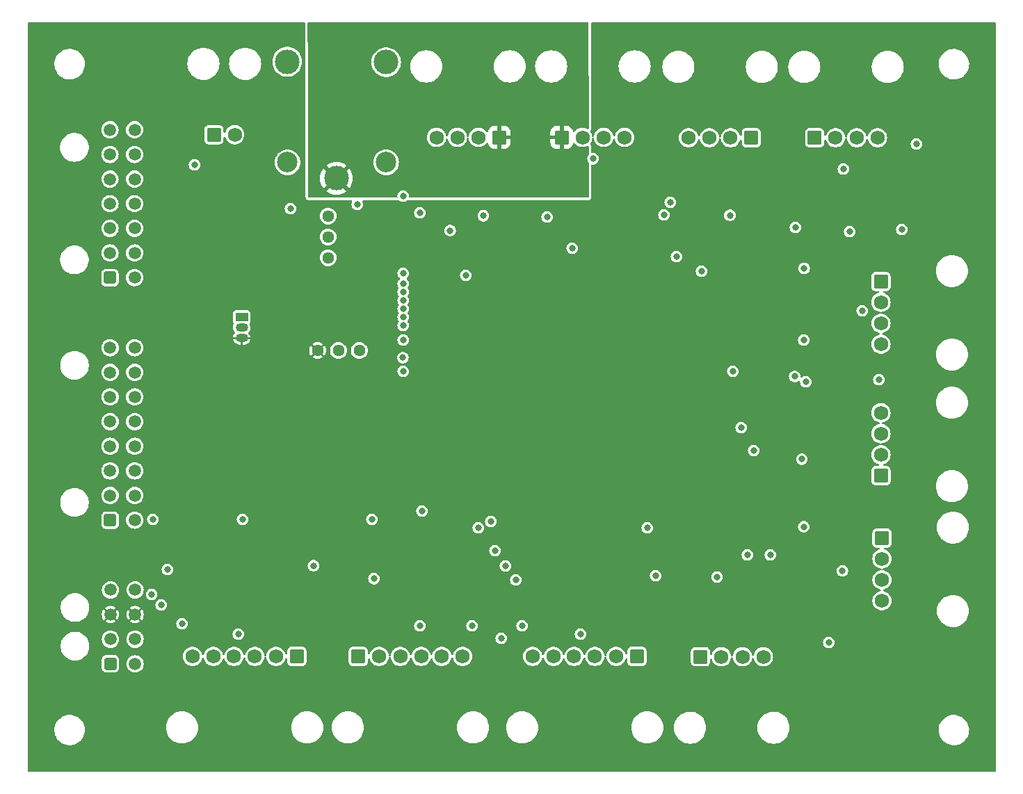
<source format=gbr>
%TF.GenerationSoftware,KiCad,Pcbnew,7.0.6*%
%TF.CreationDate,2023-10-25T23:51:53-07:00*%
%TF.ProjectId,controller-heat,636f6e74-726f-46c6-9c65-722d68656174,rev?*%
%TF.SameCoordinates,Original*%
%TF.FileFunction,Copper,L2,Inr*%
%TF.FilePolarity,Positive*%
%FSLAX46Y46*%
G04 Gerber Fmt 4.6, Leading zero omitted, Abs format (unit mm)*
G04 Created by KiCad (PCBNEW 7.0.6) date 2023-10-25 23:51:53*
%MOMM*%
%LPD*%
G01*
G04 APERTURE LIST*
G04 Aperture macros list*
%AMRoundRect*
0 Rectangle with rounded corners*
0 $1 Rounding radius*
0 $2 $3 $4 $5 $6 $7 $8 $9 X,Y pos of 4 corners*
0 Add a 4 corners polygon primitive as box body*
4,1,4,$2,$3,$4,$5,$6,$7,$8,$9,$2,$3,0*
0 Add four circle primitives for the rounded corners*
1,1,$1+$1,$2,$3*
1,1,$1+$1,$4,$5*
1,1,$1+$1,$6,$7*
1,1,$1+$1,$8,$9*
0 Add four rect primitives between the rounded corners*
20,1,$1+$1,$2,$3,$4,$5,0*
20,1,$1+$1,$4,$5,$6,$7,0*
20,1,$1+$1,$6,$7,$8,$9,0*
20,1,$1+$1,$8,$9,$2,$3,0*%
G04 Aperture macros list end*
%TA.AperFunction,ComponentPad*%
%ADD10RoundRect,0.250560X-0.619440X0.619440X-0.619440X-0.619440X0.619440X-0.619440X0.619440X0.619440X0*%
%TD*%
%TA.AperFunction,ComponentPad*%
%ADD11C,1.740000*%
%TD*%
%TA.AperFunction,ComponentPad*%
%ADD12RoundRect,0.250001X0.499999X-0.499999X0.499999X0.499999X-0.499999X0.499999X-0.499999X-0.499999X0*%
%TD*%
%TA.AperFunction,ComponentPad*%
%ADD13C,1.500000*%
%TD*%
%TA.AperFunction,ComponentPad*%
%ADD14RoundRect,0.250560X0.619440X0.619440X-0.619440X0.619440X-0.619440X-0.619440X0.619440X-0.619440X0*%
%TD*%
%TA.AperFunction,ComponentPad*%
%ADD15R,1.500000X1.050000*%
%TD*%
%TA.AperFunction,ComponentPad*%
%ADD16O,1.500000X1.050000*%
%TD*%
%TA.AperFunction,ComponentPad*%
%ADD17C,1.440000*%
%TD*%
%TA.AperFunction,ComponentPad*%
%ADD18RoundRect,0.250560X-0.619440X-0.619440X0.619440X-0.619440X0.619440X0.619440X-0.619440X0.619440X0*%
%TD*%
%TA.AperFunction,ComponentPad*%
%ADD19C,3.000000*%
%TD*%
%TA.AperFunction,ComponentPad*%
%ADD20C,2.500000*%
%TD*%
%TA.AperFunction,ComponentPad*%
%ADD21RoundRect,0.250560X0.619440X-0.619440X0.619440X0.619440X-0.619440X0.619440X-0.619440X-0.619440X0*%
%TD*%
%TA.AperFunction,ViaPad*%
%ADD22C,0.800000*%
%TD*%
G04 APERTURE END LIST*
D10*
%TO.N,+12V*%
%TO.C,J15*%
X188908638Y-80471323D03*
D11*
%TO.N,/MOSFET_HLX*%
X188908638Y-83011323D03*
%TO.N,/TCX-*%
X188908638Y-85581323D03*
%TO.N,/TCX+*%
X188908638Y-88121323D03*
%TD*%
D10*
%TO.N,+12V*%
%TO.C,J6*%
X189035638Y-111713323D03*
D11*
%TO.N,/MOSFET_HL6*%
X189035638Y-114253323D03*
%TO.N,/TC6-*%
X189035638Y-116823323D03*
%TO.N,/TC6+*%
X189035638Y-119363323D03*
%TD*%
D12*
%TO.N,/DMS_RTD_DRDY*%
%TO.C,J14*%
X95061638Y-109547323D03*
D13*
%TO.N,/DMS_PWM_IN*%
X95061638Y-106547323D03*
%TO.N,/GC_RTD_CS*%
X95061638Y-103547323D03*
%TO.N,/uPC_RTD_DRDY*%
X95061638Y-100547323D03*
%TO.N,/uPC_PWM_IN*%
X95061638Y-97547323D03*
%TO.N,/HL7_CS*%
X95061638Y-94547323D03*
%TO.N,/HL6_PWM_IN*%
X95061638Y-91547323D03*
%TO.N,unconnected-(J14-Pin_8-Pad8)*%
X95061638Y-88547323D03*
%TO.N,/DMS_RTD_CS*%
X98061638Y-109547323D03*
%TO.N,/GC_PWM_IN*%
X98061638Y-106547323D03*
%TO.N,/GC_RTD_DRDY*%
X98061638Y-103547323D03*
%TO.N,/uPC_RTD_CS*%
X98061638Y-100547323D03*
%TO.N,/HL7_PWM_IN*%
X98061638Y-97547323D03*
%TO.N,/HL6_CS*%
X98061638Y-94547323D03*
%TO.N,/HL5_PWM_IN*%
X98061638Y-91547323D03*
%TO.N,/HL5_CS*%
X98061638Y-88547323D03*
%TD*%
D14*
%TO.N,+24V*%
%TO.C,J10*%
X117789638Y-126144323D03*
D11*
%TO.N,/MOSFET_DMS*%
X115249638Y-126144323D03*
%TO.N,/DMS_RTD--*%
X112679638Y-126144323D03*
%TO.N,/DMS_RTD-*%
X110139638Y-126144323D03*
%TO.N,/DMS_RTD+*%
X107629638Y-126144323D03*
%TO.N,/DMS_RTD++*%
X105089638Y-126144323D03*
%TD*%
D15*
%TO.N,Net-(U18-VO)*%
%TO.C,U18*%
X111082638Y-84823323D03*
D16*
%TO.N,GNDREF*%
X111082638Y-86093323D03*
%TO.N,+3.3V*%
X111082638Y-87363323D03*
%TD*%
D14*
%TO.N,+24V*%
%TO.C,J9*%
X159194638Y-126144323D03*
D11*
%TO.N,/MOSFET_uPC*%
X156654638Y-126144323D03*
%TO.N,/uPC_RTD--*%
X154084638Y-126144323D03*
%TO.N,/uPC_RTD-*%
X151544638Y-126144323D03*
%TO.N,/uPC_RTD+*%
X149034638Y-126144323D03*
%TO.N,/uPC_RTD++*%
X146494638Y-126144323D03*
%TD*%
D12*
%TO.N,/HLX_CS*%
%TO.C,J11*%
X95046800Y-80012800D03*
D13*
%TO.N,/HLX_PWM_IN*%
X95046800Y-77012800D03*
%TO.N,/HL4_PWM_IN*%
X95046800Y-74012800D03*
%TO.N,/HL3_CS*%
X95046800Y-71012800D03*
%TO.N,/HL2_PWM_IN*%
X95046800Y-68012800D03*
%TO.N,/HL1_CS*%
X95046800Y-65012800D03*
%TO.N,/SCK_1*%
X95046800Y-62012800D03*
%TO.N,/SAFETY_CS*%
X98046800Y-80012800D03*
%TO.N,/HL4_CS*%
X98046800Y-77012800D03*
%TO.N,/HL3_PWM_IN*%
X98046800Y-74012800D03*
%TO.N,/HL2_CS*%
X98046800Y-71012800D03*
%TO.N,/HL1_PWM_IN*%
X98046800Y-68012800D03*
%TO.N,/MOSI_1*%
X98046800Y-65012800D03*
%TO.N,/MISO_1*%
X98046800Y-62012800D03*
%TD*%
D17*
%TO.N,Net-(U23-G1)*%
%TO.C,RV1*%
X121602638Y-77594323D03*
%TO.N,Net-(U19-+)*%
X121602638Y-75054323D03*
%TO.N,Net-(R52-Pad1)*%
X121602638Y-72514323D03*
%TD*%
D18*
%TO.N,/SAFETY_12V*%
%TO.C,J2*%
X150033638Y-62933323D03*
D11*
%TO.N,/MOSFET_HL2*%
X152573638Y-62933323D03*
%TO.N,/TC2-*%
X155143638Y-62933323D03*
%TO.N,/TC2+*%
X157683638Y-62933323D03*
%TD*%
D18*
%TO.N,/Safet Cutoff/TC_SAFETY-*%
%TO.C,J13*%
X107695638Y-62609323D03*
D11*
%TO.N,/Safet Cutoff/TC_SAFETY+*%
X110235638Y-62609323D03*
%TD*%
D12*
%TO.N,+24V*%
%TO.C,J12*%
X95104638Y-127042323D03*
D13*
%TO.N,+12V*%
X95104638Y-124042323D03*
%TO.N,+3.3V*%
X95104638Y-121042323D03*
%TO.N,GNDREF*%
X95104638Y-118042323D03*
%TO.N,+24V*%
X98104638Y-127042323D03*
%TO.N,+12V*%
X98104638Y-124042323D03*
%TO.N,+3.3V*%
X98104638Y-121042323D03*
%TO.N,GNDREF*%
X98104638Y-118042323D03*
%TD*%
D17*
%TO.N,+3.3V*%
%TO.C,RV2*%
X120322638Y-88887323D03*
%TO.N,/Safet Cutoff/V_CUTOFF*%
X122862638Y-88887323D03*
%TO.N,GNDREF*%
X125402638Y-88887323D03*
%TD*%
D19*
%TO.N,/SAFETY_12V*%
%TO.C,K1*%
X122618638Y-67923323D03*
D20*
%TO.N,Net-(D1-A)*%
X128668638Y-65973323D03*
D19*
%TO.N,Net-(K1-Pad3)*%
X128668638Y-53773323D03*
%TO.N,+12V*%
X116618638Y-53723323D03*
D20*
X116668638Y-65973323D03*
%TD*%
D18*
%TO.N,+12V*%
%TO.C,J4*%
X180843888Y-62984073D03*
D11*
%TO.N,/MOSFET_HL4*%
X183383888Y-62984073D03*
%TO.N,/TC4-*%
X185953888Y-62984073D03*
%TO.N,/TC4+*%
X188493888Y-62984073D03*
%TD*%
D14*
%TO.N,+24V*%
%TO.C,J3*%
X173130888Y-62984073D03*
D11*
%TO.N,/MOSFET_HL3*%
X170590888Y-62984073D03*
%TO.N,/TC3-*%
X168020888Y-62984073D03*
%TO.N,/TC3+*%
X165480888Y-62984073D03*
%TD*%
D18*
%TO.N,+24V*%
%TO.C,J8*%
X125288638Y-126144323D03*
D11*
%TO.N,/MOSFET_GC*%
X127828638Y-126144323D03*
%TO.N,/GC_RTD--*%
X130398638Y-126144323D03*
%TO.N,/GC_RTD-*%
X132938638Y-126144323D03*
%TO.N,/GC_RTD+*%
X135448638Y-126144323D03*
%TO.N,/GC_RTD++*%
X137988638Y-126144323D03*
%TD*%
D14*
%TO.N,/SAFETY_12V*%
%TO.C,J1*%
X142447638Y-62933323D03*
D11*
%TO.N,/MOSFET_HL1*%
X139907638Y-62933323D03*
%TO.N,/TC1-*%
X137337638Y-62933323D03*
%TO.N,/TC1+*%
X134797638Y-62933323D03*
%TD*%
D21*
%TO.N,+12V*%
%TO.C,J5*%
X188908638Y-104127323D03*
D11*
%TO.N,/MOSFET_HL5*%
X188908638Y-101587323D03*
%TO.N,/TC5-*%
X188908638Y-99017323D03*
%TO.N,/TC5+*%
X188908638Y-96477323D03*
%TD*%
D18*
%TO.N,+12V*%
%TO.C,J7*%
X166941638Y-126179323D03*
D11*
%TO.N,/MOSFET_HL7*%
X169481638Y-126179323D03*
%TO.N,/TC7-*%
X172051638Y-126179323D03*
%TO.N,/TC7+*%
X174591638Y-126179323D03*
%TD*%
D22*
%TO.N,GNDREF*%
X191452638Y-74155323D03*
X168948238Y-116471723D03*
X163258638Y-70853323D03*
X110680638Y-123431323D03*
X117030638Y-71615323D03*
X178409600Y-92049600D03*
X139128638Y-122415323D03*
X152336638Y-123431323D03*
X167068638Y-79235323D03*
X173418638Y-101079323D03*
X119824638Y-115100123D03*
X140500238Y-72478923D03*
X133032638Y-108445323D03*
X145224638Y-122415323D03*
X178498638Y-73901323D03*
X142684638Y-123939323D03*
X161480638Y-116319323D03*
X125158638Y-71107323D03*
X170523038Y-72428123D03*
X179565438Y-78879723D03*
X138366638Y-79743323D03*
X105346638Y-66281323D03*
X182562638Y-124447323D03*
X126936638Y-109461323D03*
X160464638Y-110477323D03*
X188658638Y-92443323D03*
X111188638Y-109461323D03*
X100266638Y-109461323D03*
X148272638Y-72631323D03*
X170878638Y-91427323D03*
X179514638Y-110350323D03*
X193230638Y-63741323D03*
X127190638Y-116674923D03*
X132778638Y-122415323D03*
X179286038Y-102120723D03*
X103822638Y-122161323D03*
X130746638Y-70091323D03*
%TO.N,+3.3V*%
X113271438Y-74663323D03*
X145631038Y-106921323D03*
X100317438Y-111239323D03*
X193484638Y-68364123D03*
X112814238Y-114693723D03*
X181445038Y-93916523D03*
X131457838Y-73952123D03*
X179057438Y-124853723D03*
X131508638Y-108902523D03*
X152235038Y-118808523D03*
X164325438Y-65062123D03*
X141313038Y-120738923D03*
X189319038Y-123685323D03*
%TO.N,/HL1_PWM_IN*%
X130746638Y-80759323D03*
%TO.N,/HL2_PWM_IN*%
X130746638Y-81758826D03*
%TO.N,/HL3_PWM_IN*%
X130746638Y-84823323D03*
%TO.N,/HL4_PWM_IN*%
X130746638Y-85839323D03*
%TO.N,/HL4_CS*%
X130746638Y-87617323D03*
%TO.N,/HL3_CS*%
X130746638Y-83807323D03*
%TO.N,/HL2_CS*%
X130746638Y-82791323D03*
%TO.N,/HL1_CS*%
X130746638Y-79489323D03*
%TO.N,/MOSI_1*%
X143192638Y-115112823D03*
X141414638Y-109715323D03*
X102044638Y-115557323D03*
%TO.N,/MISO_1*%
X185102638Y-74409323D03*
X175450638Y-113779323D03*
X151320638Y-76441323D03*
X172656638Y-113779323D03*
X141922638Y-113271323D03*
X136461638Y-74282323D03*
X171894638Y-98285323D03*
X164020638Y-77457323D03*
X100114238Y-118605323D03*
X179514638Y-87617323D03*
%TO.N,/SCK_1*%
X153860638Y-65532000D03*
X132778638Y-72123323D03*
X179768638Y-92697323D03*
X139890638Y-110477323D03*
X184213638Y-115722400D03*
X184340638Y-66789323D03*
X162496638Y-72377323D03*
X101282638Y-119875323D03*
X186626638Y-84061323D03*
X144462638Y-116827323D03*
%TO.N,/HLX_PWM_IN*%
X130708400Y-89763600D03*
%TO.N,/HLX_CS*%
X130746638Y-91427323D03*
%TD*%
%TA.AperFunction,Conductor*%
%TO.N,+3.3V*%
G36*
X118753469Y-48935508D02*
G01*
X118799224Y-48988312D01*
X118810430Y-49039541D01*
X118821189Y-53773326D01*
X118821191Y-53774021D01*
X118842007Y-62933322D01*
X118842009Y-62934017D01*
X118848916Y-65973321D01*
X118849879Y-66397083D01*
X118853348Y-67923321D01*
X118853350Y-67924018D01*
X118856817Y-69449560D01*
X118858458Y-70171494D01*
X118858458Y-70171499D01*
X118865514Y-70236089D01*
X118865516Y-70236104D01*
X118876721Y-70287321D01*
X118876721Y-70287320D01*
X118887603Y-70325181D01*
X118944280Y-70422091D01*
X118944282Y-70422094D01*
X118990038Y-70474899D01*
X118990048Y-70474910D01*
X119034764Y-70517071D01*
X119034766Y-70517072D01*
X119034770Y-70517076D01*
X119134846Y-70567962D01*
X119201885Y-70587647D01*
X119287957Y-70600023D01*
X124422840Y-70600023D01*
X124489879Y-70619708D01*
X124535634Y-70672512D01*
X124545578Y-70741670D01*
X124535729Y-70772095D01*
X124536480Y-70772380D01*
X124473498Y-70938448D01*
X124473497Y-70938453D01*
X124452993Y-71107323D01*
X124473497Y-71276192D01*
X124473498Y-71276197D01*
X124533820Y-71435254D01*
X124587563Y-71513113D01*
X124630455Y-71575252D01*
X124720917Y-71655394D01*
X124757788Y-71688059D01*
X124893355Y-71759210D01*
X124908413Y-71767113D01*
X125073582Y-71807823D01*
X125243694Y-71807823D01*
X125408863Y-71767113D01*
X125503329Y-71717533D01*
X125559487Y-71688059D01*
X125559488Y-71688057D01*
X125559490Y-71688057D01*
X125686821Y-71575252D01*
X125783456Y-71435253D01*
X125843778Y-71276195D01*
X125864283Y-71107323D01*
X125843778Y-70938451D01*
X125811494Y-70853323D01*
X162552993Y-70853323D01*
X162573497Y-71022192D01*
X162573498Y-71022197D01*
X162633820Y-71181254D01*
X162659690Y-71218732D01*
X162730455Y-71321252D01*
X162836143Y-71414883D01*
X162857788Y-71434059D01*
X162999791Y-71508588D01*
X163008413Y-71513113D01*
X163173582Y-71553823D01*
X163343694Y-71553823D01*
X163508863Y-71513113D01*
X163635872Y-71446453D01*
X163659487Y-71434059D01*
X163659488Y-71434057D01*
X163659490Y-71434057D01*
X163786821Y-71321252D01*
X163883456Y-71181253D01*
X163943778Y-71022195D01*
X163964283Y-70853323D01*
X163943778Y-70684451D01*
X163883456Y-70525393D01*
X163875332Y-70513624D01*
X163815089Y-70426347D01*
X163786821Y-70385394D01*
X163676118Y-70287320D01*
X163659487Y-70272586D01*
X163508864Y-70193533D01*
X163343694Y-70152823D01*
X163173582Y-70152823D01*
X163008411Y-70193533D01*
X162857788Y-70272586D01*
X162730454Y-70385395D01*
X162633820Y-70525391D01*
X162573498Y-70684448D01*
X162573497Y-70684453D01*
X162552993Y-70853323D01*
X125811494Y-70853323D01*
X125783456Y-70779393D01*
X125783455Y-70779391D01*
X125780796Y-70772380D01*
X125782642Y-70771679D01*
X125770914Y-70713141D01*
X125796406Y-70648088D01*
X125853022Y-70607143D01*
X125894436Y-70600023D01*
X129925699Y-70600023D01*
X130008543Y-70588576D01*
X130073275Y-70570339D01*
X130112480Y-70555135D01*
X130182102Y-70549250D01*
X130239540Y-70577932D01*
X130345785Y-70672056D01*
X130345787Y-70672058D01*
X130369404Y-70684453D01*
X130496413Y-70751113D01*
X130661582Y-70791823D01*
X130831694Y-70791823D01*
X130996863Y-70751113D01*
X131147490Y-70672057D01*
X131256313Y-70575648D01*
X131319544Y-70545927D01*
X131388808Y-70555110D01*
X131394715Y-70557919D01*
X131414466Y-70567962D01*
X131414468Y-70567962D01*
X131414469Y-70567963D01*
X131461058Y-70581643D01*
X131481505Y-70587647D01*
X131567577Y-70600023D01*
X131567580Y-70600023D01*
X153228352Y-70600023D01*
X153228356Y-70600023D01*
X153293634Y-70592967D01*
X153345402Y-70581644D01*
X153345403Y-70581643D01*
X153345406Y-70581643D01*
X153345407Y-70581643D01*
X153358445Y-70577879D01*
X153383924Y-70570525D01*
X153480708Y-70513626D01*
X153533408Y-70467751D01*
X153575486Y-70422920D01*
X153626144Y-70322727D01*
X153645676Y-70255643D01*
X153657855Y-70169547D01*
X153650735Y-67037568D01*
X153650171Y-66789323D01*
X183634993Y-66789323D01*
X183655497Y-66958192D01*
X183655498Y-66958197D01*
X183715820Y-67117254D01*
X183778113Y-67207500D01*
X183812455Y-67257252D01*
X183918143Y-67350883D01*
X183939788Y-67370059D01*
X184047036Y-67426347D01*
X184090413Y-67449113D01*
X184255582Y-67489823D01*
X184425694Y-67489823D01*
X184590863Y-67449113D01*
X184670330Y-67407404D01*
X184741487Y-67370059D01*
X184741488Y-67370057D01*
X184741490Y-67370057D01*
X184868821Y-67257252D01*
X184965456Y-67117253D01*
X185025778Y-66958195D01*
X185046283Y-66789323D01*
X185025778Y-66620451D01*
X184965456Y-66461393D01*
X184957724Y-66450192D01*
X184921066Y-66397083D01*
X184868821Y-66321394D01*
X184741490Y-66208589D01*
X184741487Y-66208586D01*
X184590864Y-66129533D01*
X184425694Y-66088823D01*
X184255582Y-66088823D01*
X184090411Y-66129533D01*
X183939788Y-66208586D01*
X183812454Y-66321395D01*
X183715820Y-66461391D01*
X183655498Y-66620448D01*
X183655497Y-66620453D01*
X183634993Y-66789323D01*
X153650171Y-66789323D01*
X153649188Y-66356782D01*
X153668720Y-66289698D01*
X153721420Y-66243823D01*
X153773188Y-66232500D01*
X153945694Y-66232500D01*
X154110863Y-66191790D01*
X154229483Y-66129533D01*
X154261487Y-66112736D01*
X154261488Y-66112734D01*
X154261490Y-66112734D01*
X154388821Y-65999929D01*
X154485456Y-65859930D01*
X154545778Y-65700872D01*
X154566283Y-65532000D01*
X154545778Y-65363128D01*
X154485456Y-65204070D01*
X154388821Y-65064071D01*
X154261490Y-64951266D01*
X154261487Y-64951263D01*
X154110864Y-64872210D01*
X153945694Y-64831500D01*
X153775582Y-64831500D01*
X153769440Y-64831500D01*
X153702401Y-64811815D01*
X153656646Y-64759011D01*
X153645440Y-64707782D01*
X153645167Y-64587545D01*
X153643964Y-64058116D01*
X153637447Y-63996041D01*
X153627091Y-63946713D01*
X153617361Y-63911179D01*
X153616809Y-63910197D01*
X153562322Y-63813334D01*
X153562316Y-63813325D01*
X153527600Y-63771875D01*
X153499646Y-63707841D01*
X153510749Y-63638859D01*
X153523710Y-63617529D01*
X153573080Y-63552153D01*
X153573079Y-63552153D01*
X153573081Y-63552152D01*
X153669773Y-63357968D01*
X153729138Y-63149323D01*
X153735167Y-63084257D01*
X153760953Y-63019321D01*
X153817753Y-62978633D01*
X153887534Y-62975113D01*
X153948141Y-63009878D01*
X153980331Y-63071891D01*
X153982109Y-63084258D01*
X153988137Y-63149322D01*
X154047502Y-63357965D01*
X154047507Y-63357978D01*
X154144195Y-63552152D01*
X154274923Y-63725264D01*
X154371532Y-63813334D01*
X154435232Y-63871404D01*
X154619666Y-63985601D01*
X154821943Y-64063963D01*
X155035175Y-64103823D01*
X155035177Y-64103823D01*
X155252099Y-64103823D01*
X155252101Y-64103823D01*
X155465333Y-64063963D01*
X155667610Y-63985601D01*
X155852044Y-63871404D01*
X155996230Y-63739961D01*
X156012352Y-63725264D01*
X156012354Y-63725262D01*
X156143081Y-63552152D01*
X156239773Y-63357968D01*
X156294372Y-63166072D01*
X156331651Y-63106979D01*
X156394961Y-63077422D01*
X156464200Y-63086784D01*
X156517387Y-63132094D01*
X156532904Y-63166073D01*
X156587501Y-63357963D01*
X156587507Y-63357978D01*
X156684195Y-63552152D01*
X156814923Y-63725264D01*
X156911532Y-63813334D01*
X156975232Y-63871404D01*
X157159666Y-63985601D01*
X157361943Y-64063963D01*
X157575175Y-64103823D01*
X157575177Y-64103823D01*
X157792099Y-64103823D01*
X157792101Y-64103823D01*
X158005333Y-64063963D01*
X158207610Y-63985601D01*
X158392044Y-63871404D01*
X158536230Y-63739961D01*
X158552352Y-63725264D01*
X158552354Y-63725262D01*
X158683081Y-63552152D01*
X158779773Y-63357968D01*
X158839138Y-63149323D01*
X158854450Y-62984073D01*
X164305373Y-62984073D01*
X164325387Y-63200072D01*
X164384752Y-63408715D01*
X164384757Y-63408728D01*
X164481445Y-63602902D01*
X164612173Y-63776014D01*
X164750082Y-63901734D01*
X164772482Y-63922154D01*
X164956916Y-64036351D01*
X165159193Y-64114713D01*
X165372425Y-64154573D01*
X165372427Y-64154573D01*
X165589349Y-64154573D01*
X165589351Y-64154573D01*
X165802583Y-64114713D01*
X166004860Y-64036351D01*
X166189294Y-63922154D01*
X166349604Y-63776012D01*
X166480331Y-63602902D01*
X166577023Y-63408718D01*
X166631622Y-63216822D01*
X166668901Y-63157729D01*
X166732211Y-63128172D01*
X166801450Y-63137534D01*
X166854637Y-63182844D01*
X166870154Y-63216823D01*
X166924751Y-63408713D01*
X166924757Y-63408728D01*
X167021445Y-63602902D01*
X167152173Y-63776014D01*
X167290082Y-63901734D01*
X167312482Y-63922154D01*
X167496916Y-64036351D01*
X167699193Y-64114713D01*
X167912425Y-64154573D01*
X167912427Y-64154573D01*
X168129349Y-64154573D01*
X168129351Y-64154573D01*
X168342583Y-64114713D01*
X168544860Y-64036351D01*
X168729294Y-63922154D01*
X168889604Y-63776012D01*
X169020331Y-63602902D01*
X169117023Y-63408718D01*
X169176388Y-63200073D01*
X169182417Y-63135007D01*
X169208203Y-63070071D01*
X169265003Y-63029383D01*
X169334784Y-63025863D01*
X169395391Y-63060628D01*
X169427581Y-63122641D01*
X169429359Y-63135008D01*
X169435387Y-63200072D01*
X169494752Y-63408715D01*
X169494757Y-63408728D01*
X169591445Y-63602902D01*
X169722173Y-63776014D01*
X169860082Y-63901734D01*
X169882482Y-63922154D01*
X170066916Y-64036351D01*
X170269193Y-64114713D01*
X170482425Y-64154573D01*
X170482427Y-64154573D01*
X170699349Y-64154573D01*
X170699351Y-64154573D01*
X170912583Y-64114713D01*
X171114860Y-64036351D01*
X171299294Y-63922154D01*
X171459604Y-63776012D01*
X171590331Y-63602902D01*
X171687023Y-63408718D01*
X171717122Y-63302930D01*
X171754401Y-63243837D01*
X171817711Y-63214280D01*
X171886950Y-63223642D01*
X171940137Y-63268952D01*
X171960384Y-63335824D01*
X171960388Y-63336865D01*
X171960388Y-63646655D01*
X171971022Y-63735208D01*
X171971022Y-63735209D01*
X172026596Y-63876134D01*
X172052427Y-63910197D01*
X172118126Y-63996835D01*
X172238829Y-64088366D01*
X172379750Y-64143938D01*
X172468306Y-64154573D01*
X173793470Y-64154573D01*
X173882026Y-64143938D01*
X174022947Y-64088366D01*
X174143650Y-63996835D01*
X174235181Y-63876132D01*
X174290753Y-63735211D01*
X174301388Y-63646655D01*
X179673388Y-63646655D01*
X179684022Y-63735208D01*
X179684022Y-63735209D01*
X179739596Y-63876134D01*
X179765427Y-63910197D01*
X179831126Y-63996835D01*
X179951829Y-64088366D01*
X180092750Y-64143938D01*
X180181306Y-64154573D01*
X181506470Y-64154573D01*
X181595026Y-64143938D01*
X181735947Y-64088366D01*
X181856650Y-63996835D01*
X181948181Y-63876132D01*
X182003753Y-63735211D01*
X182014388Y-63646655D01*
X182014387Y-63336865D01*
X182034073Y-63269826D01*
X182086877Y-63224071D01*
X182156035Y-63214127D01*
X182219591Y-63243152D01*
X182257365Y-63301930D01*
X182257654Y-63302931D01*
X182287751Y-63408713D01*
X182287757Y-63408728D01*
X182384445Y-63602902D01*
X182515173Y-63776014D01*
X182653082Y-63901734D01*
X182675482Y-63922154D01*
X182859916Y-64036351D01*
X183062193Y-64114713D01*
X183275425Y-64154573D01*
X183275427Y-64154573D01*
X183492349Y-64154573D01*
X183492351Y-64154573D01*
X183705583Y-64114713D01*
X183907860Y-64036351D01*
X184092294Y-63922154D01*
X184252604Y-63776012D01*
X184383331Y-63602902D01*
X184480023Y-63408718D01*
X184539388Y-63200073D01*
X184545417Y-63135007D01*
X184571203Y-63070071D01*
X184628003Y-63029383D01*
X184697784Y-63025863D01*
X184758391Y-63060628D01*
X184790581Y-63122641D01*
X184792359Y-63135008D01*
X184798387Y-63200072D01*
X184857752Y-63408715D01*
X184857757Y-63408728D01*
X184954445Y-63602902D01*
X185085173Y-63776014D01*
X185223082Y-63901734D01*
X185245482Y-63922154D01*
X185429916Y-64036351D01*
X185632193Y-64114713D01*
X185845425Y-64154573D01*
X185845427Y-64154573D01*
X186062349Y-64154573D01*
X186062351Y-64154573D01*
X186275583Y-64114713D01*
X186477860Y-64036351D01*
X186662294Y-63922154D01*
X186822604Y-63776012D01*
X186953331Y-63602902D01*
X187050023Y-63408718D01*
X187104623Y-63216819D01*
X187141900Y-63157730D01*
X187205209Y-63128172D01*
X187274449Y-63137534D01*
X187327635Y-63182843D01*
X187343153Y-63216822D01*
X187397752Y-63408715D01*
X187397757Y-63408728D01*
X187494445Y-63602902D01*
X187625173Y-63776014D01*
X187763082Y-63901734D01*
X187785482Y-63922154D01*
X187969916Y-64036351D01*
X188172193Y-64114713D01*
X188385425Y-64154573D01*
X188385427Y-64154573D01*
X188602349Y-64154573D01*
X188602351Y-64154573D01*
X188815583Y-64114713D01*
X189017860Y-64036351D01*
X189202294Y-63922154D01*
X189362604Y-63776012D01*
X189388801Y-63741322D01*
X192524993Y-63741322D01*
X192545497Y-63910192D01*
X192545498Y-63910197D01*
X192605820Y-64069254D01*
X192651283Y-64135117D01*
X192702455Y-64209252D01*
X192766950Y-64266389D01*
X192829788Y-64322059D01*
X192980411Y-64401112D01*
X192980413Y-64401113D01*
X193145582Y-64441823D01*
X193315694Y-64441823D01*
X193480863Y-64401113D01*
X193560330Y-64359404D01*
X193631487Y-64322059D01*
X193631488Y-64322057D01*
X193631490Y-64322057D01*
X193758821Y-64209252D01*
X193855456Y-64069253D01*
X193915778Y-63910195D01*
X193936283Y-63741323D01*
X193915778Y-63572451D01*
X193855456Y-63413393D01*
X193758821Y-63273394D01*
X193631490Y-63160589D01*
X193631487Y-63160586D01*
X193480864Y-63081533D01*
X193315694Y-63040823D01*
X193145582Y-63040823D01*
X192980411Y-63081533D01*
X192829788Y-63160586D01*
X192736591Y-63243152D01*
X192704169Y-63271876D01*
X192702454Y-63273395D01*
X192605820Y-63413391D01*
X192545498Y-63572448D01*
X192545497Y-63572453D01*
X192524993Y-63741322D01*
X189388801Y-63741322D01*
X189493331Y-63602902D01*
X189590023Y-63408718D01*
X189649388Y-63200073D01*
X189669403Y-62984073D01*
X189649388Y-62768073D01*
X189590023Y-62559428D01*
X189493331Y-62365244D01*
X189393416Y-62232935D01*
X189362602Y-62192131D01*
X189202295Y-62045993D01*
X189202294Y-62045992D01*
X189017860Y-61931795D01*
X188815583Y-61853433D01*
X188602351Y-61813573D01*
X188385425Y-61813573D01*
X188172193Y-61853433D01*
X188172190Y-61853433D01*
X188172190Y-61853434D01*
X187969918Y-61931794D01*
X187969917Y-61931794D01*
X187785480Y-62045993D01*
X187625173Y-62192131D01*
X187494445Y-62365243D01*
X187397757Y-62559417D01*
X187397752Y-62559430D01*
X187343153Y-62751323D01*
X187305873Y-62810416D01*
X187242563Y-62839973D01*
X187173324Y-62830611D01*
X187120138Y-62785301D01*
X187104623Y-62751327D01*
X187050023Y-62559428D01*
X186953331Y-62365244D01*
X186853416Y-62232935D01*
X186822602Y-62192131D01*
X186662295Y-62045993D01*
X186662294Y-62045992D01*
X186477860Y-61931795D01*
X186275583Y-61853433D01*
X186062351Y-61813573D01*
X185845425Y-61813573D01*
X185632193Y-61853433D01*
X185632190Y-61853433D01*
X185632190Y-61853434D01*
X185429918Y-61931794D01*
X185429917Y-61931794D01*
X185245480Y-62045993D01*
X185085173Y-62192131D01*
X184954445Y-62365243D01*
X184857757Y-62559417D01*
X184857752Y-62559430D01*
X184798387Y-62768073D01*
X184792359Y-62833137D01*
X184766573Y-62898074D01*
X184709773Y-62938762D01*
X184639992Y-62942282D01*
X184579385Y-62907517D01*
X184547195Y-62845504D01*
X184545417Y-62833137D01*
X184539388Y-62768073D01*
X184529850Y-62734551D01*
X184480023Y-62559428D01*
X184383331Y-62365244D01*
X184283416Y-62232935D01*
X184252602Y-62192131D01*
X184092295Y-62045993D01*
X184092294Y-62045992D01*
X183907860Y-61931795D01*
X183705583Y-61853433D01*
X183492351Y-61813573D01*
X183275425Y-61813573D01*
X183062193Y-61853433D01*
X183062190Y-61853433D01*
X183062190Y-61853434D01*
X182859918Y-61931794D01*
X182859917Y-61931794D01*
X182675480Y-62045993D01*
X182515173Y-62192131D01*
X182384445Y-62365243D01*
X182287757Y-62559417D01*
X182287752Y-62559430D01*
X182257654Y-62665215D01*
X182220375Y-62724308D01*
X182157065Y-62753865D01*
X182087825Y-62744503D01*
X182034639Y-62699193D01*
X182014392Y-62632321D01*
X182014388Y-62631280D01*
X182014388Y-62321490D01*
X182010662Y-62290465D01*
X182003753Y-62232935D01*
X181948181Y-62092014D01*
X181943376Y-62085678D01*
X181921461Y-62056778D01*
X181856650Y-61971311D01*
X181784858Y-61916870D01*
X181735949Y-61879781D01*
X181735947Y-61879780D01*
X181665486Y-61851993D01*
X181595024Y-61824207D01*
X181506470Y-61813573D01*
X180181306Y-61813573D01*
X180092752Y-61824207D01*
X180092751Y-61824207D01*
X179951826Y-61879781D01*
X179831126Y-61971311D01*
X179739596Y-62092011D01*
X179684022Y-62232936D01*
X179684022Y-62232937D01*
X179673388Y-62321490D01*
X179673388Y-63646655D01*
X174301388Y-63646655D01*
X174301388Y-62321491D01*
X174290753Y-62232935D01*
X174235181Y-62092014D01*
X174230376Y-62085678D01*
X174208461Y-62056778D01*
X174143650Y-61971311D01*
X174071858Y-61916870D01*
X174022949Y-61879781D01*
X174022947Y-61879780D01*
X173952486Y-61851993D01*
X173882024Y-61824207D01*
X173793470Y-61813573D01*
X172468306Y-61813573D01*
X172379752Y-61824207D01*
X172379751Y-61824207D01*
X172238826Y-61879781D01*
X172118126Y-61971311D01*
X172026596Y-62092011D01*
X171971022Y-62232936D01*
X171971022Y-62232937D01*
X171960387Y-62321490D01*
X171960388Y-62631280D01*
X171940703Y-62698319D01*
X171887899Y-62744074D01*
X171818741Y-62754018D01*
X171755185Y-62724993D01*
X171717411Y-62666215D01*
X171717122Y-62665215D01*
X171707763Y-62632321D01*
X171687023Y-62559428D01*
X171590331Y-62365244D01*
X171490416Y-62232935D01*
X171459602Y-62192131D01*
X171299295Y-62045993D01*
X171299294Y-62045992D01*
X171114860Y-61931795D01*
X170912583Y-61853433D01*
X170699351Y-61813573D01*
X170482425Y-61813573D01*
X170269193Y-61853433D01*
X170269190Y-61853433D01*
X170269190Y-61853434D01*
X170066918Y-61931794D01*
X170066917Y-61931794D01*
X169882480Y-62045993D01*
X169722173Y-62192131D01*
X169591445Y-62365243D01*
X169494757Y-62559417D01*
X169494752Y-62559430D01*
X169435387Y-62768073D01*
X169429359Y-62833137D01*
X169403573Y-62898074D01*
X169346773Y-62938762D01*
X169276992Y-62942282D01*
X169216385Y-62907517D01*
X169184195Y-62845504D01*
X169182417Y-62833137D01*
X169176388Y-62768073D01*
X169166850Y-62734551D01*
X169117023Y-62559428D01*
X169020331Y-62365244D01*
X168920416Y-62232935D01*
X168889602Y-62192131D01*
X168729295Y-62045993D01*
X168729294Y-62045992D01*
X168544860Y-61931795D01*
X168342583Y-61853433D01*
X168129351Y-61813573D01*
X167912425Y-61813573D01*
X167699193Y-61853433D01*
X167699190Y-61853433D01*
X167699190Y-61853434D01*
X167496918Y-61931794D01*
X167496917Y-61931794D01*
X167312480Y-62045993D01*
X167152173Y-62192131D01*
X167021445Y-62365243D01*
X166924757Y-62559417D01*
X166924752Y-62559430D01*
X166904309Y-62631280D01*
X166872217Y-62744074D01*
X166870154Y-62751323D01*
X166832875Y-62810416D01*
X166769565Y-62839973D01*
X166700326Y-62830611D01*
X166647139Y-62785301D01*
X166631622Y-62751323D01*
X166629682Y-62744503D01*
X166577023Y-62559428D01*
X166480331Y-62365244D01*
X166380416Y-62232935D01*
X166349602Y-62192131D01*
X166189295Y-62045993D01*
X166189294Y-62045992D01*
X166004860Y-61931795D01*
X165802583Y-61853433D01*
X165589351Y-61813573D01*
X165372425Y-61813573D01*
X165159193Y-61853433D01*
X165159190Y-61853433D01*
X165159190Y-61853434D01*
X164956918Y-61931794D01*
X164956917Y-61931794D01*
X164772480Y-62045993D01*
X164612173Y-62192131D01*
X164481445Y-62365243D01*
X164384757Y-62559417D01*
X164384752Y-62559430D01*
X164325387Y-62768073D01*
X164305373Y-62984072D01*
X164305373Y-62984073D01*
X158854450Y-62984073D01*
X158859153Y-62933323D01*
X158849635Y-62830611D01*
X158839138Y-62717323D01*
X158834372Y-62700573D01*
X158779773Y-62508678D01*
X158779479Y-62508088D01*
X158715258Y-62379115D01*
X158683081Y-62314494D01*
X158590679Y-62192134D01*
X158552352Y-62141381D01*
X158392045Y-61995243D01*
X158392044Y-61995242D01*
X158207610Y-61881045D01*
X158005333Y-61802683D01*
X157792101Y-61762823D01*
X157575175Y-61762823D01*
X157361943Y-61802683D01*
X157361940Y-61802683D01*
X157361940Y-61802684D01*
X157159668Y-61881044D01*
X157159667Y-61881044D01*
X156975230Y-61995243D01*
X156814923Y-62141381D01*
X156684195Y-62314493D01*
X156587507Y-62508667D01*
X156587502Y-62508680D01*
X156552323Y-62632321D01*
X156533297Y-62699193D01*
X156532904Y-62700573D01*
X156495625Y-62759666D01*
X156432315Y-62789223D01*
X156363076Y-62779861D01*
X156309889Y-62734551D01*
X156294372Y-62700573D01*
X156239773Y-62508678D01*
X156239479Y-62508088D01*
X156175258Y-62379115D01*
X156143081Y-62314494D01*
X156050679Y-62192134D01*
X156012352Y-62141381D01*
X155852045Y-61995243D01*
X155852044Y-61995242D01*
X155667610Y-61881045D01*
X155465333Y-61802683D01*
X155252101Y-61762823D01*
X155035175Y-61762823D01*
X154821943Y-61802683D01*
X154821940Y-61802683D01*
X154821940Y-61802684D01*
X154619668Y-61881044D01*
X154619667Y-61881044D01*
X154435230Y-61995243D01*
X154274923Y-62141381D01*
X154144195Y-62314493D01*
X154047507Y-62508667D01*
X154047502Y-62508680D01*
X153988137Y-62717323D01*
X153982109Y-62782387D01*
X153956323Y-62847324D01*
X153899523Y-62888012D01*
X153829742Y-62891532D01*
X153769135Y-62856767D01*
X153736945Y-62794754D01*
X153735167Y-62782387D01*
X153729138Y-62717323D01*
X153724372Y-62700573D01*
X153669773Y-62508678D01*
X153669479Y-62508088D01*
X153605258Y-62379115D01*
X153573081Y-62314494D01*
X153520802Y-62245266D01*
X153496111Y-62179906D01*
X153510676Y-62111571D01*
X153529342Y-62085681D01*
X153556471Y-62056778D01*
X153607129Y-61956585D01*
X153626661Y-61889501D01*
X153638840Y-61803405D01*
X153621771Y-54293324D01*
X156968156Y-54293324D01*
X156988060Y-54571622D01*
X157026359Y-54747675D01*
X157047367Y-54844246D01*
X157066296Y-54894996D01*
X157144869Y-55105661D01*
X157144871Y-55105665D01*
X157278578Y-55350530D01*
X157278583Y-55350538D01*
X157445776Y-55573883D01*
X157445792Y-55573901D01*
X157643059Y-55771168D01*
X157643077Y-55771184D01*
X157866422Y-55938377D01*
X157866430Y-55938382D01*
X158111295Y-56072089D01*
X158111299Y-56072091D01*
X158111301Y-56072092D01*
X158372715Y-56169594D01*
X158509029Y-56199247D01*
X158645338Y-56228900D01*
X158645340Y-56228900D01*
X158645344Y-56228901D01*
X158853981Y-56243823D01*
X158993295Y-56243823D01*
X159201932Y-56228901D01*
X159474561Y-56169594D01*
X159735975Y-56072092D01*
X159980851Y-55938379D01*
X160204206Y-55771178D01*
X160401493Y-55573891D01*
X160568694Y-55350536D01*
X160702407Y-55105660D01*
X160799909Y-54844246D01*
X160859216Y-54571617D01*
X160875490Y-54344074D01*
X162285406Y-54344074D01*
X162305310Y-54622372D01*
X162359264Y-54870389D01*
X162364617Y-54894996D01*
X162425154Y-55057303D01*
X162462119Y-55156411D01*
X162462121Y-55156415D01*
X162595828Y-55401280D01*
X162595833Y-55401288D01*
X162763026Y-55624633D01*
X162763042Y-55624651D01*
X162960309Y-55821918D01*
X162960327Y-55821934D01*
X163183672Y-55989127D01*
X163183680Y-55989132D01*
X163428545Y-56122839D01*
X163428549Y-56122841D01*
X163428551Y-56122842D01*
X163689965Y-56220344D01*
X163797896Y-56243823D01*
X163962588Y-56279650D01*
X163962590Y-56279650D01*
X163962594Y-56279651D01*
X164171231Y-56294573D01*
X164310545Y-56294573D01*
X164519182Y-56279651D01*
X164791811Y-56220344D01*
X165053225Y-56122842D01*
X165298101Y-55989129D01*
X165521456Y-55821928D01*
X165718743Y-55624641D01*
X165885944Y-55401286D01*
X166019657Y-55156410D01*
X166117159Y-54894996D01*
X166176466Y-54622367D01*
X166195301Y-54359018D01*
X166196370Y-54344074D01*
X172445406Y-54344074D01*
X172465310Y-54622372D01*
X172519264Y-54870389D01*
X172524617Y-54894996D01*
X172585154Y-55057303D01*
X172622119Y-55156411D01*
X172622121Y-55156415D01*
X172755828Y-55401280D01*
X172755833Y-55401288D01*
X172923026Y-55624633D01*
X172923042Y-55624651D01*
X173120309Y-55821918D01*
X173120327Y-55821934D01*
X173343672Y-55989127D01*
X173343680Y-55989132D01*
X173588545Y-56122839D01*
X173588549Y-56122841D01*
X173588551Y-56122842D01*
X173849965Y-56220344D01*
X173957896Y-56243823D01*
X174122588Y-56279650D01*
X174122590Y-56279650D01*
X174122594Y-56279651D01*
X174331231Y-56294573D01*
X174470545Y-56294573D01*
X174679182Y-56279651D01*
X174951811Y-56220344D01*
X175213225Y-56122842D01*
X175458101Y-55989129D01*
X175681456Y-55821928D01*
X175878743Y-55624641D01*
X176045944Y-55401286D01*
X176179657Y-55156410D01*
X176277159Y-54894996D01*
X176336466Y-54622367D01*
X176355301Y-54359018D01*
X176356370Y-54344074D01*
X177618406Y-54344074D01*
X177638310Y-54622372D01*
X177692264Y-54870389D01*
X177697617Y-54894996D01*
X177758154Y-55057303D01*
X177795119Y-55156411D01*
X177795121Y-55156415D01*
X177928828Y-55401280D01*
X177928833Y-55401288D01*
X178096026Y-55624633D01*
X178096042Y-55624651D01*
X178293309Y-55821918D01*
X178293327Y-55821934D01*
X178516672Y-55989127D01*
X178516680Y-55989132D01*
X178761545Y-56122839D01*
X178761549Y-56122841D01*
X178761551Y-56122842D01*
X179022965Y-56220344D01*
X179130896Y-56243823D01*
X179295588Y-56279650D01*
X179295590Y-56279650D01*
X179295594Y-56279651D01*
X179504231Y-56294573D01*
X179643545Y-56294573D01*
X179852182Y-56279651D01*
X180124811Y-56220344D01*
X180386225Y-56122842D01*
X180631101Y-55989129D01*
X180854456Y-55821928D01*
X181051743Y-55624641D01*
X181218944Y-55401286D01*
X181352657Y-55156410D01*
X181450159Y-54894996D01*
X181509466Y-54622367D01*
X181528301Y-54359018D01*
X181529370Y-54344074D01*
X187778406Y-54344074D01*
X187798310Y-54622372D01*
X187852264Y-54870389D01*
X187857617Y-54894996D01*
X187918154Y-55057303D01*
X187955119Y-55156411D01*
X187955121Y-55156415D01*
X188088828Y-55401280D01*
X188088833Y-55401288D01*
X188256026Y-55624633D01*
X188256042Y-55624651D01*
X188453309Y-55821918D01*
X188453327Y-55821934D01*
X188676672Y-55989127D01*
X188676680Y-55989132D01*
X188921545Y-56122839D01*
X188921549Y-56122841D01*
X188921551Y-56122842D01*
X189182965Y-56220344D01*
X189290896Y-56243823D01*
X189455588Y-56279650D01*
X189455590Y-56279650D01*
X189455594Y-56279651D01*
X189664231Y-56294573D01*
X189803545Y-56294573D01*
X190012182Y-56279651D01*
X190284811Y-56220344D01*
X190546225Y-56122842D01*
X190791101Y-55989129D01*
X191014456Y-55821928D01*
X191211743Y-55624641D01*
X191378944Y-55401286D01*
X191512657Y-55156410D01*
X191610159Y-54894996D01*
X191669466Y-54622367D01*
X191688301Y-54359018D01*
X191689370Y-54344074D01*
X191689370Y-54344071D01*
X191680848Y-54224924D01*
X191671181Y-54089763D01*
X195939387Y-54089763D01*
X195969013Y-54359013D01*
X195969015Y-54359024D01*
X196037526Y-54621082D01*
X196037528Y-54621088D01*
X196143470Y-54870390D01*
X196215598Y-54988575D01*
X196284579Y-55101605D01*
X196284586Y-55101615D01*
X196457853Y-55309819D01*
X196457859Y-55309824D01*
X196611145Y-55447168D01*
X196659598Y-55490582D01*
X196885510Y-55640044D01*
X197130776Y-55755020D01*
X197130783Y-55755022D01*
X197130785Y-55755023D01*
X197390157Y-55833057D01*
X197390164Y-55833058D01*
X197390169Y-55833060D01*
X197658161Y-55872500D01*
X197658166Y-55872500D01*
X197861236Y-55872500D01*
X197912733Y-55868730D01*
X198063756Y-55857677D01*
X198176358Y-55832593D01*
X198328146Y-55798782D01*
X198328148Y-55798781D01*
X198328153Y-55798780D01*
X198581158Y-55702014D01*
X198817377Y-55569441D01*
X199031777Y-55403888D01*
X199219786Y-55208881D01*
X199377399Y-54988579D01*
X199483783Y-54781661D01*
X199501249Y-54747690D01*
X199501251Y-54747684D01*
X199501256Y-54747675D01*
X199588718Y-54491305D01*
X199637919Y-54224933D01*
X199647812Y-53954235D01*
X199618186Y-53684982D01*
X199549672Y-53422912D01*
X199443730Y-53173610D01*
X199302618Y-52942390D01*
X199277419Y-52912110D01*
X199129346Y-52734180D01*
X199129340Y-52734175D01*
X198927602Y-52553418D01*
X198701692Y-52403957D01*
X198679541Y-52393573D01*
X198456424Y-52288980D01*
X198456419Y-52288978D01*
X198456414Y-52288976D01*
X198197042Y-52210942D01*
X198197028Y-52210939D01*
X198081391Y-52193921D01*
X197929039Y-52171500D01*
X197725969Y-52171500D01*
X197725964Y-52171500D01*
X197523444Y-52186323D01*
X197523431Y-52186325D01*
X197259053Y-52245217D01*
X197259046Y-52245220D01*
X197006039Y-52341987D01*
X196769826Y-52474557D01*
X196769824Y-52474558D01*
X196769823Y-52474559D01*
X196743049Y-52495233D01*
X196555422Y-52640112D01*
X196367422Y-52835109D01*
X196367416Y-52835116D01*
X196209802Y-53055419D01*
X196209799Y-53055424D01*
X196085950Y-53296309D01*
X196085943Y-53296327D01*
X195998484Y-53552685D01*
X195998481Y-53552699D01*
X195949281Y-53819068D01*
X195949280Y-53819075D01*
X195939387Y-54089763D01*
X191671181Y-54089763D01*
X191669466Y-54065779D01*
X191648483Y-53969324D01*
X191639812Y-53929464D01*
X191610159Y-53793150D01*
X191512657Y-53531736D01*
X191484945Y-53480986D01*
X191378947Y-53286865D01*
X191378942Y-53286857D01*
X191211749Y-53063512D01*
X191211733Y-53063494D01*
X191014466Y-52866227D01*
X191014448Y-52866211D01*
X190791103Y-52699018D01*
X190791095Y-52699013D01*
X190546230Y-52565306D01*
X190546226Y-52565304D01*
X190447118Y-52528339D01*
X190284811Y-52467802D01*
X190284807Y-52467801D01*
X190284804Y-52467800D01*
X190012187Y-52408495D01*
X189803545Y-52393573D01*
X189664231Y-52393573D01*
X189455588Y-52408495D01*
X189182971Y-52467800D01*
X189182966Y-52467801D01*
X189182965Y-52467802D01*
X189164849Y-52474559D01*
X188921549Y-52565304D01*
X188921545Y-52565306D01*
X188676680Y-52699013D01*
X188676672Y-52699018D01*
X188453327Y-52866211D01*
X188453309Y-52866227D01*
X188256042Y-53063494D01*
X188256026Y-53063512D01*
X188088833Y-53286857D01*
X188088828Y-53286865D01*
X187955121Y-53531730D01*
X187955119Y-53531734D01*
X187947300Y-53552699D01*
X187876544Y-53742406D01*
X187857615Y-53793156D01*
X187798310Y-54065773D01*
X187778406Y-54344071D01*
X187778406Y-54344074D01*
X181529370Y-54344074D01*
X181529370Y-54344071D01*
X181520848Y-54224924D01*
X181509466Y-54065779D01*
X181488483Y-53969324D01*
X181479812Y-53929464D01*
X181450159Y-53793150D01*
X181352657Y-53531736D01*
X181324945Y-53480986D01*
X181218947Y-53286865D01*
X181218942Y-53286857D01*
X181051749Y-53063512D01*
X181051733Y-53063494D01*
X180854466Y-52866227D01*
X180854448Y-52866211D01*
X180631103Y-52699018D01*
X180631095Y-52699013D01*
X180386230Y-52565306D01*
X180386226Y-52565304D01*
X180287118Y-52528339D01*
X180124811Y-52467802D01*
X180124807Y-52467801D01*
X180124804Y-52467800D01*
X179852187Y-52408495D01*
X179643545Y-52393573D01*
X179504231Y-52393573D01*
X179295588Y-52408495D01*
X179022971Y-52467800D01*
X179022966Y-52467801D01*
X179022965Y-52467802D01*
X179004849Y-52474559D01*
X178761549Y-52565304D01*
X178761545Y-52565306D01*
X178516680Y-52699013D01*
X178516672Y-52699018D01*
X178293327Y-52866211D01*
X178293309Y-52866227D01*
X178096042Y-53063494D01*
X178096026Y-53063512D01*
X177928833Y-53286857D01*
X177928828Y-53286865D01*
X177795121Y-53531730D01*
X177795119Y-53531734D01*
X177787300Y-53552699D01*
X177716544Y-53742406D01*
X177697615Y-53793156D01*
X177638310Y-54065773D01*
X177618406Y-54344071D01*
X177618406Y-54344074D01*
X176356370Y-54344074D01*
X176356370Y-54344071D01*
X176347848Y-54224924D01*
X176336466Y-54065779D01*
X176315483Y-53969324D01*
X176306812Y-53929464D01*
X176277159Y-53793150D01*
X176179657Y-53531736D01*
X176151945Y-53480986D01*
X176045947Y-53286865D01*
X176045942Y-53286857D01*
X175878749Y-53063512D01*
X175878733Y-53063494D01*
X175681466Y-52866227D01*
X175681448Y-52866211D01*
X175458103Y-52699018D01*
X175458095Y-52699013D01*
X175213230Y-52565306D01*
X175213226Y-52565304D01*
X175114118Y-52528339D01*
X174951811Y-52467802D01*
X174951807Y-52467801D01*
X174951804Y-52467800D01*
X174679187Y-52408495D01*
X174470545Y-52393573D01*
X174331231Y-52393573D01*
X174122588Y-52408495D01*
X173849971Y-52467800D01*
X173849966Y-52467801D01*
X173849965Y-52467802D01*
X173831849Y-52474559D01*
X173588549Y-52565304D01*
X173588545Y-52565306D01*
X173343680Y-52699013D01*
X173343672Y-52699018D01*
X173120327Y-52866211D01*
X173120309Y-52866227D01*
X172923042Y-53063494D01*
X172923026Y-53063512D01*
X172755833Y-53286857D01*
X172755828Y-53286865D01*
X172622121Y-53531730D01*
X172622119Y-53531734D01*
X172614300Y-53552699D01*
X172543544Y-53742406D01*
X172524615Y-53793156D01*
X172465310Y-54065773D01*
X172445406Y-54344071D01*
X172445406Y-54344074D01*
X166196370Y-54344074D01*
X166196370Y-54344071D01*
X166187848Y-54224924D01*
X166176466Y-54065779D01*
X166155483Y-53969324D01*
X166146812Y-53929464D01*
X166117159Y-53793150D01*
X166019657Y-53531736D01*
X165991945Y-53480986D01*
X165885947Y-53286865D01*
X165885942Y-53286857D01*
X165718749Y-53063512D01*
X165718733Y-53063494D01*
X165521466Y-52866227D01*
X165521448Y-52866211D01*
X165298103Y-52699018D01*
X165298095Y-52699013D01*
X165053230Y-52565306D01*
X165053226Y-52565304D01*
X164954118Y-52528339D01*
X164791811Y-52467802D01*
X164791807Y-52467801D01*
X164791804Y-52467800D01*
X164519187Y-52408495D01*
X164310545Y-52393573D01*
X164171231Y-52393573D01*
X163962588Y-52408495D01*
X163689971Y-52467800D01*
X163689966Y-52467801D01*
X163689965Y-52467802D01*
X163671849Y-52474559D01*
X163428549Y-52565304D01*
X163428545Y-52565306D01*
X163183680Y-52699013D01*
X163183672Y-52699018D01*
X162960327Y-52866211D01*
X162960309Y-52866227D01*
X162763042Y-53063494D01*
X162763026Y-53063512D01*
X162595833Y-53286857D01*
X162595828Y-53286865D01*
X162462121Y-53531730D01*
X162462119Y-53531734D01*
X162454300Y-53552699D01*
X162383544Y-53742406D01*
X162364615Y-53793156D01*
X162305310Y-54065773D01*
X162285406Y-54344071D01*
X162285406Y-54344074D01*
X160875490Y-54344074D01*
X160879120Y-54293323D01*
X160859216Y-54015029D01*
X160849273Y-53969324D01*
X160806788Y-53774021D01*
X160799909Y-53742400D01*
X160702407Y-53480986D01*
X160668232Y-53418400D01*
X160568697Y-53236115D01*
X160568692Y-53236107D01*
X160401499Y-53012762D01*
X160401483Y-53012744D01*
X160204216Y-52815477D01*
X160204198Y-52815461D01*
X159980853Y-52648268D01*
X159980845Y-52648263D01*
X159735980Y-52514556D01*
X159735976Y-52514554D01*
X159628738Y-52474557D01*
X159474561Y-52417052D01*
X159474557Y-52417051D01*
X159474554Y-52417050D01*
X159201937Y-52357745D01*
X158993295Y-52342823D01*
X158853981Y-52342823D01*
X158645338Y-52357745D01*
X158372721Y-52417050D01*
X158372716Y-52417051D01*
X158372715Y-52417052D01*
X158309513Y-52440624D01*
X158111299Y-52514554D01*
X158111295Y-52514556D01*
X157866430Y-52648263D01*
X157866422Y-52648268D01*
X157643077Y-52815461D01*
X157643059Y-52815477D01*
X157445792Y-53012744D01*
X157445776Y-53012762D01*
X157278583Y-53236107D01*
X157278578Y-53236115D01*
X157144871Y-53480980D01*
X157144869Y-53480984D01*
X157047365Y-53742406D01*
X156988060Y-54015023D01*
X156968156Y-54293321D01*
X156968156Y-54293324D01*
X153621771Y-54293324D01*
X153609832Y-49040102D01*
X153629364Y-48973021D01*
X153682064Y-48927146D01*
X153733832Y-48915823D01*
X202758138Y-48915823D01*
X202825177Y-48935508D01*
X202870932Y-48988312D01*
X202882138Y-49039823D01*
X202882138Y-140070823D01*
X202862453Y-140137862D01*
X202809649Y-140183617D01*
X202758138Y-140194823D01*
X85151138Y-140194823D01*
X85084099Y-140175138D01*
X85038344Y-140122334D01*
X85027138Y-140070823D01*
X85027138Y-135174163D01*
X88286587Y-135174163D01*
X88316213Y-135443413D01*
X88316215Y-135443424D01*
X88365427Y-135631661D01*
X88384728Y-135705488D01*
X88490670Y-135954790D01*
X88631779Y-136186005D01*
X88631786Y-136186015D01*
X88805053Y-136394219D01*
X88805059Y-136394224D01*
X88910040Y-136488287D01*
X89006798Y-136574982D01*
X89232710Y-136724444D01*
X89477976Y-136839420D01*
X89477983Y-136839422D01*
X89477985Y-136839423D01*
X89737357Y-136917457D01*
X89737364Y-136917458D01*
X89737369Y-136917460D01*
X90005361Y-136956900D01*
X90005366Y-136956900D01*
X90208436Y-136956900D01*
X90259933Y-136953130D01*
X90410956Y-136942077D01*
X90523558Y-136916993D01*
X90675346Y-136883182D01*
X90675348Y-136883181D01*
X90675353Y-136883180D01*
X90928358Y-136786414D01*
X91164577Y-136653841D01*
X91378977Y-136488288D01*
X91566986Y-136293281D01*
X91724599Y-136072979D01*
X91825597Y-135876536D01*
X91848449Y-135832090D01*
X91848451Y-135832084D01*
X91848456Y-135832075D01*
X91935918Y-135575705D01*
X91985119Y-135309333D01*
X91995012Y-135038635D01*
X91967030Y-134784324D01*
X101864156Y-134784324D01*
X101884060Y-135062622D01*
X101943365Y-135335239D01*
X101943367Y-135335246D01*
X101983711Y-135443413D01*
X102040869Y-135596661D01*
X102040871Y-135596665D01*
X102174578Y-135841530D01*
X102174583Y-135841538D01*
X102341776Y-136064883D01*
X102341792Y-136064901D01*
X102539059Y-136262168D01*
X102539077Y-136262184D01*
X102762422Y-136429377D01*
X102762430Y-136429382D01*
X103007295Y-136563089D01*
X103007299Y-136563091D01*
X103007301Y-136563092D01*
X103268715Y-136660594D01*
X103405029Y-136690247D01*
X103541338Y-136719900D01*
X103541340Y-136719900D01*
X103541344Y-136719901D01*
X103749981Y-136734823D01*
X103889295Y-136734823D01*
X104097932Y-136719901D01*
X104370561Y-136660594D01*
X104631975Y-136563092D01*
X104876851Y-136429379D01*
X105100206Y-136262178D01*
X105297493Y-136064891D01*
X105464694Y-135841536D01*
X105598407Y-135596660D01*
X105695909Y-135335246D01*
X105755216Y-135062617D01*
X105775120Y-134784324D01*
X117104156Y-134784324D01*
X117124060Y-135062622D01*
X117183365Y-135335239D01*
X117183367Y-135335246D01*
X117223711Y-135443413D01*
X117280869Y-135596661D01*
X117280871Y-135596665D01*
X117414578Y-135841530D01*
X117414583Y-135841538D01*
X117581776Y-136064883D01*
X117581792Y-136064901D01*
X117779059Y-136262168D01*
X117779077Y-136262184D01*
X118002422Y-136429377D01*
X118002430Y-136429382D01*
X118247295Y-136563089D01*
X118247299Y-136563091D01*
X118247301Y-136563092D01*
X118508715Y-136660594D01*
X118645029Y-136690247D01*
X118781338Y-136719900D01*
X118781340Y-136719900D01*
X118781344Y-136719901D01*
X118989981Y-136734823D01*
X119129295Y-136734823D01*
X119337932Y-136719901D01*
X119610561Y-136660594D01*
X119871975Y-136563092D01*
X120116851Y-136429379D01*
X120340206Y-136262178D01*
X120537493Y-136064891D01*
X120704694Y-135841536D01*
X120838407Y-135596660D01*
X120935909Y-135335246D01*
X120995216Y-135062617D01*
X121015120Y-134784324D01*
X122063156Y-134784324D01*
X122083060Y-135062622D01*
X122142365Y-135335239D01*
X122142367Y-135335246D01*
X122182711Y-135443413D01*
X122239869Y-135596661D01*
X122239871Y-135596665D01*
X122373578Y-135841530D01*
X122373583Y-135841538D01*
X122540776Y-136064883D01*
X122540792Y-136064901D01*
X122738059Y-136262168D01*
X122738077Y-136262184D01*
X122961422Y-136429377D01*
X122961430Y-136429382D01*
X123206295Y-136563089D01*
X123206299Y-136563091D01*
X123206301Y-136563092D01*
X123467715Y-136660594D01*
X123604029Y-136690247D01*
X123740338Y-136719900D01*
X123740340Y-136719900D01*
X123740344Y-136719901D01*
X123948981Y-136734823D01*
X124088295Y-136734823D01*
X124296932Y-136719901D01*
X124569561Y-136660594D01*
X124830975Y-136563092D01*
X125075851Y-136429379D01*
X125299206Y-136262178D01*
X125496493Y-136064891D01*
X125663694Y-135841536D01*
X125797407Y-135596660D01*
X125894909Y-135335246D01*
X125954216Y-135062617D01*
X125974120Y-134784324D01*
X137303156Y-134784324D01*
X137323060Y-135062622D01*
X137382365Y-135335239D01*
X137382367Y-135335246D01*
X137422711Y-135443413D01*
X137479869Y-135596661D01*
X137479871Y-135596665D01*
X137613578Y-135841530D01*
X137613583Y-135841538D01*
X137780776Y-136064883D01*
X137780792Y-136064901D01*
X137978059Y-136262168D01*
X137978077Y-136262184D01*
X138201422Y-136429377D01*
X138201430Y-136429382D01*
X138446295Y-136563089D01*
X138446299Y-136563091D01*
X138446301Y-136563092D01*
X138707715Y-136660594D01*
X138844029Y-136690247D01*
X138980338Y-136719900D01*
X138980340Y-136719900D01*
X138980344Y-136719901D01*
X139188981Y-136734823D01*
X139328295Y-136734823D01*
X139536932Y-136719901D01*
X139809561Y-136660594D01*
X140070975Y-136563092D01*
X140315851Y-136429379D01*
X140539206Y-136262178D01*
X140736493Y-136064891D01*
X140903694Y-135841536D01*
X141037407Y-135596660D01*
X141134909Y-135335246D01*
X141194216Y-135062617D01*
X141214120Y-134784324D01*
X143269156Y-134784324D01*
X143289060Y-135062622D01*
X143348365Y-135335239D01*
X143348367Y-135335246D01*
X143388711Y-135443413D01*
X143445869Y-135596661D01*
X143445871Y-135596665D01*
X143579578Y-135841530D01*
X143579583Y-135841538D01*
X143746776Y-136064883D01*
X143746792Y-136064901D01*
X143944059Y-136262168D01*
X143944077Y-136262184D01*
X144167422Y-136429377D01*
X144167430Y-136429382D01*
X144412295Y-136563089D01*
X144412299Y-136563091D01*
X144412301Y-136563092D01*
X144673715Y-136660594D01*
X144810029Y-136690247D01*
X144946338Y-136719900D01*
X144946340Y-136719900D01*
X144946344Y-136719901D01*
X145154981Y-136734823D01*
X145294295Y-136734823D01*
X145502932Y-136719901D01*
X145775561Y-136660594D01*
X146036975Y-136563092D01*
X146281851Y-136429379D01*
X146505206Y-136262178D01*
X146702493Y-136064891D01*
X146869694Y-135841536D01*
X147003407Y-135596660D01*
X147100909Y-135335246D01*
X147160216Y-135062617D01*
X147180120Y-134784324D01*
X158509156Y-134784324D01*
X158529060Y-135062622D01*
X158588365Y-135335239D01*
X158588367Y-135335246D01*
X158628711Y-135443413D01*
X158685869Y-135596661D01*
X158685871Y-135596665D01*
X158819578Y-135841530D01*
X158819583Y-135841538D01*
X158986776Y-136064883D01*
X158986792Y-136064901D01*
X159184059Y-136262168D01*
X159184077Y-136262184D01*
X159407422Y-136429377D01*
X159407430Y-136429382D01*
X159652295Y-136563089D01*
X159652299Y-136563091D01*
X159652301Y-136563092D01*
X159913715Y-136660594D01*
X160050029Y-136690247D01*
X160186338Y-136719900D01*
X160186340Y-136719900D01*
X160186344Y-136719901D01*
X160394981Y-136734823D01*
X160534295Y-136734823D01*
X160742932Y-136719901D01*
X161015561Y-136660594D01*
X161276975Y-136563092D01*
X161521851Y-136429379D01*
X161745206Y-136262178D01*
X161942493Y-136064891D01*
X162109694Y-135841536D01*
X162243407Y-135596660D01*
X162340909Y-135335246D01*
X162400216Y-135062617D01*
X162417617Y-134819324D01*
X163716156Y-134819324D01*
X163736060Y-135097622D01*
X163787753Y-135335246D01*
X163795367Y-135370246D01*
X163822657Y-135443413D01*
X163892869Y-135631661D01*
X163892871Y-135631665D01*
X164026578Y-135876530D01*
X164026583Y-135876538D01*
X164193776Y-136099883D01*
X164193792Y-136099901D01*
X164391059Y-136297168D01*
X164391077Y-136297184D01*
X164614422Y-136464377D01*
X164614430Y-136464382D01*
X164859295Y-136598089D01*
X164859299Y-136598091D01*
X164859301Y-136598092D01*
X165120715Y-136695594D01*
X165232448Y-136719900D01*
X165393338Y-136754900D01*
X165393340Y-136754900D01*
X165393344Y-136754901D01*
X165601981Y-136769823D01*
X165741295Y-136769823D01*
X165949932Y-136754901D01*
X166222561Y-136695594D01*
X166483975Y-136598092D01*
X166728851Y-136464379D01*
X166952206Y-136297178D01*
X167149493Y-136099891D01*
X167316694Y-135876536D01*
X167450407Y-135631660D01*
X167547909Y-135370246D01*
X167607216Y-135097617D01*
X167627120Y-134819324D01*
X173876156Y-134819324D01*
X173896060Y-135097622D01*
X173947753Y-135335246D01*
X173955367Y-135370246D01*
X173982657Y-135443413D01*
X174052869Y-135631661D01*
X174052871Y-135631665D01*
X174186578Y-135876530D01*
X174186583Y-135876538D01*
X174353776Y-136099883D01*
X174353792Y-136099901D01*
X174551059Y-136297168D01*
X174551077Y-136297184D01*
X174774422Y-136464377D01*
X174774430Y-136464382D01*
X175019295Y-136598089D01*
X175019299Y-136598091D01*
X175019301Y-136598092D01*
X175280715Y-136695594D01*
X175392448Y-136719900D01*
X175553338Y-136754900D01*
X175553340Y-136754900D01*
X175553344Y-136754901D01*
X175761981Y-136769823D01*
X175901295Y-136769823D01*
X176109932Y-136754901D01*
X176382561Y-136695594D01*
X176643975Y-136598092D01*
X176888851Y-136464379D01*
X177112206Y-136297178D01*
X177309493Y-136099891D01*
X177476694Y-135876536D01*
X177610407Y-135631660D01*
X177707909Y-135370246D01*
X177750564Y-135174163D01*
X195939387Y-135174163D01*
X195969013Y-135443413D01*
X195969015Y-135443424D01*
X196018227Y-135631661D01*
X196037528Y-135705488D01*
X196143470Y-135954790D01*
X196284579Y-136186005D01*
X196284586Y-136186015D01*
X196457853Y-136394219D01*
X196457859Y-136394224D01*
X196562840Y-136488287D01*
X196659598Y-136574982D01*
X196885510Y-136724444D01*
X197130776Y-136839420D01*
X197130783Y-136839422D01*
X197130785Y-136839423D01*
X197390157Y-136917457D01*
X197390164Y-136917458D01*
X197390169Y-136917460D01*
X197658161Y-136956900D01*
X197658166Y-136956900D01*
X197861236Y-136956900D01*
X197912733Y-136953130D01*
X198063756Y-136942077D01*
X198176358Y-136916993D01*
X198328146Y-136883182D01*
X198328148Y-136883181D01*
X198328153Y-136883180D01*
X198581158Y-136786414D01*
X198817377Y-136653841D01*
X199031777Y-136488288D01*
X199219786Y-136293281D01*
X199377399Y-136072979D01*
X199478397Y-135876536D01*
X199501249Y-135832090D01*
X199501251Y-135832084D01*
X199501256Y-135832075D01*
X199588718Y-135575705D01*
X199637919Y-135309333D01*
X199647812Y-135038635D01*
X199618186Y-134769382D01*
X199549672Y-134507312D01*
X199443730Y-134258010D01*
X199302618Y-134026790D01*
X199257010Y-133971986D01*
X199129346Y-133818580D01*
X199129340Y-133818575D01*
X198927602Y-133637818D01*
X198701692Y-133488357D01*
X198701690Y-133488356D01*
X198456424Y-133373380D01*
X198456419Y-133373378D01*
X198456414Y-133373376D01*
X198197042Y-133295342D01*
X198197028Y-133295339D01*
X198081391Y-133278321D01*
X197929039Y-133255900D01*
X197725969Y-133255900D01*
X197725964Y-133255900D01*
X197523444Y-133270723D01*
X197523431Y-133270725D01*
X197259053Y-133329617D01*
X197259046Y-133329620D01*
X197006039Y-133426387D01*
X196769826Y-133558957D01*
X196555422Y-133724512D01*
X196367422Y-133919509D01*
X196367416Y-133919516D01*
X196209802Y-134139819D01*
X196209799Y-134139824D01*
X196085950Y-134380709D01*
X196085943Y-134380727D01*
X195998484Y-134637085D01*
X195998481Y-134637099D01*
X195949281Y-134903468D01*
X195949280Y-134903475D01*
X195939387Y-135174163D01*
X177750564Y-135174163D01*
X177767216Y-135097617D01*
X177787120Y-134819323D01*
X177767216Y-134541029D01*
X177759882Y-134507317D01*
X177707910Y-134268406D01*
X177707909Y-134268400D01*
X177610407Y-134006986D01*
X177591295Y-133971986D01*
X177476697Y-133762115D01*
X177476692Y-133762107D01*
X177309499Y-133538762D01*
X177309483Y-133538744D01*
X177112216Y-133341477D01*
X177112198Y-133341461D01*
X176888853Y-133174268D01*
X176888845Y-133174263D01*
X176643980Y-133040556D01*
X176643976Y-133040554D01*
X176544868Y-133003589D01*
X176382561Y-132943052D01*
X176382557Y-132943051D01*
X176382554Y-132943050D01*
X176109937Y-132883745D01*
X175901295Y-132868823D01*
X175761981Y-132868823D01*
X175553338Y-132883745D01*
X175280721Y-132943050D01*
X175280716Y-132943051D01*
X175280715Y-132943052D01*
X175217513Y-132966624D01*
X175019299Y-133040554D01*
X175019295Y-133040556D01*
X174774430Y-133174263D01*
X174774422Y-133174268D01*
X174551077Y-133341461D01*
X174551059Y-133341477D01*
X174353792Y-133538744D01*
X174353776Y-133538762D01*
X174186583Y-133762107D01*
X174186578Y-133762115D01*
X174052871Y-134006980D01*
X174052869Y-134006984D01*
X173955365Y-134268406D01*
X173896060Y-134541023D01*
X173876156Y-134819321D01*
X173876156Y-134819324D01*
X167627120Y-134819324D01*
X167627120Y-134819323D01*
X167607216Y-134541029D01*
X167599882Y-134507317D01*
X167547910Y-134268406D01*
X167547909Y-134268400D01*
X167450407Y-134006986D01*
X167431295Y-133971986D01*
X167316697Y-133762115D01*
X167316692Y-133762107D01*
X167149499Y-133538762D01*
X167149483Y-133538744D01*
X166952216Y-133341477D01*
X166952198Y-133341461D01*
X166728853Y-133174268D01*
X166728845Y-133174263D01*
X166483980Y-133040556D01*
X166483976Y-133040554D01*
X166384868Y-133003589D01*
X166222561Y-132943052D01*
X166222557Y-132943051D01*
X166222554Y-132943050D01*
X165949937Y-132883745D01*
X165741295Y-132868823D01*
X165601981Y-132868823D01*
X165393338Y-132883745D01*
X165120721Y-132943050D01*
X165120716Y-132943051D01*
X165120715Y-132943052D01*
X165057513Y-132966624D01*
X164859299Y-133040554D01*
X164859295Y-133040556D01*
X164614430Y-133174263D01*
X164614422Y-133174268D01*
X164391077Y-133341461D01*
X164391059Y-133341477D01*
X164193792Y-133538744D01*
X164193776Y-133538762D01*
X164026583Y-133762107D01*
X164026578Y-133762115D01*
X163892871Y-134006980D01*
X163892869Y-134006984D01*
X163795365Y-134268406D01*
X163736060Y-134541023D01*
X163716156Y-134819321D01*
X163716156Y-134819324D01*
X162417617Y-134819324D01*
X162420120Y-134784323D01*
X162419051Y-134769382D01*
X162402719Y-134541029D01*
X162400216Y-134506029D01*
X162340909Y-134233400D01*
X162243407Y-133971986D01*
X162214752Y-133919509D01*
X162109697Y-133727115D01*
X162109692Y-133727107D01*
X161942499Y-133503762D01*
X161942483Y-133503744D01*
X161745216Y-133306477D01*
X161745198Y-133306461D01*
X161521853Y-133139268D01*
X161521845Y-133139263D01*
X161276980Y-133005556D01*
X161276976Y-133005554D01*
X161177868Y-132968589D01*
X161015561Y-132908052D01*
X161015557Y-132908051D01*
X161015554Y-132908050D01*
X160742937Y-132848745D01*
X160534295Y-132833823D01*
X160394981Y-132833823D01*
X160186338Y-132848745D01*
X159913721Y-132908050D01*
X159913716Y-132908051D01*
X159913715Y-132908052D01*
X159850513Y-132931624D01*
X159652299Y-133005554D01*
X159652295Y-133005556D01*
X159407430Y-133139263D01*
X159407422Y-133139268D01*
X159184077Y-133306461D01*
X159184059Y-133306477D01*
X158986792Y-133503744D01*
X158986776Y-133503762D01*
X158819583Y-133727107D01*
X158819578Y-133727115D01*
X158685871Y-133971980D01*
X158685869Y-133971984D01*
X158588365Y-134233406D01*
X158529060Y-134506023D01*
X158509156Y-134784321D01*
X158509156Y-134784324D01*
X147180120Y-134784324D01*
X147180120Y-134784323D01*
X147179051Y-134769382D01*
X147162719Y-134541029D01*
X147160216Y-134506029D01*
X147100909Y-134233400D01*
X147003407Y-133971986D01*
X146974752Y-133919509D01*
X146869697Y-133727115D01*
X146869692Y-133727107D01*
X146702499Y-133503762D01*
X146702483Y-133503744D01*
X146505216Y-133306477D01*
X146505198Y-133306461D01*
X146281853Y-133139268D01*
X146281845Y-133139263D01*
X146036980Y-133005556D01*
X146036976Y-133005554D01*
X145937868Y-132968589D01*
X145775561Y-132908052D01*
X145775557Y-132908051D01*
X145775554Y-132908050D01*
X145502937Y-132848745D01*
X145294295Y-132833823D01*
X145154981Y-132833823D01*
X144946338Y-132848745D01*
X144673721Y-132908050D01*
X144673716Y-132908051D01*
X144673715Y-132908052D01*
X144610513Y-132931624D01*
X144412299Y-133005554D01*
X144412295Y-133005556D01*
X144167430Y-133139263D01*
X144167422Y-133139268D01*
X143944077Y-133306461D01*
X143944059Y-133306477D01*
X143746792Y-133503744D01*
X143746776Y-133503762D01*
X143579583Y-133727107D01*
X143579578Y-133727115D01*
X143445871Y-133971980D01*
X143445869Y-133971984D01*
X143348365Y-134233406D01*
X143289060Y-134506023D01*
X143269156Y-134784321D01*
X143269156Y-134784324D01*
X141214120Y-134784324D01*
X141214120Y-134784323D01*
X141213051Y-134769382D01*
X141196719Y-134541029D01*
X141194216Y-134506029D01*
X141134909Y-134233400D01*
X141037407Y-133971986D01*
X141008752Y-133919509D01*
X140903697Y-133727115D01*
X140903692Y-133727107D01*
X140736499Y-133503762D01*
X140736483Y-133503744D01*
X140539216Y-133306477D01*
X140539198Y-133306461D01*
X140315853Y-133139268D01*
X140315845Y-133139263D01*
X140070980Y-133005556D01*
X140070976Y-133005554D01*
X139971868Y-132968589D01*
X139809561Y-132908052D01*
X139809557Y-132908051D01*
X139809554Y-132908050D01*
X139536937Y-132848745D01*
X139328295Y-132833823D01*
X139188981Y-132833823D01*
X138980338Y-132848745D01*
X138707721Y-132908050D01*
X138707716Y-132908051D01*
X138707715Y-132908052D01*
X138644513Y-132931624D01*
X138446299Y-133005554D01*
X138446295Y-133005556D01*
X138201430Y-133139263D01*
X138201422Y-133139268D01*
X137978077Y-133306461D01*
X137978059Y-133306477D01*
X137780792Y-133503744D01*
X137780776Y-133503762D01*
X137613583Y-133727107D01*
X137613578Y-133727115D01*
X137479871Y-133971980D01*
X137479869Y-133971984D01*
X137382365Y-134233406D01*
X137323060Y-134506023D01*
X137303156Y-134784321D01*
X137303156Y-134784324D01*
X125974120Y-134784324D01*
X125974120Y-134784323D01*
X125973051Y-134769382D01*
X125956719Y-134541029D01*
X125954216Y-134506029D01*
X125894909Y-134233400D01*
X125797407Y-133971986D01*
X125768752Y-133919509D01*
X125663697Y-133727115D01*
X125663692Y-133727107D01*
X125496499Y-133503762D01*
X125496483Y-133503744D01*
X125299216Y-133306477D01*
X125299198Y-133306461D01*
X125075853Y-133139268D01*
X125075845Y-133139263D01*
X124830980Y-133005556D01*
X124830976Y-133005554D01*
X124731868Y-132968589D01*
X124569561Y-132908052D01*
X124569557Y-132908051D01*
X124569554Y-132908050D01*
X124296937Y-132848745D01*
X124088295Y-132833823D01*
X123948981Y-132833823D01*
X123740338Y-132848745D01*
X123467721Y-132908050D01*
X123467716Y-132908051D01*
X123467715Y-132908052D01*
X123404513Y-132931624D01*
X123206299Y-133005554D01*
X123206295Y-133005556D01*
X122961430Y-133139263D01*
X122961422Y-133139268D01*
X122738077Y-133306461D01*
X122738059Y-133306477D01*
X122540792Y-133503744D01*
X122540776Y-133503762D01*
X122373583Y-133727107D01*
X122373578Y-133727115D01*
X122239871Y-133971980D01*
X122239869Y-133971984D01*
X122142365Y-134233406D01*
X122083060Y-134506023D01*
X122063156Y-134784321D01*
X122063156Y-134784324D01*
X121015120Y-134784324D01*
X121015120Y-134784323D01*
X121014051Y-134769382D01*
X120997719Y-134541029D01*
X120995216Y-134506029D01*
X120935909Y-134233400D01*
X120838407Y-133971986D01*
X120809752Y-133919509D01*
X120704697Y-133727115D01*
X120704692Y-133727107D01*
X120537499Y-133503762D01*
X120537483Y-133503744D01*
X120340216Y-133306477D01*
X120340198Y-133306461D01*
X120116853Y-133139268D01*
X120116845Y-133139263D01*
X119871980Y-133005556D01*
X119871976Y-133005554D01*
X119772868Y-132968589D01*
X119610561Y-132908052D01*
X119610557Y-132908051D01*
X119610554Y-132908050D01*
X119337937Y-132848745D01*
X119129295Y-132833823D01*
X118989981Y-132833823D01*
X118781338Y-132848745D01*
X118508721Y-132908050D01*
X118508716Y-132908051D01*
X118508715Y-132908052D01*
X118445513Y-132931624D01*
X118247299Y-133005554D01*
X118247295Y-133005556D01*
X118002430Y-133139263D01*
X118002422Y-133139268D01*
X117779077Y-133306461D01*
X117779059Y-133306477D01*
X117581792Y-133503744D01*
X117581776Y-133503762D01*
X117414583Y-133727107D01*
X117414578Y-133727115D01*
X117280871Y-133971980D01*
X117280869Y-133971984D01*
X117183365Y-134233406D01*
X117124060Y-134506023D01*
X117104156Y-134784321D01*
X117104156Y-134784324D01*
X105775120Y-134784324D01*
X105775120Y-134784323D01*
X105774051Y-134769382D01*
X105757719Y-134541029D01*
X105755216Y-134506029D01*
X105695909Y-134233400D01*
X105598407Y-133971986D01*
X105569752Y-133919509D01*
X105464697Y-133727115D01*
X105464692Y-133727107D01*
X105297499Y-133503762D01*
X105297483Y-133503744D01*
X105100216Y-133306477D01*
X105100198Y-133306461D01*
X104876853Y-133139268D01*
X104876845Y-133139263D01*
X104631980Y-133005556D01*
X104631976Y-133005554D01*
X104532868Y-132968589D01*
X104370561Y-132908052D01*
X104370557Y-132908051D01*
X104370554Y-132908050D01*
X104097937Y-132848745D01*
X103889295Y-132833823D01*
X103749981Y-132833823D01*
X103541338Y-132848745D01*
X103268721Y-132908050D01*
X103268716Y-132908051D01*
X103268715Y-132908052D01*
X103205513Y-132931624D01*
X103007299Y-133005554D01*
X103007295Y-133005556D01*
X102762430Y-133139263D01*
X102762422Y-133139268D01*
X102539077Y-133306461D01*
X102539059Y-133306477D01*
X102341792Y-133503744D01*
X102341776Y-133503762D01*
X102174583Y-133727107D01*
X102174578Y-133727115D01*
X102040871Y-133971980D01*
X102040869Y-133971984D01*
X101943365Y-134233406D01*
X101884060Y-134506023D01*
X101864156Y-134784321D01*
X101864156Y-134784324D01*
X91967030Y-134784324D01*
X91965386Y-134769382D01*
X91896872Y-134507312D01*
X91790930Y-134258010D01*
X91649818Y-134026790D01*
X91604210Y-133971986D01*
X91476546Y-133818580D01*
X91476540Y-133818575D01*
X91274802Y-133637818D01*
X91048892Y-133488357D01*
X91048890Y-133488356D01*
X90803624Y-133373380D01*
X90803619Y-133373378D01*
X90803614Y-133373376D01*
X90544242Y-133295342D01*
X90544228Y-133295339D01*
X90428591Y-133278321D01*
X90276239Y-133255900D01*
X90073169Y-133255900D01*
X90073164Y-133255900D01*
X89870644Y-133270723D01*
X89870631Y-133270725D01*
X89606253Y-133329617D01*
X89606246Y-133329620D01*
X89353239Y-133426387D01*
X89117026Y-133558957D01*
X88902622Y-133724512D01*
X88714622Y-133919509D01*
X88714616Y-133919516D01*
X88557002Y-134139819D01*
X88556999Y-134139824D01*
X88433150Y-134380709D01*
X88433143Y-134380727D01*
X88345684Y-134637085D01*
X88345681Y-134637099D01*
X88296481Y-134903468D01*
X88296480Y-134903475D01*
X88286587Y-135174163D01*
X85027138Y-135174163D01*
X85027138Y-127585414D01*
X94054138Y-127585414D01*
X94064761Y-127673885D01*
X94120277Y-127814665D01*
X94120278Y-127814667D01*
X94211715Y-127935245D01*
X94332293Y-128026682D01*
X94332296Y-128026684D01*
X94473074Y-128082199D01*
X94561539Y-128092823D01*
X95647736Y-128092822D01*
X95736202Y-128082199D01*
X95876980Y-128026684D01*
X95997560Y-127935245D01*
X96088999Y-127814665D01*
X96144514Y-127673887D01*
X96155138Y-127585422D01*
X96155137Y-127042323D01*
X97049055Y-127042323D01*
X97069337Y-127248255D01*
X97069338Y-127248257D01*
X97129406Y-127446277D01*
X97226953Y-127628773D01*
X97226955Y-127628775D01*
X97358227Y-127788733D01*
X97454847Y-127868025D01*
X97518188Y-127920008D01*
X97700684Y-128017555D01*
X97898704Y-128077623D01*
X97898703Y-128077623D01*
X97917167Y-128079441D01*
X98104638Y-128097906D01*
X98310572Y-128077623D01*
X98508592Y-128017555D01*
X98691088Y-127920008D01*
X98851048Y-127788733D01*
X98982323Y-127628773D01*
X99079870Y-127446277D01*
X99139938Y-127248257D01*
X99160221Y-127042323D01*
X99139938Y-126836389D01*
X99079870Y-126638369D01*
X98982323Y-126455873D01*
X98915567Y-126374530D01*
X98851048Y-126295912D01*
X98721545Y-126189633D01*
X98691088Y-126164638D01*
X98653082Y-126144323D01*
X103914123Y-126144323D01*
X103934137Y-126360322D01*
X103993502Y-126568965D01*
X103993507Y-126568978D01*
X104090195Y-126763152D01*
X104220923Y-126936264D01*
X104337265Y-127042323D01*
X104381232Y-127082404D01*
X104565666Y-127196601D01*
X104767943Y-127274963D01*
X104981175Y-127314823D01*
X104981177Y-127314823D01*
X105198099Y-127314823D01*
X105198101Y-127314823D01*
X105411333Y-127274963D01*
X105613610Y-127196601D01*
X105798044Y-127082404D01*
X105958354Y-126936262D01*
X106089081Y-126763152D01*
X106185773Y-126568968D01*
X106240372Y-126377072D01*
X106277651Y-126317979D01*
X106340961Y-126288422D01*
X106410200Y-126297784D01*
X106463387Y-126343094D01*
X106478903Y-126377071D01*
X106492080Y-126423382D01*
X106533501Y-126568963D01*
X106533507Y-126568978D01*
X106630195Y-126763152D01*
X106760923Y-126936264D01*
X106877265Y-127042323D01*
X106921232Y-127082404D01*
X107105666Y-127196601D01*
X107307943Y-127274963D01*
X107521175Y-127314823D01*
X107521177Y-127314823D01*
X107738099Y-127314823D01*
X107738101Y-127314823D01*
X107951333Y-127274963D01*
X108153610Y-127196601D01*
X108338044Y-127082404D01*
X108498354Y-126936262D01*
X108629081Y-126763152D01*
X108725773Y-126568968D01*
X108765372Y-126429791D01*
X108802651Y-126370698D01*
X108865961Y-126341141D01*
X108935200Y-126350503D01*
X108988387Y-126395813D01*
X109003903Y-126429790D01*
X109013119Y-126462180D01*
X109043501Y-126568963D01*
X109043507Y-126568978D01*
X109140195Y-126763152D01*
X109270923Y-126936264D01*
X109387265Y-127042323D01*
X109431232Y-127082404D01*
X109615666Y-127196601D01*
X109817943Y-127274963D01*
X110031175Y-127314823D01*
X110031177Y-127314823D01*
X110248099Y-127314823D01*
X110248101Y-127314823D01*
X110461333Y-127274963D01*
X110663610Y-127196601D01*
X110848044Y-127082404D01*
X111008354Y-126936262D01*
X111139081Y-126763152D01*
X111235773Y-126568968D01*
X111290372Y-126377072D01*
X111327651Y-126317979D01*
X111390961Y-126288422D01*
X111460200Y-126297784D01*
X111513387Y-126343094D01*
X111528903Y-126377071D01*
X111542080Y-126423382D01*
X111583501Y-126568963D01*
X111583507Y-126568978D01*
X111680195Y-126763152D01*
X111810923Y-126936264D01*
X111927265Y-127042323D01*
X111971232Y-127082404D01*
X112155666Y-127196601D01*
X112357943Y-127274963D01*
X112571175Y-127314823D01*
X112571177Y-127314823D01*
X112788099Y-127314823D01*
X112788101Y-127314823D01*
X113001333Y-127274963D01*
X113203610Y-127196601D01*
X113388044Y-127082404D01*
X113548354Y-126936262D01*
X113679081Y-126763152D01*
X113775773Y-126568968D01*
X113835138Y-126360323D01*
X113841167Y-126295257D01*
X113866953Y-126230321D01*
X113923753Y-126189633D01*
X113993534Y-126186113D01*
X114054141Y-126220878D01*
X114086331Y-126282891D01*
X114088109Y-126295258D01*
X114094137Y-126360322D01*
X114153502Y-126568965D01*
X114153507Y-126568978D01*
X114250195Y-126763152D01*
X114380923Y-126936264D01*
X114497265Y-127042323D01*
X114541232Y-127082404D01*
X114725666Y-127196601D01*
X114927943Y-127274963D01*
X115141175Y-127314823D01*
X115141177Y-127314823D01*
X115358099Y-127314823D01*
X115358101Y-127314823D01*
X115571333Y-127274963D01*
X115773610Y-127196601D01*
X115958044Y-127082404D01*
X116118354Y-126936262D01*
X116249081Y-126763152D01*
X116345773Y-126568968D01*
X116375872Y-126463180D01*
X116413151Y-126404087D01*
X116476461Y-126374530D01*
X116545700Y-126383892D01*
X116598887Y-126429202D01*
X116619134Y-126496074D01*
X116619138Y-126497115D01*
X116619138Y-126806905D01*
X116629772Y-126895458D01*
X116629772Y-126895459D01*
X116685346Y-127036384D01*
X116720243Y-127082402D01*
X116776876Y-127157085D01*
X116871546Y-127228875D01*
X116897105Y-127248257D01*
X116897579Y-127248616D01*
X117038500Y-127304188D01*
X117127056Y-127314823D01*
X118452220Y-127314823D01*
X118540776Y-127304188D01*
X118681697Y-127248616D01*
X118802400Y-127157085D01*
X118893931Y-127036382D01*
X118949503Y-126895461D01*
X118960138Y-126806905D01*
X124118138Y-126806905D01*
X124128772Y-126895458D01*
X124128772Y-126895459D01*
X124184346Y-127036384D01*
X124219243Y-127082402D01*
X124275876Y-127157085D01*
X124370546Y-127228875D01*
X124396105Y-127248257D01*
X124396579Y-127248616D01*
X124537500Y-127304188D01*
X124626056Y-127314823D01*
X125951220Y-127314823D01*
X126039776Y-127304188D01*
X126180697Y-127248616D01*
X126301400Y-127157085D01*
X126392931Y-127036382D01*
X126448503Y-126895461D01*
X126459138Y-126806905D01*
X126459138Y-126497114D01*
X126478823Y-126430076D01*
X126531627Y-126384321D01*
X126600785Y-126374377D01*
X126664341Y-126403402D01*
X126702115Y-126462180D01*
X126702404Y-126463181D01*
X126732501Y-126568963D01*
X126732507Y-126568978D01*
X126829195Y-126763152D01*
X126959923Y-126936264D01*
X127076265Y-127042323D01*
X127120232Y-127082404D01*
X127304666Y-127196601D01*
X127506943Y-127274963D01*
X127720175Y-127314823D01*
X127720177Y-127314823D01*
X127937099Y-127314823D01*
X127937101Y-127314823D01*
X128150333Y-127274963D01*
X128352610Y-127196601D01*
X128537044Y-127082404D01*
X128697354Y-126936262D01*
X128828081Y-126763152D01*
X128924773Y-126568968D01*
X128984138Y-126360323D01*
X128990167Y-126295257D01*
X129015953Y-126230321D01*
X129072753Y-126189633D01*
X129142534Y-126186113D01*
X129203141Y-126220878D01*
X129235331Y-126282891D01*
X129237109Y-126295258D01*
X129243137Y-126360322D01*
X129302502Y-126568965D01*
X129302507Y-126568978D01*
X129399195Y-126763152D01*
X129529923Y-126936264D01*
X129646265Y-127042323D01*
X129690232Y-127082404D01*
X129874666Y-127196601D01*
X130076943Y-127274963D01*
X130290175Y-127314823D01*
X130290177Y-127314823D01*
X130507099Y-127314823D01*
X130507101Y-127314823D01*
X130720333Y-127274963D01*
X130922610Y-127196601D01*
X131107044Y-127082404D01*
X131267354Y-126936262D01*
X131398081Y-126763152D01*
X131494773Y-126568968D01*
X131549372Y-126377072D01*
X131586651Y-126317979D01*
X131649961Y-126288422D01*
X131719200Y-126297784D01*
X131772387Y-126343094D01*
X131787903Y-126377071D01*
X131801080Y-126423382D01*
X131842501Y-126568963D01*
X131842507Y-126568978D01*
X131939195Y-126763152D01*
X132069923Y-126936264D01*
X132186265Y-127042323D01*
X132230232Y-127082404D01*
X132414666Y-127196601D01*
X132616943Y-127274963D01*
X132830175Y-127314823D01*
X132830177Y-127314823D01*
X133047099Y-127314823D01*
X133047101Y-127314823D01*
X133260333Y-127274963D01*
X133462610Y-127196601D01*
X133647044Y-127082404D01*
X133807354Y-126936262D01*
X133938081Y-126763152D01*
X134034773Y-126568968D01*
X134074374Y-126429785D01*
X134111649Y-126370699D01*
X134174959Y-126341141D01*
X134244199Y-126350503D01*
X134297385Y-126395812D01*
X134312903Y-126429791D01*
X134352502Y-126568965D01*
X134352507Y-126568978D01*
X134449195Y-126763152D01*
X134579923Y-126936264D01*
X134696265Y-127042323D01*
X134740232Y-127082404D01*
X134924666Y-127196601D01*
X135126943Y-127274963D01*
X135340175Y-127314823D01*
X135340177Y-127314823D01*
X135557099Y-127314823D01*
X135557101Y-127314823D01*
X135770333Y-127274963D01*
X135972610Y-127196601D01*
X136157044Y-127082404D01*
X136317354Y-126936262D01*
X136448081Y-126763152D01*
X136544773Y-126568968D01*
X136599372Y-126377072D01*
X136636651Y-126317979D01*
X136699961Y-126288422D01*
X136769200Y-126297784D01*
X136822387Y-126343094D01*
X136837903Y-126377071D01*
X136851080Y-126423382D01*
X136892501Y-126568963D01*
X136892507Y-126568978D01*
X136989195Y-126763152D01*
X137119923Y-126936264D01*
X137236265Y-127042323D01*
X137280232Y-127082404D01*
X137464666Y-127196601D01*
X137666943Y-127274963D01*
X137880175Y-127314823D01*
X137880177Y-127314823D01*
X138097099Y-127314823D01*
X138097101Y-127314823D01*
X138310333Y-127274963D01*
X138512610Y-127196601D01*
X138697044Y-127082404D01*
X138857354Y-126936262D01*
X138988081Y-126763152D01*
X139084773Y-126568968D01*
X139144138Y-126360323D01*
X139164153Y-126144323D01*
X145319123Y-126144323D01*
X145339137Y-126360322D01*
X145398502Y-126568965D01*
X145398507Y-126568978D01*
X145495195Y-126763152D01*
X145625923Y-126936264D01*
X145742265Y-127042323D01*
X145786232Y-127082404D01*
X145970666Y-127196601D01*
X146172943Y-127274963D01*
X146386175Y-127314823D01*
X146386177Y-127314823D01*
X146603099Y-127314823D01*
X146603101Y-127314823D01*
X146816333Y-127274963D01*
X147018610Y-127196601D01*
X147203044Y-127082404D01*
X147363354Y-126936262D01*
X147494081Y-126763152D01*
X147590773Y-126568968D01*
X147645372Y-126377072D01*
X147682651Y-126317979D01*
X147745961Y-126288422D01*
X147815200Y-126297784D01*
X147868387Y-126343094D01*
X147883903Y-126377071D01*
X147897080Y-126423382D01*
X147938501Y-126568963D01*
X147938507Y-126568978D01*
X148035195Y-126763152D01*
X148165923Y-126936264D01*
X148282265Y-127042323D01*
X148326232Y-127082404D01*
X148510666Y-127196601D01*
X148712943Y-127274963D01*
X148926175Y-127314823D01*
X148926177Y-127314823D01*
X149143099Y-127314823D01*
X149143101Y-127314823D01*
X149356333Y-127274963D01*
X149558610Y-127196601D01*
X149743044Y-127082404D01*
X149903354Y-126936262D01*
X150034081Y-126763152D01*
X150130773Y-126568968D01*
X150170372Y-126429791D01*
X150207651Y-126370698D01*
X150270961Y-126341141D01*
X150340200Y-126350503D01*
X150393387Y-126395813D01*
X150408903Y-126429790D01*
X150418119Y-126462180D01*
X150448501Y-126568963D01*
X150448507Y-126568978D01*
X150545195Y-126763152D01*
X150675923Y-126936264D01*
X150792265Y-127042323D01*
X150836232Y-127082404D01*
X151020666Y-127196601D01*
X151222943Y-127274963D01*
X151436175Y-127314823D01*
X151436177Y-127314823D01*
X151653099Y-127314823D01*
X151653101Y-127314823D01*
X151866333Y-127274963D01*
X152068610Y-127196601D01*
X152253044Y-127082404D01*
X152413354Y-126936262D01*
X152544081Y-126763152D01*
X152640773Y-126568968D01*
X152695372Y-126377072D01*
X152732651Y-126317979D01*
X152795961Y-126288422D01*
X152865200Y-126297784D01*
X152918387Y-126343094D01*
X152933903Y-126377071D01*
X152947080Y-126423382D01*
X152988501Y-126568963D01*
X152988507Y-126568978D01*
X153085195Y-126763152D01*
X153215923Y-126936264D01*
X153332265Y-127042323D01*
X153376232Y-127082404D01*
X153560666Y-127196601D01*
X153762943Y-127274963D01*
X153976175Y-127314823D01*
X153976177Y-127314823D01*
X154193099Y-127314823D01*
X154193101Y-127314823D01*
X154406333Y-127274963D01*
X154608610Y-127196601D01*
X154793044Y-127082404D01*
X154953354Y-126936262D01*
X155084081Y-126763152D01*
X155180773Y-126568968D01*
X155240138Y-126360323D01*
X155246167Y-126295257D01*
X155271953Y-126230321D01*
X155328753Y-126189633D01*
X155398534Y-126186113D01*
X155459141Y-126220878D01*
X155491331Y-126282891D01*
X155493109Y-126295258D01*
X155499137Y-126360322D01*
X155558502Y-126568965D01*
X155558507Y-126568978D01*
X155655195Y-126763152D01*
X155785923Y-126936264D01*
X155902265Y-127042323D01*
X155946232Y-127082404D01*
X156130666Y-127196601D01*
X156332943Y-127274963D01*
X156546175Y-127314823D01*
X156546177Y-127314823D01*
X156763099Y-127314823D01*
X156763101Y-127314823D01*
X156976333Y-127274963D01*
X157178610Y-127196601D01*
X157363044Y-127082404D01*
X157523354Y-126936262D01*
X157654081Y-126763152D01*
X157750773Y-126568968D01*
X157780872Y-126463180D01*
X157818151Y-126404087D01*
X157881461Y-126374530D01*
X157950700Y-126383892D01*
X158003887Y-126429202D01*
X158024134Y-126496074D01*
X158024138Y-126497115D01*
X158024138Y-126806905D01*
X158034772Y-126895458D01*
X158034772Y-126895459D01*
X158090346Y-127036384D01*
X158125243Y-127082402D01*
X158181876Y-127157085D01*
X158276546Y-127228875D01*
X158302105Y-127248257D01*
X158302579Y-127248616D01*
X158443500Y-127304188D01*
X158532056Y-127314823D01*
X159857220Y-127314823D01*
X159945776Y-127304188D01*
X160086697Y-127248616D01*
X160207400Y-127157085D01*
X160298931Y-127036382D01*
X160354503Y-126895461D01*
X160360935Y-126841905D01*
X165771138Y-126841905D01*
X165781772Y-126930458D01*
X165781772Y-126930459D01*
X165837346Y-127071384D01*
X165845703Y-127082404D01*
X165928876Y-127192085D01*
X166003424Y-127248616D01*
X166038165Y-127274961D01*
X166049579Y-127283616D01*
X166190500Y-127339188D01*
X166279056Y-127349823D01*
X167604220Y-127349823D01*
X167692776Y-127339188D01*
X167833697Y-127283616D01*
X167954400Y-127192085D01*
X168045931Y-127071382D01*
X168101503Y-126930461D01*
X168112138Y-126841905D01*
X168112138Y-126532114D01*
X168131823Y-126465076D01*
X168184627Y-126419321D01*
X168253785Y-126409377D01*
X168317341Y-126438402D01*
X168355115Y-126497180D01*
X168355404Y-126498181D01*
X168385501Y-126603963D01*
X168385507Y-126603978D01*
X168482195Y-126798152D01*
X168612923Y-126971264D01*
X168734837Y-127082402D01*
X168773232Y-127117404D01*
X168957666Y-127231601D01*
X169159943Y-127309963D01*
X169373175Y-127349823D01*
X169373177Y-127349823D01*
X169590099Y-127349823D01*
X169590101Y-127349823D01*
X169803333Y-127309963D01*
X170005610Y-127231601D01*
X170190044Y-127117404D01*
X170350354Y-126971262D01*
X170481081Y-126798152D01*
X170577773Y-126603968D01*
X170637138Y-126395323D01*
X170643167Y-126330257D01*
X170668953Y-126265321D01*
X170725753Y-126224633D01*
X170795534Y-126221113D01*
X170856141Y-126255878D01*
X170888331Y-126317891D01*
X170890109Y-126330258D01*
X170896137Y-126395322D01*
X170955502Y-126603965D01*
X170955507Y-126603978D01*
X171052195Y-126798152D01*
X171182923Y-126971264D01*
X171304837Y-127082402D01*
X171343232Y-127117404D01*
X171527666Y-127231601D01*
X171729943Y-127309963D01*
X171943175Y-127349823D01*
X171943177Y-127349823D01*
X172160099Y-127349823D01*
X172160101Y-127349823D01*
X172373333Y-127309963D01*
X172575610Y-127231601D01*
X172760044Y-127117404D01*
X172920354Y-126971262D01*
X173051081Y-126798152D01*
X173147773Y-126603968D01*
X173202372Y-126412072D01*
X173239651Y-126352979D01*
X173302961Y-126323422D01*
X173372200Y-126332784D01*
X173425387Y-126378094D01*
X173440903Y-126412071D01*
X173445945Y-126429791D01*
X173495501Y-126603963D01*
X173495507Y-126603978D01*
X173592195Y-126798152D01*
X173722923Y-126971264D01*
X173844837Y-127082402D01*
X173883232Y-127117404D01*
X174067666Y-127231601D01*
X174269943Y-127309963D01*
X174483175Y-127349823D01*
X174483177Y-127349823D01*
X174700099Y-127349823D01*
X174700101Y-127349823D01*
X174913333Y-127309963D01*
X175115610Y-127231601D01*
X175300044Y-127117404D01*
X175460354Y-126971262D01*
X175591081Y-126798152D01*
X175687773Y-126603968D01*
X175747138Y-126395323D01*
X175767153Y-126179323D01*
X175765792Y-126164640D01*
X175747138Y-125963323D01*
X175739973Y-125938142D01*
X175687773Y-125754678D01*
X175591081Y-125560494D01*
X175464736Y-125393187D01*
X175460352Y-125387381D01*
X175300045Y-125241243D01*
X175300044Y-125241242D01*
X175115610Y-125127045D01*
X174913333Y-125048683D01*
X174700101Y-125008823D01*
X174483175Y-125008823D01*
X174269943Y-125048683D01*
X174269940Y-125048683D01*
X174269940Y-125048684D01*
X174067668Y-125127044D01*
X174067667Y-125127044D01*
X173883230Y-125241243D01*
X173722923Y-125387381D01*
X173592195Y-125560493D01*
X173495507Y-125754667D01*
X173495502Y-125754680D01*
X173484721Y-125792571D01*
X173446097Y-125928323D01*
X173440904Y-125946573D01*
X173403625Y-126005666D01*
X173340315Y-126035223D01*
X173271076Y-126025861D01*
X173217889Y-125980551D01*
X173202372Y-125946573D01*
X173199973Y-125938142D01*
X173147773Y-125754678D01*
X173051081Y-125560494D01*
X172924736Y-125393187D01*
X172920352Y-125387381D01*
X172760045Y-125241243D01*
X172760044Y-125241242D01*
X172575610Y-125127045D01*
X172373333Y-125048683D01*
X172160101Y-125008823D01*
X171943175Y-125008823D01*
X171729943Y-125048683D01*
X171729940Y-125048683D01*
X171729940Y-125048684D01*
X171527668Y-125127044D01*
X171527667Y-125127044D01*
X171343230Y-125241243D01*
X171182923Y-125387381D01*
X171052195Y-125560493D01*
X170955507Y-125754667D01*
X170955502Y-125754680D01*
X170896138Y-125963323D01*
X170890108Y-126028389D01*
X170864321Y-126093326D01*
X170807520Y-126134013D01*
X170737739Y-126137532D01*
X170677133Y-126102766D01*
X170644944Y-126040752D01*
X170643167Y-126028389D01*
X170637138Y-125963323D01*
X170577773Y-125754678D01*
X170481081Y-125560494D01*
X170354736Y-125393187D01*
X170350352Y-125387381D01*
X170190045Y-125241243D01*
X170190044Y-125241242D01*
X170005610Y-125127045D01*
X169803333Y-125048683D01*
X169590101Y-125008823D01*
X169373175Y-125008823D01*
X169159943Y-125048683D01*
X169159940Y-125048683D01*
X169159940Y-125048684D01*
X168957668Y-125127044D01*
X168957667Y-125127044D01*
X168773230Y-125241243D01*
X168612923Y-125387381D01*
X168482195Y-125560493D01*
X168385507Y-125754667D01*
X168385502Y-125754680D01*
X168355404Y-125860465D01*
X168318125Y-125919558D01*
X168254815Y-125949115D01*
X168185575Y-125939753D01*
X168132389Y-125894443D01*
X168112142Y-125827571D01*
X168112138Y-125826530D01*
X168112138Y-125516740D01*
X168101503Y-125428187D01*
X168101503Y-125428186D01*
X168101503Y-125428185D01*
X168045931Y-125287264D01*
X168035073Y-125272946D01*
X168019388Y-125252261D01*
X167954400Y-125166561D01*
X167856134Y-125092044D01*
X167833699Y-125075031D01*
X167833697Y-125075030D01*
X167714582Y-125028057D01*
X167692774Y-125019457D01*
X167604220Y-125008823D01*
X166279056Y-125008823D01*
X166190502Y-125019457D01*
X166190501Y-125019457D01*
X166049576Y-125075031D01*
X165928876Y-125166561D01*
X165837346Y-125287261D01*
X165781772Y-125428186D01*
X165781772Y-125428187D01*
X165771138Y-125516740D01*
X165771138Y-126841905D01*
X160360935Y-126841905D01*
X160365138Y-126806905D01*
X160365138Y-125481741D01*
X160354503Y-125393185D01*
X160298931Y-125252264D01*
X160207400Y-125131561D01*
X160132852Y-125075030D01*
X160086699Y-125040031D01*
X160086697Y-125040030D01*
X160016236Y-125012244D01*
X159945774Y-124984457D01*
X159857220Y-124973823D01*
X158532056Y-124973823D01*
X158443502Y-124984457D01*
X158443501Y-124984457D01*
X158302576Y-125040031D01*
X158181876Y-125131561D01*
X158090346Y-125252261D01*
X158034772Y-125393186D01*
X158034772Y-125393187D01*
X158024138Y-125481740D01*
X158024138Y-125791530D01*
X158004453Y-125858569D01*
X157951649Y-125904324D01*
X157882491Y-125914268D01*
X157818935Y-125885243D01*
X157781161Y-125826465D01*
X157780872Y-125825465D01*
X157771513Y-125792571D01*
X157750773Y-125719678D01*
X157654081Y-125525494D01*
X157523354Y-125352384D01*
X157523352Y-125352381D01*
X157363045Y-125206243D01*
X157363044Y-125206242D01*
X157178610Y-125092045D01*
X156976333Y-125013683D01*
X156763101Y-124973823D01*
X156546175Y-124973823D01*
X156332943Y-125013683D01*
X156332940Y-125013683D01*
X156332940Y-125013684D01*
X156130668Y-125092044D01*
X156130667Y-125092044D01*
X155946230Y-125206243D01*
X155785923Y-125352381D01*
X155655195Y-125525493D01*
X155558507Y-125719667D01*
X155558502Y-125719680D01*
X155499137Y-125928323D01*
X155493109Y-125993387D01*
X155467323Y-126058324D01*
X155410523Y-126099012D01*
X155340742Y-126102532D01*
X155280135Y-126067767D01*
X155247945Y-126005754D01*
X155246167Y-125993387D01*
X155240138Y-125928323D01*
X155230040Y-125892832D01*
X155180773Y-125719678D01*
X155084081Y-125525494D01*
X154953354Y-125352384D01*
X154953352Y-125352381D01*
X154793045Y-125206243D01*
X154793044Y-125206242D01*
X154608610Y-125092045D01*
X154406333Y-125013683D01*
X154193101Y-124973823D01*
X153976175Y-124973823D01*
X153762943Y-125013683D01*
X153762940Y-125013683D01*
X153762940Y-125013684D01*
X153560668Y-125092044D01*
X153560667Y-125092044D01*
X153376230Y-125206243D01*
X153215923Y-125352381D01*
X153085195Y-125525493D01*
X152988507Y-125719667D01*
X152988502Y-125719680D01*
X152968059Y-125791530D01*
X152935967Y-125904324D01*
X152933904Y-125911573D01*
X152896625Y-125970666D01*
X152833315Y-126000223D01*
X152764076Y-125990861D01*
X152710889Y-125945551D01*
X152695372Y-125911573D01*
X152693432Y-125904753D01*
X152640773Y-125719678D01*
X152544081Y-125525494D01*
X152413354Y-125352384D01*
X152413352Y-125352381D01*
X152253045Y-125206243D01*
X152253044Y-125206242D01*
X152068610Y-125092045D01*
X151866333Y-125013683D01*
X151653101Y-124973823D01*
X151436175Y-124973823D01*
X151222943Y-125013683D01*
X151222940Y-125013683D01*
X151222940Y-125013684D01*
X151020668Y-125092044D01*
X151020667Y-125092044D01*
X150836230Y-125206243D01*
X150675923Y-125352381D01*
X150545195Y-125525493D01*
X150448507Y-125719667D01*
X150448502Y-125719680D01*
X150408904Y-125858854D01*
X150371625Y-125917947D01*
X150308315Y-125947504D01*
X150239076Y-125938142D01*
X150185889Y-125892832D01*
X150170372Y-125858854D01*
X150161175Y-125826530D01*
X150130773Y-125719678D01*
X150034081Y-125525494D01*
X149903354Y-125352384D01*
X149903352Y-125352381D01*
X149743045Y-125206243D01*
X149743044Y-125206242D01*
X149558610Y-125092045D01*
X149356333Y-125013683D01*
X149143101Y-124973823D01*
X148926175Y-124973823D01*
X148712943Y-125013683D01*
X148712940Y-125013683D01*
X148712940Y-125013684D01*
X148510668Y-125092044D01*
X148510667Y-125092044D01*
X148326230Y-125206243D01*
X148165923Y-125352381D01*
X148035195Y-125525493D01*
X147938507Y-125719667D01*
X147938502Y-125719680D01*
X147918059Y-125791530D01*
X147885967Y-125904324D01*
X147883904Y-125911573D01*
X147846625Y-125970666D01*
X147783315Y-126000223D01*
X147714076Y-125990861D01*
X147660889Y-125945551D01*
X147645372Y-125911573D01*
X147643432Y-125904753D01*
X147590773Y-125719678D01*
X147494081Y-125525494D01*
X147363354Y-125352384D01*
X147363352Y-125352381D01*
X147203045Y-125206243D01*
X147203044Y-125206242D01*
X147018610Y-125092045D01*
X146816333Y-125013683D01*
X146603101Y-124973823D01*
X146386175Y-124973823D01*
X146172943Y-125013683D01*
X146172940Y-125013683D01*
X146172940Y-125013684D01*
X145970668Y-125092044D01*
X145970667Y-125092044D01*
X145786230Y-125206243D01*
X145625923Y-125352381D01*
X145495195Y-125525493D01*
X145398507Y-125719667D01*
X145398502Y-125719680D01*
X145339137Y-125928323D01*
X145319123Y-126144322D01*
X145319123Y-126144323D01*
X139164153Y-126144323D01*
X139151006Y-126002447D01*
X139144138Y-125928323D01*
X139134040Y-125892832D01*
X139084773Y-125719678D01*
X138988081Y-125525494D01*
X138857354Y-125352384D01*
X138857352Y-125352381D01*
X138697045Y-125206243D01*
X138697044Y-125206242D01*
X138512610Y-125092045D01*
X138310333Y-125013683D01*
X138097101Y-124973823D01*
X137880175Y-124973823D01*
X137666943Y-125013683D01*
X137666940Y-125013683D01*
X137666940Y-125013684D01*
X137464668Y-125092044D01*
X137464667Y-125092044D01*
X137280230Y-125206243D01*
X137119923Y-125352381D01*
X136989195Y-125525493D01*
X136892507Y-125719667D01*
X136892502Y-125719680D01*
X136872059Y-125791530D01*
X136839967Y-125904324D01*
X136837904Y-125911573D01*
X136800625Y-125970666D01*
X136737315Y-126000223D01*
X136668076Y-125990861D01*
X136614889Y-125945551D01*
X136599372Y-125911573D01*
X136597432Y-125904753D01*
X136544773Y-125719678D01*
X136448081Y-125525494D01*
X136317354Y-125352384D01*
X136317352Y-125352381D01*
X136157045Y-125206243D01*
X136157044Y-125206242D01*
X135972610Y-125092045D01*
X135770333Y-125013683D01*
X135557101Y-124973823D01*
X135340175Y-124973823D01*
X135126943Y-125013683D01*
X135126940Y-125013683D01*
X135126940Y-125013684D01*
X134924668Y-125092044D01*
X134924667Y-125092044D01*
X134740230Y-125206243D01*
X134579923Y-125352381D01*
X134449195Y-125525493D01*
X134352507Y-125719667D01*
X134352502Y-125719680D01*
X134312904Y-125858854D01*
X134275625Y-125917947D01*
X134212315Y-125947504D01*
X134143076Y-125938142D01*
X134089889Y-125892832D01*
X134074372Y-125858854D01*
X134065175Y-125826530D01*
X134034773Y-125719678D01*
X133938081Y-125525494D01*
X133807354Y-125352384D01*
X133807352Y-125352381D01*
X133647045Y-125206243D01*
X133647044Y-125206242D01*
X133462610Y-125092045D01*
X133260333Y-125013683D01*
X133047101Y-124973823D01*
X132830175Y-124973823D01*
X132616943Y-125013683D01*
X132616940Y-125013683D01*
X132616940Y-125013684D01*
X132414668Y-125092044D01*
X132414667Y-125092044D01*
X132230230Y-125206243D01*
X132069923Y-125352381D01*
X131939195Y-125525493D01*
X131842507Y-125719667D01*
X131842502Y-125719680D01*
X131822059Y-125791530D01*
X131789967Y-125904324D01*
X131787904Y-125911573D01*
X131750625Y-125970666D01*
X131687315Y-126000223D01*
X131618076Y-125990861D01*
X131564889Y-125945551D01*
X131549372Y-125911573D01*
X131547432Y-125904753D01*
X131494773Y-125719678D01*
X131398081Y-125525494D01*
X131267354Y-125352384D01*
X131267352Y-125352381D01*
X131107045Y-125206243D01*
X131107044Y-125206242D01*
X130922610Y-125092045D01*
X130720333Y-125013683D01*
X130507101Y-124973823D01*
X130290175Y-124973823D01*
X130076943Y-125013683D01*
X130076940Y-125013683D01*
X130076940Y-125013684D01*
X129874668Y-125092044D01*
X129874667Y-125092044D01*
X129690230Y-125206243D01*
X129529923Y-125352381D01*
X129399195Y-125525493D01*
X129302507Y-125719667D01*
X129302502Y-125719680D01*
X129243137Y-125928323D01*
X129237109Y-125993387D01*
X129211323Y-126058324D01*
X129154523Y-126099012D01*
X129084742Y-126102532D01*
X129024135Y-126067767D01*
X128991945Y-126005754D01*
X128990167Y-125993387D01*
X128984138Y-125928323D01*
X128974040Y-125892832D01*
X128924773Y-125719678D01*
X128828081Y-125525494D01*
X128697354Y-125352384D01*
X128697352Y-125352381D01*
X128537045Y-125206243D01*
X128537044Y-125206242D01*
X128352610Y-125092045D01*
X128150333Y-125013683D01*
X127937101Y-124973823D01*
X127720175Y-124973823D01*
X127506943Y-125013683D01*
X127506940Y-125013683D01*
X127506940Y-125013684D01*
X127304668Y-125092044D01*
X127304667Y-125092044D01*
X127120230Y-125206243D01*
X126959923Y-125352381D01*
X126829195Y-125525493D01*
X126732507Y-125719667D01*
X126732502Y-125719680D01*
X126702404Y-125825465D01*
X126665125Y-125884558D01*
X126601815Y-125914115D01*
X126532575Y-125904753D01*
X126479389Y-125859443D01*
X126459142Y-125792571D01*
X126459138Y-125791530D01*
X126459138Y-125481740D01*
X126455592Y-125452222D01*
X126448503Y-125393185D01*
X126392931Y-125252264D01*
X126301400Y-125131561D01*
X126226852Y-125075030D01*
X126180699Y-125040031D01*
X126180697Y-125040030D01*
X126110236Y-125012243D01*
X126039774Y-124984457D01*
X125951220Y-124973823D01*
X124626056Y-124973823D01*
X124537502Y-124984457D01*
X124537501Y-124984457D01*
X124396576Y-125040031D01*
X124275876Y-125131561D01*
X124184346Y-125252261D01*
X124128772Y-125393186D01*
X124128772Y-125393187D01*
X124118138Y-125481740D01*
X124118138Y-126806905D01*
X118960138Y-126806905D01*
X118960138Y-125481741D01*
X118949503Y-125393185D01*
X118893931Y-125252264D01*
X118802400Y-125131561D01*
X118727852Y-125075030D01*
X118681699Y-125040031D01*
X118681697Y-125040030D01*
X118611236Y-125012243D01*
X118540774Y-124984457D01*
X118452220Y-124973823D01*
X117127056Y-124973823D01*
X117038502Y-124984457D01*
X117038501Y-124984457D01*
X116897576Y-125040031D01*
X116776876Y-125131561D01*
X116685346Y-125252261D01*
X116629772Y-125393186D01*
X116629772Y-125393187D01*
X116619138Y-125481740D01*
X116619138Y-125791530D01*
X116599453Y-125858569D01*
X116546649Y-125904324D01*
X116477491Y-125914268D01*
X116413935Y-125885243D01*
X116376161Y-125826465D01*
X116375872Y-125825465D01*
X116366513Y-125792571D01*
X116345773Y-125719678D01*
X116249081Y-125525494D01*
X116118354Y-125352384D01*
X116118352Y-125352381D01*
X115958045Y-125206243D01*
X115958044Y-125206242D01*
X115773610Y-125092045D01*
X115571333Y-125013683D01*
X115358101Y-124973823D01*
X115141175Y-124973823D01*
X114927943Y-125013683D01*
X114927940Y-125013683D01*
X114927940Y-125013684D01*
X114725668Y-125092044D01*
X114725667Y-125092044D01*
X114541230Y-125206243D01*
X114380923Y-125352381D01*
X114250195Y-125525493D01*
X114153507Y-125719667D01*
X114153502Y-125719680D01*
X114094137Y-125928323D01*
X114088109Y-125993387D01*
X114062323Y-126058324D01*
X114005523Y-126099012D01*
X113935742Y-126102532D01*
X113875135Y-126067767D01*
X113842945Y-126005754D01*
X113841167Y-125993387D01*
X113835138Y-125928323D01*
X113825040Y-125892832D01*
X113775773Y-125719678D01*
X113679081Y-125525494D01*
X113548354Y-125352384D01*
X113548352Y-125352381D01*
X113388045Y-125206243D01*
X113388044Y-125206242D01*
X113203610Y-125092045D01*
X113001333Y-125013683D01*
X112788101Y-124973823D01*
X112571175Y-124973823D01*
X112357943Y-125013683D01*
X112357940Y-125013683D01*
X112357940Y-125013684D01*
X112155668Y-125092044D01*
X112155667Y-125092044D01*
X111971230Y-125206243D01*
X111810923Y-125352381D01*
X111680195Y-125525493D01*
X111583507Y-125719667D01*
X111583502Y-125719680D01*
X111563059Y-125791530D01*
X111530967Y-125904324D01*
X111528904Y-125911573D01*
X111491625Y-125970666D01*
X111428315Y-126000223D01*
X111359076Y-125990861D01*
X111305889Y-125945551D01*
X111290372Y-125911573D01*
X111288432Y-125904753D01*
X111235773Y-125719678D01*
X111139081Y-125525494D01*
X111008354Y-125352384D01*
X111008352Y-125352381D01*
X110848045Y-125206243D01*
X110848044Y-125206242D01*
X110663610Y-125092045D01*
X110461333Y-125013683D01*
X110248101Y-124973823D01*
X110031175Y-124973823D01*
X109817943Y-125013683D01*
X109817940Y-125013683D01*
X109817940Y-125013684D01*
X109615668Y-125092044D01*
X109615667Y-125092044D01*
X109431230Y-125206243D01*
X109270923Y-125352381D01*
X109140195Y-125525493D01*
X109043507Y-125719667D01*
X109043502Y-125719680D01*
X109003904Y-125858854D01*
X108966625Y-125917947D01*
X108903315Y-125947504D01*
X108834076Y-125938142D01*
X108780889Y-125892832D01*
X108765372Y-125858854D01*
X108756175Y-125826530D01*
X108725773Y-125719678D01*
X108629081Y-125525494D01*
X108498354Y-125352384D01*
X108498352Y-125352381D01*
X108338045Y-125206243D01*
X108338044Y-125206242D01*
X108153610Y-125092045D01*
X107951333Y-125013683D01*
X107738101Y-124973823D01*
X107521175Y-124973823D01*
X107307943Y-125013683D01*
X107307940Y-125013683D01*
X107307940Y-125013684D01*
X107105668Y-125092044D01*
X107105667Y-125092044D01*
X106921230Y-125206243D01*
X106760923Y-125352381D01*
X106630195Y-125525493D01*
X106533507Y-125719667D01*
X106533502Y-125719680D01*
X106513059Y-125791530D01*
X106480967Y-125904324D01*
X106478904Y-125911573D01*
X106441625Y-125970666D01*
X106378315Y-126000223D01*
X106309076Y-125990861D01*
X106255889Y-125945551D01*
X106240372Y-125911573D01*
X106238432Y-125904753D01*
X106185773Y-125719678D01*
X106089081Y-125525494D01*
X105958354Y-125352384D01*
X105958352Y-125352381D01*
X105798045Y-125206243D01*
X105798044Y-125206242D01*
X105613610Y-125092045D01*
X105411333Y-125013683D01*
X105198101Y-124973823D01*
X104981175Y-124973823D01*
X104767943Y-125013683D01*
X104767940Y-125013683D01*
X104767940Y-125013684D01*
X104565668Y-125092044D01*
X104565667Y-125092044D01*
X104381230Y-125206243D01*
X104220923Y-125352381D01*
X104090195Y-125525493D01*
X103993507Y-125719667D01*
X103993502Y-125719680D01*
X103934137Y-125928323D01*
X103914123Y-126144322D01*
X103914123Y-126144323D01*
X98653082Y-126144323D01*
X98508592Y-126067091D01*
X98310572Y-126007023D01*
X98310570Y-126007022D01*
X98310572Y-126007022D01*
X98104638Y-125986740D01*
X97898705Y-126007022D01*
X97700681Y-126067092D01*
X97634379Y-126102532D01*
X97518188Y-126164638D01*
X97518186Y-126164639D01*
X97518185Y-126164640D01*
X97358227Y-126295912D01*
X97226955Y-126455870D01*
X97226953Y-126455873D01*
X97188281Y-126528221D01*
X97129407Y-126638366D01*
X97069337Y-126836390D01*
X97049055Y-127042323D01*
X96155137Y-127042323D01*
X96155137Y-126499225D01*
X96144514Y-126410759D01*
X96088999Y-126269981D01*
X96085465Y-126265321D01*
X95997560Y-126149400D01*
X95876982Y-126057963D01*
X95876980Y-126057962D01*
X95736202Y-126002447D01*
X95736199Y-126002446D01*
X95647737Y-125991823D01*
X94561546Y-125991823D01*
X94473075Y-126002446D01*
X94332295Y-126057962D01*
X94332293Y-126057963D01*
X94211715Y-126149400D01*
X94120278Y-126269978D01*
X94120276Y-126269981D01*
X94120277Y-126269981D01*
X94067664Y-126403402D01*
X94064762Y-126410760D01*
X94064761Y-126410761D01*
X94054138Y-126499223D01*
X94054138Y-127585414D01*
X85027138Y-127585414D01*
X85027138Y-125013510D01*
X89034138Y-125013510D01*
X89051252Y-125127045D01*
X89073242Y-125272938D01*
X89073243Y-125272940D01*
X89073244Y-125272946D01*
X89150576Y-125523649D01*
X89264403Y-125760014D01*
X89264406Y-125760020D01*
X89264408Y-125760023D01*
X89264410Y-125760027D01*
X89362790Y-125904324D01*
X89412205Y-125976802D01*
X89590652Y-126169124D01*
X89590656Y-126169127D01*
X89590657Y-126169128D01*
X89795781Y-126332709D01*
X90022995Y-126463891D01*
X90267222Y-126559743D01*
X90523008Y-126618125D01*
X90523014Y-126618125D01*
X90523017Y-126618126D01*
X90719138Y-126632823D01*
X90719144Y-126632823D01*
X90850138Y-126632823D01*
X91046258Y-126618126D01*
X91046260Y-126618125D01*
X91046268Y-126618125D01*
X91302054Y-126559743D01*
X91546281Y-126463891D01*
X91773495Y-126332709D01*
X91978619Y-126169128D01*
X91982784Y-126164640D01*
X92073295Y-126067091D01*
X92157071Y-125976802D01*
X92304866Y-125760027D01*
X92304870Y-125760017D01*
X92304873Y-125760014D01*
X92417811Y-125525494D01*
X92418701Y-125523646D01*
X92496034Y-125272938D01*
X92535138Y-125013505D01*
X92535138Y-124751141D01*
X92496034Y-124491708D01*
X92418701Y-124241000D01*
X92360138Y-124119393D01*
X92323024Y-124042323D01*
X94049055Y-124042323D01*
X94069337Y-124248255D01*
X94099371Y-124347266D01*
X94129406Y-124446277D01*
X94226953Y-124628773D01*
X94261607Y-124671000D01*
X94358227Y-124788733D01*
X94454847Y-124868025D01*
X94518188Y-124920008D01*
X94700684Y-125017555D01*
X94898704Y-125077623D01*
X94898703Y-125077623D01*
X94918985Y-125079620D01*
X95104638Y-125097906D01*
X95310572Y-125077623D01*
X95508592Y-125017555D01*
X95691088Y-124920008D01*
X95851048Y-124788733D01*
X95982323Y-124628773D01*
X96079870Y-124446277D01*
X96139938Y-124248257D01*
X96160221Y-124042323D01*
X97049055Y-124042323D01*
X97069337Y-124248255D01*
X97099371Y-124347267D01*
X97129406Y-124446277D01*
X97226953Y-124628773D01*
X97261607Y-124671000D01*
X97358227Y-124788733D01*
X97454847Y-124868025D01*
X97518188Y-124920008D01*
X97700684Y-125017555D01*
X97898704Y-125077623D01*
X97898703Y-125077623D01*
X97917167Y-125079441D01*
X98104638Y-125097906D01*
X98310572Y-125077623D01*
X98508592Y-125017555D01*
X98691088Y-124920008D01*
X98851048Y-124788733D01*
X98982323Y-124628773D01*
X99079870Y-124446277D01*
X99139938Y-124248257D01*
X99160221Y-124042323D01*
X99139938Y-123836389D01*
X99079870Y-123638369D01*
X98982323Y-123455873D01*
X98962176Y-123431323D01*
X109974993Y-123431323D01*
X109995497Y-123600192D01*
X109995498Y-123600197D01*
X110055820Y-123759254D01*
X110109064Y-123836390D01*
X110152455Y-123899252D01*
X110242917Y-123979394D01*
X110279788Y-124012059D01*
X110430411Y-124091112D01*
X110430413Y-124091113D01*
X110595582Y-124131823D01*
X110765694Y-124131823D01*
X110930863Y-124091113D01*
X111023824Y-124042323D01*
X111081487Y-124012059D01*
X111081488Y-124012057D01*
X111081490Y-124012057D01*
X111163591Y-123939322D01*
X141978993Y-123939322D01*
X141999497Y-124108192D01*
X141999498Y-124108197D01*
X142059820Y-124267254D01*
X142122113Y-124357500D01*
X142156455Y-124407252D01*
X142262143Y-124500883D01*
X142283788Y-124520059D01*
X142434411Y-124599112D01*
X142434413Y-124599113D01*
X142599582Y-124639823D01*
X142769694Y-124639823D01*
X142934863Y-124599113D01*
X143014330Y-124557404D01*
X143085487Y-124520059D01*
X143085488Y-124520057D01*
X143085490Y-124520057D01*
X143167591Y-124447322D01*
X181856993Y-124447322D01*
X181877497Y-124616192D01*
X181877498Y-124616197D01*
X181937820Y-124775254D01*
X182000113Y-124865500D01*
X182034455Y-124915252D01*
X182112572Y-124984457D01*
X182161788Y-125028059D01*
X182312411Y-125107112D01*
X182312413Y-125107113D01*
X182477582Y-125147823D01*
X182647694Y-125147823D01*
X182812863Y-125107113D01*
X182940678Y-125040030D01*
X182963487Y-125028059D01*
X182963488Y-125028057D01*
X182963490Y-125028057D01*
X183090821Y-124915252D01*
X183187456Y-124775253D01*
X183247778Y-124616195D01*
X183268283Y-124447323D01*
X183247778Y-124278451D01*
X183187456Y-124119393D01*
X183179724Y-124108192D01*
X183113368Y-124012059D01*
X183090821Y-123979394D01*
X182963490Y-123866589D01*
X182963487Y-123866586D01*
X182812864Y-123787533D01*
X182647694Y-123746823D01*
X182477582Y-123746823D01*
X182312411Y-123787533D01*
X182161788Y-123866586D01*
X182034454Y-123979395D01*
X181937820Y-124119391D01*
X181877498Y-124278448D01*
X181877497Y-124278453D01*
X181856993Y-124447322D01*
X143167591Y-124447322D01*
X143212821Y-124407252D01*
X143309456Y-124267253D01*
X143369778Y-124108195D01*
X143390283Y-123939323D01*
X143369778Y-123770451D01*
X143309456Y-123611393D01*
X143301724Y-123600192D01*
X143275114Y-123561641D01*
X143212821Y-123471394D01*
X143167589Y-123431322D01*
X151630993Y-123431322D01*
X151651497Y-123600192D01*
X151651498Y-123600197D01*
X151711820Y-123759254D01*
X151765064Y-123836390D01*
X151808455Y-123899252D01*
X151898917Y-123979394D01*
X151935788Y-124012059D01*
X152086411Y-124091112D01*
X152086413Y-124091113D01*
X152251582Y-124131823D01*
X152421694Y-124131823D01*
X152586863Y-124091113D01*
X152679824Y-124042323D01*
X152737487Y-124012059D01*
X152737488Y-124012057D01*
X152737490Y-124012057D01*
X152864821Y-123899252D01*
X152961456Y-123759253D01*
X153021778Y-123600195D01*
X153042283Y-123431323D01*
X153021778Y-123262451D01*
X152961456Y-123103393D01*
X152864821Y-122963394D01*
X152737490Y-122850589D01*
X152737487Y-122850586D01*
X152586864Y-122771533D01*
X152421694Y-122730823D01*
X152251582Y-122730823D01*
X152086411Y-122771533D01*
X151935788Y-122850586D01*
X151808454Y-122963395D01*
X151711820Y-123103391D01*
X151651498Y-123262448D01*
X151651497Y-123262453D01*
X151630993Y-123431322D01*
X143167589Y-123431322D01*
X143085490Y-123358589D01*
X143085487Y-123358586D01*
X142934864Y-123279533D01*
X142769694Y-123238823D01*
X142599582Y-123238823D01*
X142434411Y-123279533D01*
X142283788Y-123358586D01*
X142156454Y-123471395D01*
X142059820Y-123611391D01*
X141999498Y-123770448D01*
X141999497Y-123770453D01*
X141978993Y-123939322D01*
X111163591Y-123939322D01*
X111208821Y-123899252D01*
X111305456Y-123759253D01*
X111365778Y-123600195D01*
X111386283Y-123431323D01*
X111365778Y-123262451D01*
X111305456Y-123103393D01*
X111208821Y-122963394D01*
X111081490Y-122850589D01*
X111081487Y-122850586D01*
X110930864Y-122771533D01*
X110765694Y-122730823D01*
X110595582Y-122730823D01*
X110430411Y-122771533D01*
X110279788Y-122850586D01*
X110152454Y-122963395D01*
X110055820Y-123103391D01*
X109995498Y-123262448D01*
X109995497Y-123262453D01*
X109974993Y-123431323D01*
X98962176Y-123431323D01*
X98855022Y-123300755D01*
X98851048Y-123295912D01*
X98691090Y-123164640D01*
X98691091Y-123164640D01*
X98691088Y-123164638D01*
X98508592Y-123067091D01*
X98310572Y-123007023D01*
X98310570Y-123007022D01*
X98310572Y-123007022D01*
X98123101Y-122988558D01*
X98104638Y-122986740D01*
X98104637Y-122986740D01*
X97898705Y-123007022D01*
X97700681Y-123067092D01*
X97590536Y-123125966D01*
X97518188Y-123164638D01*
X97518186Y-123164639D01*
X97518185Y-123164640D01*
X97358227Y-123295912D01*
X97226955Y-123455870D01*
X97226953Y-123455873D01*
X97188281Y-123528221D01*
X97129407Y-123638366D01*
X97069337Y-123836390D01*
X97049055Y-124042323D01*
X96160221Y-124042323D01*
X96139938Y-123836389D01*
X96079870Y-123638369D01*
X95982323Y-123455873D01*
X95855022Y-123300755D01*
X95851048Y-123295912D01*
X95691090Y-123164640D01*
X95691091Y-123164640D01*
X95691088Y-123164638D01*
X95508592Y-123067091D01*
X95310572Y-123007023D01*
X95310570Y-123007022D01*
X95310572Y-123007022D01*
X95104638Y-122986740D01*
X94898705Y-123007022D01*
X94700681Y-123067092D01*
X94590536Y-123125966D01*
X94518188Y-123164638D01*
X94518186Y-123164639D01*
X94518185Y-123164640D01*
X94358227Y-123295912D01*
X94226955Y-123455870D01*
X94226953Y-123455873D01*
X94188281Y-123528221D01*
X94129407Y-123638366D01*
X94069337Y-123836390D01*
X94049055Y-124042323D01*
X92323024Y-124042323D01*
X92304870Y-124004626D01*
X92304869Y-124004625D01*
X92304868Y-124004624D01*
X92304866Y-124004619D01*
X92157071Y-123787844D01*
X92140930Y-123770448D01*
X91978623Y-123595521D01*
X91939171Y-123564059D01*
X91773495Y-123431937D01*
X91546281Y-123300755D01*
X91302054Y-123204903D01*
X91302049Y-123204901D01*
X91302040Y-123204899D01*
X91084456Y-123155237D01*
X91046268Y-123146521D01*
X91046267Y-123146520D01*
X91046263Y-123146520D01*
X91046258Y-123146519D01*
X90850138Y-123131823D01*
X90850132Y-123131823D01*
X90719144Y-123131823D01*
X90719138Y-123131823D01*
X90523017Y-123146519D01*
X90523012Y-123146520D01*
X90267235Y-123204899D01*
X90267216Y-123204905D01*
X90022994Y-123300755D01*
X89795781Y-123431937D01*
X89590652Y-123595521D01*
X89412205Y-123787843D01*
X89264406Y-124004625D01*
X89264405Y-124004626D01*
X89150576Y-124240996D01*
X89073244Y-124491699D01*
X89073243Y-124491704D01*
X89073242Y-124491708D01*
X89068969Y-124520057D01*
X89034138Y-124751135D01*
X89034138Y-125013510D01*
X85027138Y-125013510D01*
X85027138Y-122161322D01*
X103116993Y-122161322D01*
X103137497Y-122330192D01*
X103137498Y-122330197D01*
X103197820Y-122489254D01*
X103242390Y-122553823D01*
X103294455Y-122629252D01*
X103400143Y-122722883D01*
X103421788Y-122742059D01*
X103572411Y-122821112D01*
X103572413Y-122821113D01*
X103737582Y-122861823D01*
X103907694Y-122861823D01*
X104072863Y-122821113D01*
X104167329Y-122771533D01*
X104223487Y-122742059D01*
X104223488Y-122742057D01*
X104223490Y-122742057D01*
X104350821Y-122629252D01*
X104447456Y-122489253D01*
X104475494Y-122415322D01*
X132072993Y-122415322D01*
X132093497Y-122584192D01*
X132093498Y-122584197D01*
X132153820Y-122743254D01*
X132207563Y-122821113D01*
X132250455Y-122883252D01*
X132340917Y-122963394D01*
X132377788Y-122996059D01*
X132513130Y-123067092D01*
X132528413Y-123075113D01*
X132693582Y-123115823D01*
X132863694Y-123115823D01*
X133028863Y-123075113D01*
X133108330Y-123033404D01*
X133179487Y-122996059D01*
X133179488Y-122996057D01*
X133179490Y-122996057D01*
X133306821Y-122883252D01*
X133403456Y-122743253D01*
X133463778Y-122584195D01*
X133484283Y-122415323D01*
X133484283Y-122415322D01*
X138422993Y-122415322D01*
X138443497Y-122584192D01*
X138443498Y-122584197D01*
X138503820Y-122743254D01*
X138557563Y-122821113D01*
X138600455Y-122883252D01*
X138690917Y-122963394D01*
X138727788Y-122996059D01*
X138863130Y-123067092D01*
X138878413Y-123075113D01*
X139043582Y-123115823D01*
X139213694Y-123115823D01*
X139378863Y-123075113D01*
X139458330Y-123033404D01*
X139529487Y-122996059D01*
X139529488Y-122996057D01*
X139529490Y-122996057D01*
X139656821Y-122883252D01*
X139753456Y-122743253D01*
X139813778Y-122584195D01*
X139834283Y-122415323D01*
X144518993Y-122415323D01*
X144539497Y-122584192D01*
X144539498Y-122584197D01*
X144599820Y-122743254D01*
X144653563Y-122821113D01*
X144696455Y-122883252D01*
X144786917Y-122963394D01*
X144823788Y-122996059D01*
X144959130Y-123067092D01*
X144974413Y-123075113D01*
X145139582Y-123115823D01*
X145309694Y-123115823D01*
X145474863Y-123075113D01*
X145554330Y-123033404D01*
X145625487Y-122996059D01*
X145625488Y-122996057D01*
X145625490Y-122996057D01*
X145752821Y-122883252D01*
X145849456Y-122743253D01*
X145909778Y-122584195D01*
X145930283Y-122415323D01*
X145909778Y-122246451D01*
X145849456Y-122087393D01*
X145845170Y-122081184D01*
X145783923Y-121992453D01*
X145752821Y-121947394D01*
X145657954Y-121863349D01*
X145625487Y-121834586D01*
X145474864Y-121755533D01*
X145309694Y-121714823D01*
X145139582Y-121714823D01*
X144974411Y-121755533D01*
X144823788Y-121834586D01*
X144696454Y-121947395D01*
X144599820Y-122087391D01*
X144539498Y-122246448D01*
X144539497Y-122246453D01*
X144518993Y-122415323D01*
X139834283Y-122415323D01*
X139813778Y-122246451D01*
X139753456Y-122087393D01*
X139749170Y-122081184D01*
X139687923Y-121992453D01*
X139656821Y-121947394D01*
X139561954Y-121863349D01*
X139529487Y-121834586D01*
X139378864Y-121755533D01*
X139213694Y-121714823D01*
X139043582Y-121714823D01*
X138878411Y-121755533D01*
X138727788Y-121834586D01*
X138600454Y-121947395D01*
X138503820Y-122087391D01*
X138443498Y-122246448D01*
X138443497Y-122246453D01*
X138422993Y-122415322D01*
X133484283Y-122415322D01*
X133463778Y-122246451D01*
X133403456Y-122087393D01*
X133399170Y-122081184D01*
X133337923Y-121992453D01*
X133306821Y-121947394D01*
X133211954Y-121863349D01*
X133179487Y-121834586D01*
X133028864Y-121755533D01*
X132863694Y-121714823D01*
X132693582Y-121714823D01*
X132528411Y-121755533D01*
X132377788Y-121834586D01*
X132250454Y-121947395D01*
X132153820Y-122087391D01*
X132093498Y-122246448D01*
X132093497Y-122246453D01*
X132072993Y-122415322D01*
X104475494Y-122415322D01*
X104507778Y-122330195D01*
X104528283Y-122161323D01*
X104507778Y-121992451D01*
X104447456Y-121833393D01*
X104350821Y-121693394D01*
X104223490Y-121580589D01*
X104223487Y-121580586D01*
X104072864Y-121501533D01*
X103907694Y-121460823D01*
X103737582Y-121460823D01*
X103572411Y-121501533D01*
X103421788Y-121580586D01*
X103294454Y-121693395D01*
X103197820Y-121833391D01*
X103137498Y-121992448D01*
X103137497Y-121992453D01*
X103116993Y-122161322D01*
X85027138Y-122161322D01*
X85027138Y-120313510D01*
X89034138Y-120313510D01*
X89049527Y-120415601D01*
X89073242Y-120572938D01*
X89073243Y-120572940D01*
X89073244Y-120572946D01*
X89150576Y-120823649D01*
X89264405Y-121060019D01*
X89264406Y-121060020D01*
X89264408Y-121060023D01*
X89264410Y-121060027D01*
X89392675Y-121248157D01*
X89412205Y-121276802D01*
X89590652Y-121469124D01*
X89590656Y-121469127D01*
X89590657Y-121469128D01*
X89795781Y-121632709D01*
X90022995Y-121763891D01*
X90267222Y-121859743D01*
X90523008Y-121918125D01*
X90523014Y-121918125D01*
X90523017Y-121918126D01*
X90719138Y-121932823D01*
X90719144Y-121932823D01*
X90850138Y-121932823D01*
X91046258Y-121918126D01*
X91046260Y-121918125D01*
X91046268Y-121918125D01*
X91302054Y-121859743D01*
X91546281Y-121763891D01*
X91773495Y-121632709D01*
X91978619Y-121469128D01*
X92157071Y-121276802D01*
X92304866Y-121060027D01*
X92313392Y-121042322D01*
X94049557Y-121042322D01*
X94069829Y-121248157D01*
X94129871Y-121446089D01*
X94227366Y-121628488D01*
X94227370Y-121628494D01*
X94278899Y-121691283D01*
X94278900Y-121691283D01*
X94666419Y-121303764D01*
X94715243Y-121379736D01*
X94826076Y-121475774D01*
X94841101Y-121482635D01*
X94455675Y-121868060D01*
X94518466Y-121919590D01*
X94518472Y-121919594D01*
X94700871Y-122017089D01*
X94898803Y-122077131D01*
X95104638Y-122097403D01*
X95310472Y-122077131D01*
X95508404Y-122017089D01*
X95690804Y-121919594D01*
X95690811Y-121919590D01*
X95753598Y-121868061D01*
X95753599Y-121868060D01*
X95368174Y-121482635D01*
X95383200Y-121475774D01*
X95494033Y-121379736D01*
X95542856Y-121303765D01*
X95930374Y-121691284D01*
X95930376Y-121691283D01*
X95981905Y-121628496D01*
X95981909Y-121628489D01*
X96079404Y-121446089D01*
X96139446Y-121248157D01*
X96159718Y-121042322D01*
X97049557Y-121042322D01*
X97069829Y-121248157D01*
X97129871Y-121446089D01*
X97227366Y-121628488D01*
X97227370Y-121628494D01*
X97278899Y-121691283D01*
X97278900Y-121691283D01*
X97666419Y-121303764D01*
X97715243Y-121379736D01*
X97826076Y-121475774D01*
X97841101Y-121482635D01*
X97455675Y-121868060D01*
X97518466Y-121919590D01*
X97518472Y-121919594D01*
X97700871Y-122017089D01*
X97898803Y-122077131D01*
X98104638Y-122097403D01*
X98310472Y-122077131D01*
X98508404Y-122017089D01*
X98690804Y-121919594D01*
X98690811Y-121919590D01*
X98753598Y-121868061D01*
X98753599Y-121868060D01*
X98368174Y-121482635D01*
X98383200Y-121475774D01*
X98494033Y-121379736D01*
X98542856Y-121303765D01*
X98930375Y-121691284D01*
X98930376Y-121691283D01*
X98981905Y-121628496D01*
X98981909Y-121628489D01*
X99079404Y-121446089D01*
X99139446Y-121248157D01*
X99159718Y-121042322D01*
X99139446Y-120836488D01*
X99079404Y-120638556D01*
X99060572Y-120603324D01*
X195720156Y-120603324D01*
X195740060Y-120881622D01*
X195799365Y-121154239D01*
X195799367Y-121154246D01*
X195834394Y-121248157D01*
X195896869Y-121415661D01*
X195896871Y-121415665D01*
X196030578Y-121660530D01*
X196030583Y-121660538D01*
X196197776Y-121883883D01*
X196197792Y-121883901D01*
X196395059Y-122081168D01*
X196395077Y-122081184D01*
X196618422Y-122248377D01*
X196618430Y-122248382D01*
X196863295Y-122382089D01*
X196863299Y-122382091D01*
X196863301Y-122382092D01*
X197124715Y-122479594D01*
X197261029Y-122509247D01*
X197397338Y-122538900D01*
X197397340Y-122538900D01*
X197397344Y-122538901D01*
X197605981Y-122553823D01*
X197745295Y-122553823D01*
X197953932Y-122538901D01*
X198226561Y-122479594D01*
X198487975Y-122382092D01*
X198732851Y-122248379D01*
X198956206Y-122081178D01*
X199153493Y-121883891D01*
X199320694Y-121660536D01*
X199454407Y-121415660D01*
X199551909Y-121154246D01*
X199611216Y-120881617D01*
X199631120Y-120603323D01*
X199611216Y-120325029D01*
X199551909Y-120052400D01*
X199454407Y-119790986D01*
X199452757Y-119787965D01*
X199320697Y-119546115D01*
X199320692Y-119546107D01*
X199153499Y-119322762D01*
X199153483Y-119322744D01*
X198956216Y-119125477D01*
X198956198Y-119125461D01*
X198732853Y-118958268D01*
X198732845Y-118958263D01*
X198487980Y-118824556D01*
X198487976Y-118824554D01*
X198352962Y-118774197D01*
X198226561Y-118727052D01*
X198226557Y-118727051D01*
X198226554Y-118727050D01*
X197953937Y-118667745D01*
X197745295Y-118652823D01*
X197605981Y-118652823D01*
X197397338Y-118667745D01*
X197124721Y-118727050D01*
X197124716Y-118727051D01*
X197124715Y-118727052D01*
X197111618Y-118731937D01*
X196863299Y-118824554D01*
X196863295Y-118824556D01*
X196618430Y-118958263D01*
X196618422Y-118958268D01*
X196395077Y-119125461D01*
X196395059Y-119125477D01*
X196197792Y-119322744D01*
X196197776Y-119322762D01*
X196030583Y-119546107D01*
X196030578Y-119546115D01*
X195896871Y-119790980D01*
X195896869Y-119790984D01*
X195865413Y-119875323D01*
X195802428Y-120044195D01*
X195799365Y-120052406D01*
X195740060Y-120325023D01*
X195720156Y-120603321D01*
X195720156Y-120603324D01*
X99060572Y-120603324D01*
X98981909Y-120456157D01*
X98981905Y-120456151D01*
X98930375Y-120393360D01*
X98542856Y-120780880D01*
X98494033Y-120704910D01*
X98383200Y-120608872D01*
X98368174Y-120602009D01*
X98753598Y-120216585D01*
X98753598Y-120216584D01*
X98690809Y-120165055D01*
X98690803Y-120165051D01*
X98508404Y-120067556D01*
X98310472Y-120007514D01*
X98104638Y-119987242D01*
X97898803Y-120007514D01*
X97700871Y-120067556D01*
X97518465Y-120165054D01*
X97455676Y-120216583D01*
X97455676Y-120216584D01*
X97841101Y-120602009D01*
X97826076Y-120608872D01*
X97715243Y-120704910D01*
X97666419Y-120780881D01*
X97278899Y-120393361D01*
X97278898Y-120393361D01*
X97227369Y-120456150D01*
X97129871Y-120638556D01*
X97069829Y-120836488D01*
X97049557Y-121042322D01*
X96159718Y-121042322D01*
X96139446Y-120836488D01*
X96079404Y-120638556D01*
X95981909Y-120456157D01*
X95981905Y-120456151D01*
X95930375Y-120393361D01*
X95930374Y-120393361D01*
X95542855Y-120780879D01*
X95494033Y-120704910D01*
X95383200Y-120608872D01*
X95368173Y-120602009D01*
X95753598Y-120216585D01*
X95753598Y-120216584D01*
X95690809Y-120165055D01*
X95690803Y-120165051D01*
X95508404Y-120067556D01*
X95310472Y-120007514D01*
X95104638Y-119987242D01*
X94898803Y-120007514D01*
X94700871Y-120067556D01*
X94518465Y-120165054D01*
X94455676Y-120216583D01*
X94455676Y-120216584D01*
X94841101Y-120602010D01*
X94826076Y-120608872D01*
X94715243Y-120704910D01*
X94666419Y-120780881D01*
X94278900Y-120393361D01*
X94278898Y-120393361D01*
X94227369Y-120456150D01*
X94129871Y-120638556D01*
X94069829Y-120836488D01*
X94049557Y-121042322D01*
X92313392Y-121042322D01*
X92418701Y-120823646D01*
X92496034Y-120572938D01*
X92535138Y-120313505D01*
X92535138Y-120051141D01*
X92508637Y-119875323D01*
X100576993Y-119875323D01*
X100597497Y-120044192D01*
X100597498Y-120044197D01*
X100657820Y-120203254D01*
X100667022Y-120216585D01*
X100754455Y-120343252D01*
X100860143Y-120436883D01*
X100881788Y-120456059D01*
X101027097Y-120532323D01*
X101032413Y-120535113D01*
X101197582Y-120575823D01*
X101367694Y-120575823D01*
X101532863Y-120535113D01*
X101612330Y-120493404D01*
X101683487Y-120456059D01*
X101683488Y-120456057D01*
X101683490Y-120456057D01*
X101810821Y-120343252D01*
X101907456Y-120203253D01*
X101967778Y-120044195D01*
X101988283Y-119875323D01*
X101967778Y-119706451D01*
X101907456Y-119547393D01*
X101906570Y-119546110D01*
X101873114Y-119497641D01*
X101810821Y-119407394D01*
X101761075Y-119363323D01*
X187860123Y-119363323D01*
X187880137Y-119579322D01*
X187939502Y-119787965D01*
X187939507Y-119787978D01*
X188036195Y-119982152D01*
X188166923Y-120155264D01*
X188304832Y-120280984D01*
X188327232Y-120301404D01*
X188511666Y-120415601D01*
X188713943Y-120493963D01*
X188927175Y-120533823D01*
X188927177Y-120533823D01*
X189144099Y-120533823D01*
X189144101Y-120533823D01*
X189357333Y-120493963D01*
X189559610Y-120415601D01*
X189744044Y-120301404D01*
X189904354Y-120155262D01*
X190035081Y-119982152D01*
X190131773Y-119787968D01*
X190191138Y-119579323D01*
X190211153Y-119363323D01*
X190197458Y-119215533D01*
X190191138Y-119147323D01*
X190184918Y-119125461D01*
X190131773Y-118938678D01*
X190129072Y-118933254D01*
X190049870Y-118774195D01*
X190035081Y-118744494D01*
X189904354Y-118571384D01*
X189904352Y-118571381D01*
X189744045Y-118425243D01*
X189744044Y-118425242D01*
X189559610Y-118311045D01*
X189357333Y-118232683D01*
X189263865Y-118215210D01*
X189201587Y-118183544D01*
X189166314Y-118123231D01*
X189169248Y-118053423D01*
X189209457Y-117996283D01*
X189263865Y-117971435D01*
X189357333Y-117953963D01*
X189559610Y-117875601D01*
X189744044Y-117761404D01*
X189904354Y-117615262D01*
X190035081Y-117442152D01*
X190131773Y-117247968D01*
X190191138Y-117039323D01*
X190211153Y-116823323D01*
X190191138Y-116607323D01*
X190131773Y-116398678D01*
X190123562Y-116382189D01*
X190084055Y-116302848D01*
X190035081Y-116204494D01*
X189918662Y-116050331D01*
X189904352Y-116031381D01*
X189744045Y-115885243D01*
X189744044Y-115885242D01*
X189559610Y-115771045D01*
X189357333Y-115692683D01*
X189183624Y-115660211D01*
X189121345Y-115628544D01*
X189086072Y-115568231D01*
X189089006Y-115498423D01*
X189129215Y-115441283D01*
X189183624Y-115416434D01*
X189357333Y-115383963D01*
X189559610Y-115305601D01*
X189744044Y-115191404D01*
X189904354Y-115045262D01*
X190035081Y-114872152D01*
X190131773Y-114677968D01*
X190191138Y-114469323D01*
X190211153Y-114253323D01*
X190210590Y-114247252D01*
X190191138Y-114037323D01*
X190191137Y-114037322D01*
X190131773Y-113828678D01*
X190035081Y-113634494D01*
X189904354Y-113461384D01*
X189904352Y-113461381D01*
X189744045Y-113315243D01*
X189744044Y-113315242D01*
X189559610Y-113201045D01*
X189559608Y-113201044D01*
X189559607Y-113201043D01*
X189359313Y-113123450D01*
X189303912Y-113080877D01*
X189280321Y-113015110D01*
X189296032Y-112947030D01*
X189346056Y-112898251D01*
X189404107Y-112883823D01*
X189698220Y-112883823D01*
X189786776Y-112873188D01*
X189927697Y-112817616D01*
X190048400Y-112726085D01*
X190139931Y-112605382D01*
X190195503Y-112464461D01*
X190206138Y-112375905D01*
X190206138Y-111050741D01*
X190195503Y-110962185D01*
X190139931Y-110821264D01*
X190137645Y-110818250D01*
X190120190Y-110795231D01*
X190048400Y-110700561D01*
X189976608Y-110646120D01*
X189927699Y-110609031D01*
X189927697Y-110609030D01*
X189857236Y-110581243D01*
X189786774Y-110553457D01*
X189698220Y-110542823D01*
X188373056Y-110542823D01*
X188284502Y-110553457D01*
X188284501Y-110553457D01*
X188143576Y-110609031D01*
X188022876Y-110700561D01*
X187931346Y-110821261D01*
X187875772Y-110962186D01*
X187875772Y-110962187D01*
X187865138Y-111050740D01*
X187865138Y-112375905D01*
X187875772Y-112464458D01*
X187875772Y-112464459D01*
X187931346Y-112605384D01*
X187936009Y-112611533D01*
X188022876Y-112726085D01*
X188117546Y-112797875D01*
X188124825Y-112803395D01*
X188143579Y-112817616D01*
X188284500Y-112873188D01*
X188373056Y-112883823D01*
X188667169Y-112883823D01*
X188734208Y-112903508D01*
X188779963Y-112956312D01*
X188789907Y-113025470D01*
X188760882Y-113089026D01*
X188711963Y-113123450D01*
X188511668Y-113201043D01*
X188511667Y-113201044D01*
X188327230Y-113315243D01*
X188166923Y-113461381D01*
X188036195Y-113634493D01*
X187939507Y-113828667D01*
X187939502Y-113828680D01*
X187880137Y-114037323D01*
X187860123Y-114253322D01*
X187860123Y-114253323D01*
X187880137Y-114469322D01*
X187939502Y-114677965D01*
X187939507Y-114677978D01*
X188036195Y-114872152D01*
X188166923Y-115045264D01*
X188272672Y-115141666D01*
X188327232Y-115191404D01*
X188511666Y-115305601D01*
X188713943Y-115383963D01*
X188887649Y-115416434D01*
X188949930Y-115448102D01*
X188985203Y-115508415D01*
X188982269Y-115578223D01*
X188942060Y-115635363D01*
X188887650Y-115660211D01*
X188713943Y-115692683D01*
X188713940Y-115692683D01*
X188713940Y-115692684D01*
X188511668Y-115771044D01*
X188511667Y-115771044D01*
X188327230Y-115885243D01*
X188166923Y-116031381D01*
X188036195Y-116204493D01*
X187939507Y-116398667D01*
X187939502Y-116398680D01*
X187880137Y-116607323D01*
X187860123Y-116823322D01*
X187860123Y-116823323D01*
X187880137Y-117039322D01*
X187939502Y-117247965D01*
X187939507Y-117247978D01*
X188036195Y-117442152D01*
X188166923Y-117615264D01*
X188304832Y-117740984D01*
X188327232Y-117761404D01*
X188511666Y-117875601D01*
X188678925Y-117940397D01*
X188713937Y-117953961D01*
X188713943Y-117953963D01*
X188807409Y-117971435D01*
X188869687Y-118003101D01*
X188904961Y-118063413D01*
X188902028Y-118133221D01*
X188861819Y-118190361D01*
X188807408Y-118215210D01*
X188713944Y-118232682D01*
X188511668Y-118311044D01*
X188511667Y-118311044D01*
X188327230Y-118425243D01*
X188166923Y-118571381D01*
X188036195Y-118744493D01*
X187939507Y-118938667D01*
X187939502Y-118938680D01*
X187880137Y-119147323D01*
X187860123Y-119363322D01*
X187860123Y-119363323D01*
X101761075Y-119363323D01*
X101696171Y-119305823D01*
X101683487Y-119294586D01*
X101532864Y-119215533D01*
X101367694Y-119174823D01*
X101197582Y-119174823D01*
X101032411Y-119215533D01*
X100881788Y-119294586D01*
X100754454Y-119407395D01*
X100657820Y-119547391D01*
X100597498Y-119706448D01*
X100597497Y-119706453D01*
X100576993Y-119875323D01*
X92508637Y-119875323D01*
X92496034Y-119791708D01*
X92418701Y-119541000D01*
X92406759Y-119516203D01*
X92304870Y-119304626D01*
X92304869Y-119304625D01*
X92304868Y-119304624D01*
X92304866Y-119304619D01*
X92157071Y-119087844D01*
X92091851Y-119017553D01*
X91978623Y-118895521D01*
X91939171Y-118864059D01*
X91773495Y-118731937D01*
X91546281Y-118600755D01*
X91302054Y-118504903D01*
X91302049Y-118504901D01*
X91302040Y-118504899D01*
X91084456Y-118455237D01*
X91046268Y-118446521D01*
X91046267Y-118446520D01*
X91046263Y-118446520D01*
X91046258Y-118446519D01*
X90850138Y-118431823D01*
X90850132Y-118431823D01*
X90719144Y-118431823D01*
X90719138Y-118431823D01*
X90523017Y-118446519D01*
X90523012Y-118446520D01*
X90267235Y-118504899D01*
X90267216Y-118504905D01*
X90022994Y-118600755D01*
X89795781Y-118731937D01*
X89590652Y-118895521D01*
X89412205Y-119087843D01*
X89264406Y-119304625D01*
X89264405Y-119304626D01*
X89150576Y-119540996D01*
X89073244Y-119791699D01*
X89073243Y-119791704D01*
X89073242Y-119791708D01*
X89060639Y-119875323D01*
X89034138Y-120051135D01*
X89034138Y-120313510D01*
X85027138Y-120313510D01*
X85027138Y-118042323D01*
X94049055Y-118042323D01*
X94069337Y-118248255D01*
X94078176Y-118277393D01*
X94129406Y-118446277D01*
X94226953Y-118628773D01*
X94226955Y-118628775D01*
X94358227Y-118788733D01*
X94454847Y-118868025D01*
X94518188Y-118920008D01*
X94700684Y-119017555D01*
X94898704Y-119077623D01*
X94898703Y-119077623D01*
X94918986Y-119079620D01*
X95104638Y-119097906D01*
X95310572Y-119077623D01*
X95508592Y-119017555D01*
X95691088Y-118920008D01*
X95851048Y-118788733D01*
X95982323Y-118628773D01*
X96079870Y-118446277D01*
X96139938Y-118248257D01*
X96160221Y-118042323D01*
X96160221Y-118042322D01*
X97049055Y-118042322D01*
X97069337Y-118248255D01*
X97078176Y-118277393D01*
X97129406Y-118446277D01*
X97226953Y-118628773D01*
X97226955Y-118628775D01*
X97358227Y-118788733D01*
X97454847Y-118868025D01*
X97518188Y-118920008D01*
X97700684Y-119017555D01*
X97898704Y-119077623D01*
X97898703Y-119077623D01*
X97918985Y-119079620D01*
X98104638Y-119097906D01*
X98310572Y-119077623D01*
X98508592Y-119017555D01*
X98691088Y-118920008D01*
X98851048Y-118788733D01*
X98982323Y-118628773D01*
X98994858Y-118605322D01*
X99408593Y-118605322D01*
X99429097Y-118774192D01*
X99429098Y-118774197D01*
X99489420Y-118933254D01*
X99547608Y-119017553D01*
X99586055Y-119073252D01*
X99669664Y-119147323D01*
X99713388Y-119186059D01*
X99864011Y-119265112D01*
X99864013Y-119265113D01*
X100029182Y-119305823D01*
X100199294Y-119305823D01*
X100364463Y-119265113D01*
X100458929Y-119215533D01*
X100515087Y-119186059D01*
X100515088Y-119186057D01*
X100515090Y-119186057D01*
X100642421Y-119073252D01*
X100739056Y-118933253D01*
X100799378Y-118774195D01*
X100819883Y-118605323D01*
X100799378Y-118436451D01*
X100795127Y-118425243D01*
X100739055Y-118277391D01*
X100680681Y-118192823D01*
X100642421Y-118137394D01*
X100535108Y-118042323D01*
X100515087Y-118024586D01*
X100364464Y-117945533D01*
X100199294Y-117904823D01*
X100029182Y-117904823D01*
X99864011Y-117945533D01*
X99713388Y-118024586D01*
X99586054Y-118137395D01*
X99489420Y-118277391D01*
X99429098Y-118436448D01*
X99429097Y-118436453D01*
X99408593Y-118605322D01*
X98994858Y-118605322D01*
X99079870Y-118446277D01*
X99139938Y-118248257D01*
X99160221Y-118042323D01*
X99139938Y-117836389D01*
X99079870Y-117638369D01*
X98982323Y-117455873D01*
X98916300Y-117375423D01*
X98851048Y-117295912D01*
X98691090Y-117164640D01*
X98691091Y-117164640D01*
X98691088Y-117164638D01*
X98508592Y-117067091D01*
X98310572Y-117007023D01*
X98310570Y-117007022D01*
X98310572Y-117007022D01*
X98104638Y-116986740D01*
X97898705Y-117007022D01*
X97700681Y-117067092D01*
X97590536Y-117125966D01*
X97518188Y-117164638D01*
X97518186Y-117164639D01*
X97518185Y-117164640D01*
X97358227Y-117295912D01*
X97226955Y-117455870D01*
X97129407Y-117638366D01*
X97069337Y-117836390D01*
X97049055Y-118042322D01*
X96160221Y-118042322D01*
X96139938Y-117836389D01*
X96079870Y-117638369D01*
X95982323Y-117455873D01*
X95916300Y-117375423D01*
X95851048Y-117295912D01*
X95691090Y-117164640D01*
X95691091Y-117164640D01*
X95691088Y-117164638D01*
X95508592Y-117067091D01*
X95310572Y-117007023D01*
X95310570Y-117007022D01*
X95310572Y-117007022D01*
X95123101Y-116988558D01*
X95104638Y-116986740D01*
X95104637Y-116986740D01*
X94898705Y-117007022D01*
X94700681Y-117067092D01*
X94590536Y-117125966D01*
X94518188Y-117164638D01*
X94518186Y-117164639D01*
X94518185Y-117164640D01*
X94358227Y-117295912D01*
X94226955Y-117455870D01*
X94129407Y-117638366D01*
X94069337Y-117836390D01*
X94049055Y-118042323D01*
X85027138Y-118042323D01*
X85027138Y-116674923D01*
X126484993Y-116674923D01*
X126505497Y-116843792D01*
X126505498Y-116843797D01*
X126565820Y-117002854D01*
X126610161Y-117067092D01*
X126662455Y-117142852D01*
X126768143Y-117236483D01*
X126789788Y-117255659D01*
X126940411Y-117334712D01*
X126940413Y-117334713D01*
X127105582Y-117375423D01*
X127275694Y-117375423D01*
X127440863Y-117334713D01*
X127520330Y-117293004D01*
X127591487Y-117255659D01*
X127591488Y-117255657D01*
X127591490Y-117255657D01*
X127718821Y-117142852D01*
X127815456Y-117002853D01*
X127875778Y-116843795D01*
X127877778Y-116827322D01*
X143756993Y-116827322D01*
X143777497Y-116996192D01*
X143777498Y-116996197D01*
X143837820Y-117155254D01*
X143900113Y-117245500D01*
X143934455Y-117295252D01*
X144024950Y-117375423D01*
X144061788Y-117408059D01*
X144212411Y-117487112D01*
X144212413Y-117487113D01*
X144377582Y-117527823D01*
X144547694Y-117527823D01*
X144712863Y-117487113D01*
X144798528Y-117442152D01*
X144863487Y-117408059D01*
X144863488Y-117408057D01*
X144863490Y-117408057D01*
X144990821Y-117295252D01*
X145087456Y-117155253D01*
X145147778Y-116996195D01*
X145168283Y-116827323D01*
X145147778Y-116658451D01*
X145087456Y-116499393D01*
X145079724Y-116488192D01*
X145006555Y-116382189D01*
X144990821Y-116359394D01*
X144945589Y-116319322D01*
X160774993Y-116319322D01*
X160795497Y-116488192D01*
X160795498Y-116488197D01*
X160855820Y-116647254D01*
X160874919Y-116674923D01*
X160952455Y-116787252D01*
X161058143Y-116880883D01*
X161079788Y-116900059D01*
X161230411Y-116979112D01*
X161230413Y-116979113D01*
X161395582Y-117019823D01*
X161565694Y-117019823D01*
X161730863Y-116979113D01*
X161810330Y-116937404D01*
X161881487Y-116900059D01*
X161881488Y-116900057D01*
X161881490Y-116900057D01*
X162008821Y-116787252D01*
X162105456Y-116647253D01*
X162165778Y-116488195D01*
X162167778Y-116471723D01*
X168242593Y-116471723D01*
X168263097Y-116640592D01*
X168263098Y-116640597D01*
X168323420Y-116799654D01*
X168385713Y-116889900D01*
X168420055Y-116939652D01*
X168510550Y-117019823D01*
X168547388Y-117052459D01*
X168698011Y-117131512D01*
X168698013Y-117131513D01*
X168863182Y-117172223D01*
X169033294Y-117172223D01*
X169198463Y-117131513D01*
X169321208Y-117067091D01*
X169349087Y-117052459D01*
X169349088Y-117052457D01*
X169349090Y-117052457D01*
X169476421Y-116939652D01*
X169573056Y-116799653D01*
X169633378Y-116640595D01*
X169653883Y-116471723D01*
X169633378Y-116302851D01*
X169573056Y-116143793D01*
X169561342Y-116126823D01*
X169508543Y-116050331D01*
X169476421Y-116003794D01*
X169349412Y-115891274D01*
X169349087Y-115890986D01*
X169198464Y-115811933D01*
X169033294Y-115771223D01*
X168863182Y-115771223D01*
X168698011Y-115811933D01*
X168547388Y-115890986D01*
X168420054Y-116003795D01*
X168323420Y-116143791D01*
X168263098Y-116302848D01*
X168263097Y-116302853D01*
X168242593Y-116471723D01*
X162167778Y-116471723D01*
X162186283Y-116319323D01*
X162165778Y-116150451D01*
X162161078Y-116138059D01*
X162127808Y-116050331D01*
X162105456Y-115991393D01*
X162093742Y-115974423D01*
X162036345Y-115891269D01*
X162008821Y-115851394D01*
X161881490Y-115738589D01*
X161881487Y-115738586D01*
X161850647Y-115722400D01*
X183507993Y-115722400D01*
X183508454Y-115726195D01*
X183528497Y-115891269D01*
X183528498Y-115891274D01*
X183588820Y-116050331D01*
X183619094Y-116094189D01*
X183685455Y-116190329D01*
X183791143Y-116283960D01*
X183812788Y-116303136D01*
X183896351Y-116346993D01*
X183963413Y-116382190D01*
X184128582Y-116422900D01*
X184298694Y-116422900D01*
X184463863Y-116382190D01*
X184583647Y-116319322D01*
X184614487Y-116303136D01*
X184614488Y-116303134D01*
X184614490Y-116303134D01*
X184741821Y-116190329D01*
X184838456Y-116050330D01*
X184898778Y-115891272D01*
X184919283Y-115722400D01*
X184898778Y-115553528D01*
X184838456Y-115394470D01*
X184834301Y-115388451D01*
X184804114Y-115344718D01*
X184741821Y-115254471D01*
X184614490Y-115141666D01*
X184614487Y-115141663D01*
X184463864Y-115062610D01*
X184298694Y-115021900D01*
X184128582Y-115021900D01*
X183963411Y-115062610D01*
X183812788Y-115141663D01*
X183685454Y-115254472D01*
X183588820Y-115394468D01*
X183528498Y-115553525D01*
X183528497Y-115553530D01*
X183515544Y-115660212D01*
X183507993Y-115722400D01*
X161850647Y-115722400D01*
X161730864Y-115659533D01*
X161565694Y-115618823D01*
X161395582Y-115618823D01*
X161230411Y-115659533D01*
X161079788Y-115738586D01*
X160952454Y-115851395D01*
X160855820Y-115991391D01*
X160795498Y-116150448D01*
X160795497Y-116150453D01*
X160774993Y-116319322D01*
X144945589Y-116319322D01*
X144863490Y-116246589D01*
X144863487Y-116246586D01*
X144712864Y-116167533D01*
X144547694Y-116126823D01*
X144377582Y-116126823D01*
X144212411Y-116167533D01*
X144061788Y-116246586D01*
X143934454Y-116359395D01*
X143837820Y-116499391D01*
X143777498Y-116658448D01*
X143777497Y-116658453D01*
X143756993Y-116827322D01*
X127877778Y-116827322D01*
X127896283Y-116674923D01*
X127875778Y-116506051D01*
X127815456Y-116346993D01*
X127785183Y-116303136D01*
X127753906Y-116257823D01*
X127718821Y-116206994D01*
X127591490Y-116094189D01*
X127591487Y-116094186D01*
X127440864Y-116015133D01*
X127275694Y-115974423D01*
X127105582Y-115974423D01*
X126940411Y-116015133D01*
X126789788Y-116094186D01*
X126662454Y-116206995D01*
X126565820Y-116346991D01*
X126505498Y-116506048D01*
X126505497Y-116506053D01*
X126484993Y-116674923D01*
X85027138Y-116674923D01*
X85027138Y-115557323D01*
X101338993Y-115557323D01*
X101359497Y-115726192D01*
X101359498Y-115726197D01*
X101419820Y-115885254D01*
X101481370Y-115974423D01*
X101516455Y-116025252D01*
X101594266Y-116094186D01*
X101643788Y-116138059D01*
X101775133Y-116206994D01*
X101794413Y-116217113D01*
X101959582Y-116257823D01*
X102129694Y-116257823D01*
X102294863Y-116217113D01*
X102421872Y-116150453D01*
X102445487Y-116138059D01*
X102445488Y-116138057D01*
X102445490Y-116138057D01*
X102572821Y-116025252D01*
X102669456Y-115885253D01*
X102729778Y-115726195D01*
X102750283Y-115557323D01*
X102729778Y-115388451D01*
X102669456Y-115229393D01*
X102580227Y-115100123D01*
X119118993Y-115100123D01*
X119139497Y-115268992D01*
X119139498Y-115268997D01*
X119199820Y-115428054D01*
X119248393Y-115498423D01*
X119296455Y-115568052D01*
X119353764Y-115618823D01*
X119423788Y-115680859D01*
X119574411Y-115759912D01*
X119574413Y-115759913D01*
X119739582Y-115800623D01*
X119909694Y-115800623D01*
X120074863Y-115759913D01*
X120201289Y-115693559D01*
X120225487Y-115680859D01*
X120225488Y-115680857D01*
X120225490Y-115680857D01*
X120352821Y-115568052D01*
X120449456Y-115428053D01*
X120509778Y-115268995D01*
X120528741Y-115112823D01*
X142486993Y-115112823D01*
X142507497Y-115281692D01*
X142507498Y-115281697D01*
X142567820Y-115440754D01*
X142607627Y-115498423D01*
X142664455Y-115580752D01*
X142745807Y-115652823D01*
X142791788Y-115693559D01*
X142942411Y-115772612D01*
X142942413Y-115772613D01*
X143107582Y-115813323D01*
X143277694Y-115813323D01*
X143442863Y-115772613D01*
X143538537Y-115722399D01*
X143593487Y-115693559D01*
X143593488Y-115693557D01*
X143593490Y-115693557D01*
X143720821Y-115580752D01*
X143817456Y-115440753D01*
X143877778Y-115281695D01*
X143898283Y-115112823D01*
X143877778Y-114943951D01*
X143872960Y-114931248D01*
X143817455Y-114784891D01*
X143743648Y-114677965D01*
X143720821Y-114644894D01*
X143593490Y-114532089D01*
X143593487Y-114532086D01*
X143442864Y-114453033D01*
X143277694Y-114412323D01*
X143107582Y-114412323D01*
X142942411Y-114453033D01*
X142791788Y-114532086D01*
X142664454Y-114644895D01*
X142567820Y-114784891D01*
X142507498Y-114943948D01*
X142507497Y-114943953D01*
X142486993Y-115112823D01*
X120528741Y-115112823D01*
X120530283Y-115100123D01*
X120509778Y-114931251D01*
X120449456Y-114772193D01*
X120352821Y-114632194D01*
X120257954Y-114548149D01*
X120225487Y-114519386D01*
X120074864Y-114440333D01*
X119909694Y-114399623D01*
X119739582Y-114399623D01*
X119574411Y-114440333D01*
X119423788Y-114519386D01*
X119296454Y-114632195D01*
X119199820Y-114772191D01*
X119139498Y-114931248D01*
X119139497Y-114931253D01*
X119118993Y-115100123D01*
X102580227Y-115100123D01*
X102572821Y-115089394D01*
X102445490Y-114976589D01*
X102445487Y-114976586D01*
X102294864Y-114897533D01*
X102129694Y-114856823D01*
X101959582Y-114856823D01*
X101794411Y-114897533D01*
X101643788Y-114976586D01*
X101516454Y-115089395D01*
X101419820Y-115229391D01*
X101359498Y-115388448D01*
X101359497Y-115388453D01*
X101338993Y-115557323D01*
X85027138Y-115557323D01*
X85027138Y-113271322D01*
X141216993Y-113271322D01*
X141237497Y-113440192D01*
X141237498Y-113440197D01*
X141297820Y-113599254D01*
X141322145Y-113634494D01*
X141394455Y-113739252D01*
X141495399Y-113828680D01*
X141521788Y-113852059D01*
X141672411Y-113931112D01*
X141672413Y-113931113D01*
X141837582Y-113971823D01*
X142007694Y-113971823D01*
X142172863Y-113931113D01*
X142252330Y-113889404D01*
X142323487Y-113852059D01*
X142323488Y-113852057D01*
X142323490Y-113852057D01*
X142405590Y-113779323D01*
X171950993Y-113779323D01*
X171971497Y-113948192D01*
X171971498Y-113948197D01*
X172031820Y-114107254D01*
X172094113Y-114197500D01*
X172128455Y-114247252D01*
X172234143Y-114340883D01*
X172255788Y-114360059D01*
X172355369Y-114412323D01*
X172406413Y-114439113D01*
X172571582Y-114479823D01*
X172741694Y-114479823D01*
X172906863Y-114439113D01*
X172986330Y-114397404D01*
X173057487Y-114360059D01*
X173057488Y-114360057D01*
X173057490Y-114360057D01*
X173184821Y-114247252D01*
X173281456Y-114107253D01*
X173341778Y-113948195D01*
X173362283Y-113779323D01*
X174744993Y-113779323D01*
X174765497Y-113948192D01*
X174765498Y-113948197D01*
X174825820Y-114107254D01*
X174888113Y-114197500D01*
X174922455Y-114247252D01*
X175028143Y-114340883D01*
X175049788Y-114360059D01*
X175149369Y-114412323D01*
X175200413Y-114439113D01*
X175365582Y-114479823D01*
X175535694Y-114479823D01*
X175700863Y-114439113D01*
X175780330Y-114397404D01*
X175851487Y-114360059D01*
X175851488Y-114360057D01*
X175851490Y-114360057D01*
X175978821Y-114247252D01*
X176075456Y-114107253D01*
X176135778Y-113948195D01*
X176156283Y-113779323D01*
X176135778Y-113610451D01*
X176075456Y-113451393D01*
X176067724Y-113440192D01*
X176041114Y-113401641D01*
X175978821Y-113311394D01*
X175883954Y-113227349D01*
X175851487Y-113198586D01*
X175700864Y-113119533D01*
X175535694Y-113078823D01*
X175365582Y-113078823D01*
X175200411Y-113119533D01*
X175049788Y-113198586D01*
X174922454Y-113311395D01*
X174825820Y-113451391D01*
X174765498Y-113610448D01*
X174765497Y-113610453D01*
X174744993Y-113779323D01*
X173362283Y-113779323D01*
X173341778Y-113610451D01*
X173281456Y-113451393D01*
X173273724Y-113440192D01*
X173247114Y-113401641D01*
X173184821Y-113311394D01*
X173089954Y-113227349D01*
X173057487Y-113198586D01*
X172906864Y-113119533D01*
X172741694Y-113078823D01*
X172571582Y-113078823D01*
X172406411Y-113119533D01*
X172255788Y-113198586D01*
X172128454Y-113311395D01*
X172031820Y-113451391D01*
X171971498Y-113610448D01*
X171971497Y-113610453D01*
X171950993Y-113779323D01*
X142405590Y-113779323D01*
X142450821Y-113739252D01*
X142547456Y-113599253D01*
X142607778Y-113440195D01*
X142628283Y-113271323D01*
X142607778Y-113102451D01*
X142547456Y-112943393D01*
X142450821Y-112803394D01*
X142323490Y-112690589D01*
X142323487Y-112690586D01*
X142172864Y-112611533D01*
X142007694Y-112570823D01*
X141837582Y-112570823D01*
X141672411Y-112611533D01*
X141521788Y-112690586D01*
X141394454Y-112803395D01*
X141297820Y-112943391D01*
X141237498Y-113102448D01*
X141237497Y-113102453D01*
X141216993Y-113271322D01*
X85027138Y-113271322D01*
X85027138Y-110090414D01*
X94011138Y-110090414D01*
X94021761Y-110178885D01*
X94077277Y-110319665D01*
X94077278Y-110319667D01*
X94168715Y-110440245D01*
X94289293Y-110531682D01*
X94289296Y-110531684D01*
X94430074Y-110587199D01*
X94518539Y-110597823D01*
X95604736Y-110597822D01*
X95693202Y-110587199D01*
X95833980Y-110531684D01*
X95954560Y-110440245D01*
X96045999Y-110319665D01*
X96101514Y-110178887D01*
X96112138Y-110090422D01*
X96112137Y-109547322D01*
X97006055Y-109547322D01*
X97026337Y-109753255D01*
X97037257Y-109789253D01*
X97086406Y-109951277D01*
X97183953Y-110133773D01*
X97196772Y-110149393D01*
X97315227Y-110293733D01*
X97411847Y-110373025D01*
X97475188Y-110425008D01*
X97657684Y-110522555D01*
X97855704Y-110582623D01*
X97855703Y-110582623D01*
X97875986Y-110584620D01*
X98061638Y-110602906D01*
X98267572Y-110582623D01*
X98465592Y-110522555D01*
X98550214Y-110477323D01*
X139184993Y-110477323D01*
X139205497Y-110646192D01*
X139205498Y-110646197D01*
X139265820Y-110805254D01*
X139328113Y-110895500D01*
X139362455Y-110945252D01*
X139468143Y-111038883D01*
X139489788Y-111058059D01*
X139640411Y-111137112D01*
X139640413Y-111137113D01*
X139805582Y-111177823D01*
X139975694Y-111177823D01*
X140140863Y-111137113D01*
X140220330Y-111095404D01*
X140291487Y-111058059D01*
X140291488Y-111058057D01*
X140291490Y-111058057D01*
X140418821Y-110945252D01*
X140515456Y-110805253D01*
X140575778Y-110646195D01*
X140596283Y-110477323D01*
X159758993Y-110477323D01*
X159779497Y-110646192D01*
X159779498Y-110646197D01*
X159839820Y-110805254D01*
X159902113Y-110895500D01*
X159936455Y-110945252D01*
X160042143Y-111038883D01*
X160063788Y-111058059D01*
X160214411Y-111137112D01*
X160214413Y-111137113D01*
X160379582Y-111177823D01*
X160549694Y-111177823D01*
X160714863Y-111137113D01*
X160794330Y-111095404D01*
X160865487Y-111058059D01*
X160865488Y-111058057D01*
X160865490Y-111058057D01*
X160992821Y-110945252D01*
X161089456Y-110805253D01*
X161149778Y-110646195D01*
X161170283Y-110477323D01*
X161154862Y-110350322D01*
X178808993Y-110350322D01*
X178829497Y-110519192D01*
X178829498Y-110519197D01*
X178889820Y-110678254D01*
X178952113Y-110768500D01*
X178986455Y-110818252D01*
X179092143Y-110911883D01*
X179113788Y-110931059D01*
X179234168Y-110994239D01*
X179264413Y-111010113D01*
X179429582Y-111050823D01*
X179599694Y-111050823D01*
X179764863Y-111010113D01*
X179844330Y-110968404D01*
X179915487Y-110931059D01*
X179915488Y-110931057D01*
X179915490Y-110931057D01*
X180042821Y-110818252D01*
X180139456Y-110678253D01*
X180199778Y-110519195D01*
X180208991Y-110443324D01*
X195720156Y-110443324D01*
X195740060Y-110721622D01*
X195799365Y-110994239D01*
X195799367Y-110994246D01*
X195859904Y-111156553D01*
X195896869Y-111255661D01*
X195896871Y-111255665D01*
X196030578Y-111500530D01*
X196030583Y-111500538D01*
X196197776Y-111723883D01*
X196197792Y-111723901D01*
X196395059Y-111921168D01*
X196395077Y-111921184D01*
X196618422Y-112088377D01*
X196618430Y-112088382D01*
X196863295Y-112222089D01*
X196863299Y-112222091D01*
X196863301Y-112222092D01*
X197124715Y-112319594D01*
X197261029Y-112349247D01*
X197397338Y-112378900D01*
X197397340Y-112378900D01*
X197397344Y-112378901D01*
X197605981Y-112393823D01*
X197745295Y-112393823D01*
X197953932Y-112378901D01*
X197967705Y-112375905D01*
X197993096Y-112370381D01*
X198226561Y-112319594D01*
X198487975Y-112222092D01*
X198732851Y-112088379D01*
X198956206Y-111921178D01*
X199153493Y-111723891D01*
X199320694Y-111500536D01*
X199454407Y-111255660D01*
X199551909Y-110994246D01*
X199611216Y-110721617D01*
X199631120Y-110443323D01*
X199611216Y-110165029D01*
X199601662Y-110121112D01*
X199564717Y-109951277D01*
X199551909Y-109892400D01*
X199454407Y-109630986D01*
X199453973Y-109630192D01*
X199320697Y-109386115D01*
X199320692Y-109386107D01*
X199153499Y-109162762D01*
X199153483Y-109162744D01*
X198956216Y-108965477D01*
X198956198Y-108965461D01*
X198732853Y-108798268D01*
X198732845Y-108798263D01*
X198487980Y-108664556D01*
X198487976Y-108664554D01*
X198352962Y-108614197D01*
X198226561Y-108567052D01*
X198226557Y-108567051D01*
X198226554Y-108567050D01*
X197953937Y-108507745D01*
X197745295Y-108492823D01*
X197605981Y-108492823D01*
X197397338Y-108507745D01*
X197124721Y-108567050D01*
X197124716Y-108567051D01*
X197124715Y-108567052D01*
X197061513Y-108590624D01*
X196863299Y-108664554D01*
X196863295Y-108664556D01*
X196618430Y-108798263D01*
X196618422Y-108798268D01*
X196395077Y-108965461D01*
X196395059Y-108965477D01*
X196197792Y-109162744D01*
X196197776Y-109162762D01*
X196030583Y-109386107D01*
X196030578Y-109386115D01*
X195896871Y-109630980D01*
X195896869Y-109630984D01*
X195889843Y-109649823D01*
X195802428Y-109884195D01*
X195799365Y-109892406D01*
X195740060Y-110165023D01*
X195720156Y-110443321D01*
X195720156Y-110443324D01*
X180208991Y-110443324D01*
X180220283Y-110350323D01*
X180199778Y-110181451D01*
X180198804Y-110178884D01*
X180139455Y-110022391D01*
X180075165Y-109929252D01*
X180042821Y-109882394D01*
X179915490Y-109769589D01*
X179915487Y-109769586D01*
X179764864Y-109690533D01*
X179599694Y-109649823D01*
X179429582Y-109649823D01*
X179264411Y-109690533D01*
X179113788Y-109769586D01*
X178986454Y-109882395D01*
X178889820Y-110022391D01*
X178829498Y-110181448D01*
X178829497Y-110181453D01*
X178808993Y-110350322D01*
X161154862Y-110350322D01*
X161149778Y-110308451D01*
X161145078Y-110296059D01*
X161102296Y-110183250D01*
X161089456Y-110149393D01*
X160992821Y-110009394D01*
X160865490Y-109896589D01*
X160865487Y-109896586D01*
X160714864Y-109817533D01*
X160549694Y-109776823D01*
X160379582Y-109776823D01*
X160214411Y-109817533D01*
X160063788Y-109896586D01*
X159936454Y-110009395D01*
X159839820Y-110149391D01*
X159779498Y-110308448D01*
X159779497Y-110308453D01*
X159758993Y-110477323D01*
X140596283Y-110477323D01*
X140575778Y-110308451D01*
X140571078Y-110296059D01*
X140528296Y-110183250D01*
X140515456Y-110149393D01*
X140418821Y-110009394D01*
X140291490Y-109896589D01*
X140291487Y-109896586D01*
X140140864Y-109817533D01*
X139975694Y-109776823D01*
X139805582Y-109776823D01*
X139640411Y-109817533D01*
X139489788Y-109896586D01*
X139362454Y-110009395D01*
X139265820Y-110149391D01*
X139205498Y-110308448D01*
X139205497Y-110308453D01*
X139184993Y-110477323D01*
X98550214Y-110477323D01*
X98648088Y-110425008D01*
X98808048Y-110293733D01*
X98939323Y-110133773D01*
X99036870Y-109951277D01*
X99096938Y-109753257D01*
X99117221Y-109547323D01*
X99108751Y-109461322D01*
X99560993Y-109461322D01*
X99581497Y-109630192D01*
X99581498Y-109630197D01*
X99641820Y-109789254D01*
X99661340Y-109817533D01*
X99738455Y-109929252D01*
X99828917Y-110009394D01*
X99865788Y-110042059D01*
X100016411Y-110121112D01*
X100016413Y-110121113D01*
X100181582Y-110161823D01*
X100351694Y-110161823D01*
X100516863Y-110121113D01*
X100596330Y-110079404D01*
X100667487Y-110042059D01*
X100667488Y-110042057D01*
X100667490Y-110042057D01*
X100794821Y-109929252D01*
X100891456Y-109789253D01*
X100951778Y-109630195D01*
X100972283Y-109461323D01*
X100972283Y-109461322D01*
X110482993Y-109461322D01*
X110503497Y-109630192D01*
X110503498Y-109630197D01*
X110563820Y-109789254D01*
X110583340Y-109817533D01*
X110660455Y-109929252D01*
X110750917Y-110009394D01*
X110787788Y-110042059D01*
X110938411Y-110121112D01*
X110938413Y-110121113D01*
X111103582Y-110161823D01*
X111273694Y-110161823D01*
X111438863Y-110121113D01*
X111518330Y-110079404D01*
X111589487Y-110042059D01*
X111589488Y-110042057D01*
X111589490Y-110042057D01*
X111716821Y-109929252D01*
X111813456Y-109789253D01*
X111873778Y-109630195D01*
X111894283Y-109461323D01*
X126230993Y-109461323D01*
X126251497Y-109630192D01*
X126251498Y-109630197D01*
X126311820Y-109789254D01*
X126331340Y-109817533D01*
X126408455Y-109929252D01*
X126498917Y-110009394D01*
X126535788Y-110042059D01*
X126686411Y-110121112D01*
X126686413Y-110121113D01*
X126851582Y-110161823D01*
X127021694Y-110161823D01*
X127186863Y-110121113D01*
X127266330Y-110079404D01*
X127337487Y-110042059D01*
X127337488Y-110042057D01*
X127337490Y-110042057D01*
X127464821Y-109929252D01*
X127561456Y-109789253D01*
X127589494Y-109715323D01*
X140708993Y-109715323D01*
X140729497Y-109884192D01*
X140729498Y-109884197D01*
X140789820Y-110043254D01*
X140843563Y-110121113D01*
X140886455Y-110183252D01*
X140992143Y-110276883D01*
X141013788Y-110296059D01*
X141164411Y-110375112D01*
X141164413Y-110375113D01*
X141329582Y-110415823D01*
X141499694Y-110415823D01*
X141664863Y-110375113D01*
X141744330Y-110333404D01*
X141815487Y-110296059D01*
X141815488Y-110296057D01*
X141815490Y-110296057D01*
X141942821Y-110183252D01*
X142039456Y-110043253D01*
X142099778Y-109884195D01*
X142120283Y-109715323D01*
X142099778Y-109546451D01*
X142039456Y-109387393D01*
X142038570Y-109386110D01*
X141973923Y-109292453D01*
X141942821Y-109247394D01*
X141825397Y-109143366D01*
X141815487Y-109134586D01*
X141664864Y-109055533D01*
X141499694Y-109014823D01*
X141329582Y-109014823D01*
X141164411Y-109055533D01*
X141013788Y-109134586D01*
X140886454Y-109247395D01*
X140789820Y-109387391D01*
X140729498Y-109546448D01*
X140729497Y-109546453D01*
X140708993Y-109715323D01*
X127589494Y-109715323D01*
X127621778Y-109630195D01*
X127642283Y-109461323D01*
X127621778Y-109292451D01*
X127561456Y-109133393D01*
X127554368Y-109123125D01*
X127487368Y-109026059D01*
X127464821Y-108993394D01*
X127337490Y-108880589D01*
X127337487Y-108880586D01*
X127186864Y-108801533D01*
X127021694Y-108760823D01*
X126851582Y-108760823D01*
X126686411Y-108801533D01*
X126535788Y-108880586D01*
X126408454Y-108993395D01*
X126311820Y-109133391D01*
X126251498Y-109292448D01*
X126251497Y-109292453D01*
X126230993Y-109461323D01*
X111894283Y-109461323D01*
X111873778Y-109292451D01*
X111813456Y-109133393D01*
X111806368Y-109123125D01*
X111739368Y-109026059D01*
X111716821Y-108993394D01*
X111589490Y-108880589D01*
X111589487Y-108880586D01*
X111438864Y-108801533D01*
X111273694Y-108760823D01*
X111103582Y-108760823D01*
X110938411Y-108801533D01*
X110787788Y-108880586D01*
X110660454Y-108993395D01*
X110563820Y-109133391D01*
X110503498Y-109292448D01*
X110503497Y-109292453D01*
X110482993Y-109461322D01*
X100972283Y-109461322D01*
X100951778Y-109292451D01*
X100891456Y-109133393D01*
X100884368Y-109123125D01*
X100817368Y-109026059D01*
X100794821Y-108993394D01*
X100667490Y-108880589D01*
X100667487Y-108880586D01*
X100516864Y-108801533D01*
X100351694Y-108760823D01*
X100181582Y-108760823D01*
X100016411Y-108801533D01*
X99865788Y-108880586D01*
X99738454Y-108993395D01*
X99641820Y-109133391D01*
X99581498Y-109292448D01*
X99581497Y-109292453D01*
X99560993Y-109461322D01*
X99108751Y-109461322D01*
X99096938Y-109341389D01*
X99036870Y-109143369D01*
X98939323Y-108960873D01*
X98838245Y-108837708D01*
X98808048Y-108800912D01*
X98648090Y-108669640D01*
X98648091Y-108669640D01*
X98648088Y-108669638D01*
X98465592Y-108572091D01*
X98267572Y-108512023D01*
X98267570Y-108512022D01*
X98267572Y-108512022D01*
X98061638Y-108491740D01*
X97855705Y-108512022D01*
X97657681Y-108572092D01*
X97578910Y-108614197D01*
X97475188Y-108669638D01*
X97475186Y-108669639D01*
X97475185Y-108669640D01*
X97315227Y-108800912D01*
X97183955Y-108960870D01*
X97183953Y-108960873D01*
X97155116Y-109014823D01*
X97086407Y-109143366D01*
X97026337Y-109341390D01*
X97006055Y-109547322D01*
X96112137Y-109547322D01*
X96112137Y-109004225D01*
X96101514Y-108915759D01*
X96045999Y-108774981D01*
X96045997Y-108774978D01*
X95954560Y-108654400D01*
X95833982Y-108562963D01*
X95833980Y-108562962D01*
X95693202Y-108507447D01*
X95693199Y-108507446D01*
X95604737Y-108496823D01*
X94518546Y-108496823D01*
X94430075Y-108507446D01*
X94289295Y-108562962D01*
X94289293Y-108562963D01*
X94168715Y-108654400D01*
X94077278Y-108774978D01*
X94077276Y-108774981D01*
X94077277Y-108774981D01*
X94022752Y-108913250D01*
X94021762Y-108915760D01*
X94021761Y-108915761D01*
X94011138Y-109004223D01*
X94011138Y-110090414D01*
X85027138Y-110090414D01*
X85027138Y-107518510D01*
X88991138Y-107518510D01*
X89011432Y-107653146D01*
X89030242Y-107777938D01*
X89030243Y-107777940D01*
X89030244Y-107777946D01*
X89107576Y-108028649D01*
X89221405Y-108265019D01*
X89221406Y-108265020D01*
X89221408Y-108265023D01*
X89221410Y-108265027D01*
X89344333Y-108445322D01*
X89369205Y-108481802D01*
X89547652Y-108674124D01*
X89547656Y-108674127D01*
X89547657Y-108674128D01*
X89752781Y-108837709D01*
X89979995Y-108968891D01*
X90224222Y-109064743D01*
X90480008Y-109123125D01*
X90480014Y-109123125D01*
X90480017Y-109123126D01*
X90676138Y-109137823D01*
X90676144Y-109137823D01*
X90807138Y-109137823D01*
X91003258Y-109123126D01*
X91003260Y-109123125D01*
X91003268Y-109123125D01*
X91259054Y-109064743D01*
X91503281Y-108968891D01*
X91730495Y-108837709D01*
X91935619Y-108674128D01*
X91939784Y-108669640D01*
X91991227Y-108614197D01*
X92114071Y-108481802D01*
X92138943Y-108445322D01*
X132326993Y-108445322D01*
X132347497Y-108614192D01*
X132347498Y-108614197D01*
X132407820Y-108773254D01*
X132426912Y-108800913D01*
X132504455Y-108913252D01*
X132567258Y-108968890D01*
X132631788Y-109026059D01*
X132782411Y-109105112D01*
X132782413Y-109105113D01*
X132947582Y-109145823D01*
X133117694Y-109145823D01*
X133282863Y-109105113D01*
X133377329Y-109055533D01*
X133433487Y-109026059D01*
X133433488Y-109026057D01*
X133433490Y-109026057D01*
X133560821Y-108913252D01*
X133657456Y-108773253D01*
X133717778Y-108614195D01*
X133738283Y-108445323D01*
X133717778Y-108276451D01*
X133713442Y-108265019D01*
X133657455Y-108117391D01*
X133596198Y-108028646D01*
X133560821Y-107977394D01*
X133433490Y-107864589D01*
X133433487Y-107864586D01*
X133282864Y-107785533D01*
X133117694Y-107744823D01*
X132947582Y-107744823D01*
X132782411Y-107785533D01*
X132631788Y-107864586D01*
X132504454Y-107977395D01*
X132407820Y-108117391D01*
X132347498Y-108276448D01*
X132347497Y-108276453D01*
X132326993Y-108445322D01*
X92138943Y-108445322D01*
X92261866Y-108265027D01*
X92375701Y-108028646D01*
X92453034Y-107777938D01*
X92492138Y-107518505D01*
X92492138Y-107256141D01*
X92453034Y-106996708D01*
X92375701Y-106746000D01*
X92342906Y-106677901D01*
X92280023Y-106547322D01*
X94006055Y-106547322D01*
X94026337Y-106753255D01*
X94026338Y-106753257D01*
X94086406Y-106951277D01*
X94183953Y-107133773D01*
X94183955Y-107133775D01*
X94315227Y-107293733D01*
X94381137Y-107347823D01*
X94475188Y-107425008D01*
X94657684Y-107522555D01*
X94855704Y-107582623D01*
X94855703Y-107582623D01*
X94874167Y-107584441D01*
X95061638Y-107602906D01*
X95267572Y-107582623D01*
X95465592Y-107522555D01*
X95648088Y-107425008D01*
X95808048Y-107293733D01*
X95939323Y-107133773D01*
X96036870Y-106951277D01*
X96096938Y-106753257D01*
X96117221Y-106547323D01*
X97006055Y-106547323D01*
X97026337Y-106753255D01*
X97026338Y-106753257D01*
X97086406Y-106951277D01*
X97183953Y-107133773D01*
X97183955Y-107133775D01*
X97315227Y-107293733D01*
X97381137Y-107347823D01*
X97475188Y-107425008D01*
X97657684Y-107522555D01*
X97855704Y-107582623D01*
X97855703Y-107582623D01*
X97874167Y-107584441D01*
X98061638Y-107602906D01*
X98267572Y-107582623D01*
X98465592Y-107522555D01*
X98648088Y-107425008D01*
X98808048Y-107293733D01*
X98939323Y-107133773D01*
X99036870Y-106951277D01*
X99096938Y-106753257D01*
X99117221Y-106547323D01*
X99096938Y-106341389D01*
X99036870Y-106143369D01*
X98939323Y-105960873D01*
X98812022Y-105805755D01*
X98808048Y-105800912D01*
X98690315Y-105704292D01*
X98648088Y-105669638D01*
X98465592Y-105572091D01*
X98267572Y-105512023D01*
X98267570Y-105512022D01*
X98267572Y-105512022D01*
X98080101Y-105493558D01*
X98061638Y-105491740D01*
X98061637Y-105491740D01*
X97855705Y-105512022D01*
X97657681Y-105572092D01*
X97547536Y-105630966D01*
X97475188Y-105669638D01*
X97475186Y-105669639D01*
X97475185Y-105669640D01*
X97315227Y-105800912D01*
X97183955Y-105960870D01*
X97086407Y-106143366D01*
X97026337Y-106341390D01*
X97006055Y-106547323D01*
X96117221Y-106547323D01*
X96096938Y-106341389D01*
X96036870Y-106143369D01*
X95939323Y-105960873D01*
X95812022Y-105805755D01*
X95808048Y-105800912D01*
X95690315Y-105704292D01*
X95648088Y-105669638D01*
X95465592Y-105572091D01*
X95267572Y-105512023D01*
X95267570Y-105512022D01*
X95267572Y-105512022D01*
X95061638Y-105491740D01*
X94855705Y-105512022D01*
X94657681Y-105572092D01*
X94547536Y-105630966D01*
X94475188Y-105669638D01*
X94475186Y-105669639D01*
X94475185Y-105669640D01*
X94315227Y-105800912D01*
X94183955Y-105960870D01*
X94086407Y-106143366D01*
X94026337Y-106341390D01*
X94006055Y-106547322D01*
X92280023Y-106547322D01*
X92261870Y-106509626D01*
X92261869Y-106509625D01*
X92261868Y-106509624D01*
X92261866Y-106509619D01*
X92114071Y-106292844D01*
X92104079Y-106282076D01*
X91935623Y-106100521D01*
X91896171Y-106069059D01*
X91730495Y-105936937D01*
X91503281Y-105805755D01*
X91259054Y-105709903D01*
X91259049Y-105709901D01*
X91259040Y-105709899D01*
X91041456Y-105660237D01*
X91003268Y-105651521D01*
X91003267Y-105651520D01*
X91003263Y-105651520D01*
X91003258Y-105651519D01*
X90807138Y-105636823D01*
X90807132Y-105636823D01*
X90676144Y-105636823D01*
X90676138Y-105636823D01*
X90480017Y-105651519D01*
X90480012Y-105651520D01*
X90224235Y-105709899D01*
X90224216Y-105709905D01*
X89979994Y-105805755D01*
X89752781Y-105936937D01*
X89547652Y-106100521D01*
X89369205Y-106292843D01*
X89221406Y-106509625D01*
X89221405Y-106509626D01*
X89107576Y-106745996D01*
X89030244Y-106996699D01*
X89030243Y-106996704D01*
X89030242Y-106996708D01*
X89023358Y-107042379D01*
X88991138Y-107256135D01*
X88991138Y-107518510D01*
X85027138Y-107518510D01*
X85027138Y-105397324D01*
X195593156Y-105397324D01*
X195613060Y-105675622D01*
X195672365Y-105948239D01*
X195672367Y-105948246D01*
X195677077Y-105960873D01*
X195769869Y-106209661D01*
X195769871Y-106209665D01*
X195903578Y-106454530D01*
X195903583Y-106454538D01*
X196070776Y-106677883D01*
X196070792Y-106677901D01*
X196268059Y-106875168D01*
X196268077Y-106875184D01*
X196491422Y-107042377D01*
X196491430Y-107042382D01*
X196736295Y-107176089D01*
X196736299Y-107176091D01*
X196736301Y-107176092D01*
X196997715Y-107273594D01*
X197134029Y-107303247D01*
X197270338Y-107332900D01*
X197270340Y-107332900D01*
X197270344Y-107332901D01*
X197478981Y-107347823D01*
X197618295Y-107347823D01*
X197826932Y-107332901D01*
X198099561Y-107273594D01*
X198360975Y-107176092D01*
X198605851Y-107042379D01*
X198829206Y-106875178D01*
X199026493Y-106677891D01*
X199193694Y-106454536D01*
X199327407Y-106209660D01*
X199424909Y-105948246D01*
X199484216Y-105675617D01*
X199504120Y-105397323D01*
X199484216Y-105119029D01*
X199462539Y-105019384D01*
X199424910Y-104846406D01*
X199424909Y-104846400D01*
X199327407Y-104584986D01*
X199240050Y-104425005D01*
X199193697Y-104340115D01*
X199193692Y-104340107D01*
X199026499Y-104116762D01*
X199026483Y-104116744D01*
X198829216Y-103919477D01*
X198829198Y-103919461D01*
X198605853Y-103752268D01*
X198605845Y-103752263D01*
X198360980Y-103618556D01*
X198360976Y-103618554D01*
X198261868Y-103581589D01*
X198099561Y-103521052D01*
X198099557Y-103521051D01*
X198099554Y-103521050D01*
X197826937Y-103461745D01*
X197618295Y-103446823D01*
X197478981Y-103446823D01*
X197270338Y-103461745D01*
X196997721Y-103521050D01*
X196997716Y-103521051D01*
X196997715Y-103521052D01*
X196934513Y-103544624D01*
X196736299Y-103618554D01*
X196736295Y-103618556D01*
X196491430Y-103752263D01*
X196491422Y-103752268D01*
X196268077Y-103919461D01*
X196268059Y-103919477D01*
X196070792Y-104116744D01*
X196070776Y-104116762D01*
X195903583Y-104340107D01*
X195903578Y-104340115D01*
X195769871Y-104584980D01*
X195769869Y-104584984D01*
X195672365Y-104846406D01*
X195613060Y-105119023D01*
X195593156Y-105397321D01*
X195593156Y-105397324D01*
X85027138Y-105397324D01*
X85027138Y-103547323D01*
X94006055Y-103547323D01*
X94026337Y-103753255D01*
X94026338Y-103753257D01*
X94086406Y-103951277D01*
X94183953Y-104133773D01*
X94183955Y-104133775D01*
X94315227Y-104293733D01*
X94371745Y-104340115D01*
X94475188Y-104425008D01*
X94657684Y-104522555D01*
X94855704Y-104582623D01*
X94855703Y-104582623D01*
X94874167Y-104584441D01*
X95061638Y-104602906D01*
X95267572Y-104582623D01*
X95465592Y-104522555D01*
X95648088Y-104425008D01*
X95808048Y-104293733D01*
X95939323Y-104133773D01*
X96036870Y-103951277D01*
X96096938Y-103753257D01*
X96117221Y-103547323D01*
X97006055Y-103547323D01*
X97026337Y-103753255D01*
X97026338Y-103753257D01*
X97086406Y-103951277D01*
X97183953Y-104133773D01*
X97183955Y-104133775D01*
X97315227Y-104293733D01*
X97371745Y-104340115D01*
X97475188Y-104425008D01*
X97657684Y-104522555D01*
X97855704Y-104582623D01*
X97855703Y-104582623D01*
X97875986Y-104584620D01*
X98061638Y-104602906D01*
X98267572Y-104582623D01*
X98465592Y-104522555D01*
X98648088Y-104425008D01*
X98808048Y-104293733D01*
X98939323Y-104133773D01*
X99036870Y-103951277D01*
X99096938Y-103753257D01*
X99117221Y-103547323D01*
X99096938Y-103341389D01*
X99036870Y-103143369D01*
X98939323Y-102960873D01*
X98884127Y-102893616D01*
X98808048Y-102800912D01*
X98648090Y-102669640D01*
X98648091Y-102669640D01*
X98648088Y-102669638D01*
X98465592Y-102572091D01*
X98267572Y-102512023D01*
X98267570Y-102512022D01*
X98267572Y-102512022D01*
X98080101Y-102493558D01*
X98061638Y-102491740D01*
X98061637Y-102491740D01*
X97855705Y-102512022D01*
X97657681Y-102572092D01*
X97547536Y-102630966D01*
X97475188Y-102669638D01*
X97475186Y-102669639D01*
X97475185Y-102669640D01*
X97315227Y-102800912D01*
X97183955Y-102960870D01*
X97183953Y-102960873D01*
X97150729Y-103023030D01*
X97086407Y-103143366D01*
X97026337Y-103341390D01*
X97006055Y-103547323D01*
X96117221Y-103547323D01*
X96096938Y-103341389D01*
X96036870Y-103143369D01*
X95939323Y-102960873D01*
X95884127Y-102893616D01*
X95808048Y-102800912D01*
X95648090Y-102669640D01*
X95648091Y-102669640D01*
X95648088Y-102669638D01*
X95465592Y-102572091D01*
X95267572Y-102512023D01*
X95267570Y-102512022D01*
X95267572Y-102512022D01*
X95080101Y-102493558D01*
X95061638Y-102491740D01*
X95061637Y-102491740D01*
X94855705Y-102512022D01*
X94657681Y-102572092D01*
X94547536Y-102630966D01*
X94475188Y-102669638D01*
X94475186Y-102669639D01*
X94475185Y-102669640D01*
X94315227Y-102800912D01*
X94183955Y-102960870D01*
X94183953Y-102960873D01*
X94150729Y-103023030D01*
X94086407Y-103143366D01*
X94026337Y-103341390D01*
X94006055Y-103547323D01*
X85027138Y-103547323D01*
X85027138Y-102120723D01*
X178580393Y-102120723D01*
X178600897Y-102289592D01*
X178600898Y-102289597D01*
X178661220Y-102448654D01*
X178690961Y-102491740D01*
X178757855Y-102588652D01*
X178815365Y-102639601D01*
X178885188Y-102701459D01*
X179035811Y-102780512D01*
X179035813Y-102780513D01*
X179200982Y-102821223D01*
X179371094Y-102821223D01*
X179536263Y-102780513D01*
X179655441Y-102717963D01*
X179686887Y-102701459D01*
X179686888Y-102701457D01*
X179686890Y-102701457D01*
X179814221Y-102588652D01*
X179910856Y-102448653D01*
X179971178Y-102289595D01*
X179991683Y-102120723D01*
X179971178Y-101951851D01*
X179910856Y-101792793D01*
X179901903Y-101779823D01*
X179873802Y-101739112D01*
X179814221Y-101652794D01*
X179740320Y-101587323D01*
X187733123Y-101587323D01*
X187753137Y-101803322D01*
X187812502Y-102011965D01*
X187812507Y-102011978D01*
X187909195Y-102206152D01*
X188039923Y-102379264D01*
X188116040Y-102448653D01*
X188200232Y-102525404D01*
X188384666Y-102639601D01*
X188384667Y-102639601D01*
X188384668Y-102639602D01*
X188584963Y-102717196D01*
X188640364Y-102759769D01*
X188663955Y-102825536D01*
X188648244Y-102893616D01*
X188598220Y-102942395D01*
X188540169Y-102956823D01*
X188246056Y-102956823D01*
X188157502Y-102967457D01*
X188157501Y-102967457D01*
X188016576Y-103023031D01*
X187895876Y-103114561D01*
X187804346Y-103235261D01*
X187748772Y-103376186D01*
X187748772Y-103376187D01*
X187738138Y-103464740D01*
X187738138Y-104789905D01*
X187748772Y-104878458D01*
X187748772Y-104878459D01*
X187804346Y-105019384D01*
X187841435Y-105068293D01*
X187895876Y-105140085D01*
X188016579Y-105231616D01*
X188157500Y-105287188D01*
X188246056Y-105297823D01*
X189571220Y-105297823D01*
X189659776Y-105287188D01*
X189800697Y-105231616D01*
X189921400Y-105140085D01*
X190012931Y-105019382D01*
X190068503Y-104878461D01*
X190079138Y-104789905D01*
X190079138Y-103464741D01*
X190068503Y-103376185D01*
X190012931Y-103235264D01*
X189921400Y-103114561D01*
X189849608Y-103060120D01*
X189800699Y-103023031D01*
X189800697Y-103023030D01*
X189730236Y-102995243D01*
X189659774Y-102967457D01*
X189571220Y-102956823D01*
X189277107Y-102956823D01*
X189210068Y-102937138D01*
X189164313Y-102884334D01*
X189154369Y-102815176D01*
X189183394Y-102751620D01*
X189232313Y-102717196D01*
X189432607Y-102639602D01*
X189432606Y-102639602D01*
X189432610Y-102639601D01*
X189617044Y-102525404D01*
X189777354Y-102379262D01*
X189908081Y-102206152D01*
X190004773Y-102011968D01*
X190064138Y-101803323D01*
X190084153Y-101587323D01*
X190083717Y-101582623D01*
X190064138Y-101371323D01*
X190064138Y-101371322D01*
X190004773Y-101162678D01*
X189908081Y-100968494D01*
X189777354Y-100795384D01*
X189777352Y-100795381D01*
X189617045Y-100649243D01*
X189617044Y-100649242D01*
X189432610Y-100535045D01*
X189230333Y-100456683D01*
X189056624Y-100424211D01*
X188994345Y-100392544D01*
X188959072Y-100332231D01*
X188962006Y-100262423D01*
X189002215Y-100205283D01*
X189056624Y-100180434D01*
X189230333Y-100147963D01*
X189432610Y-100069601D01*
X189617044Y-99955404D01*
X189777354Y-99809262D01*
X189908081Y-99636152D01*
X190004773Y-99441968D01*
X190064138Y-99233323D01*
X190084153Y-99017323D01*
X190064138Y-98801323D01*
X190004773Y-98592678D01*
X189999766Y-98582623D01*
X189921282Y-98425005D01*
X189908081Y-98398494D01*
X189777354Y-98225384D01*
X189777352Y-98225381D01*
X189617045Y-98079243D01*
X189617044Y-98079242D01*
X189432610Y-97965045D01*
X189230333Y-97886683D01*
X189136865Y-97869210D01*
X189074587Y-97837544D01*
X189039314Y-97777231D01*
X189042248Y-97707423D01*
X189082457Y-97650283D01*
X189136865Y-97625435D01*
X189230333Y-97607963D01*
X189432610Y-97529601D01*
X189617044Y-97415404D01*
X189777354Y-97269262D01*
X189908081Y-97096152D01*
X190004773Y-96901968D01*
X190064138Y-96693323D01*
X190084153Y-96477323D01*
X190064138Y-96261323D01*
X190004773Y-96052678D01*
X190003270Y-96049660D01*
X189957644Y-95958030D01*
X189908081Y-95858494D01*
X189777354Y-95685384D01*
X189777352Y-95685381D01*
X189617045Y-95539243D01*
X189617044Y-95539242D01*
X189432610Y-95425045D01*
X189230333Y-95346683D01*
X189017101Y-95306823D01*
X188800175Y-95306823D01*
X188586943Y-95346683D01*
X188586940Y-95346683D01*
X188586940Y-95346684D01*
X188384668Y-95425044D01*
X188384667Y-95425044D01*
X188200230Y-95539243D01*
X188039923Y-95685381D01*
X187909195Y-95858493D01*
X187812507Y-96052667D01*
X187812502Y-96052680D01*
X187753137Y-96261323D01*
X187733123Y-96477322D01*
X187733123Y-96477323D01*
X187753137Y-96693322D01*
X187812502Y-96901965D01*
X187812507Y-96901978D01*
X187909195Y-97096152D01*
X188039923Y-97269264D01*
X188177832Y-97394984D01*
X188200232Y-97415404D01*
X188384666Y-97529601D01*
X188586943Y-97607963D01*
X188680408Y-97625434D01*
X188742688Y-97657102D01*
X188777961Y-97717415D01*
X188775027Y-97787223D01*
X188734818Y-97844363D01*
X188680408Y-97869211D01*
X188586943Y-97886683D01*
X188586940Y-97886683D01*
X188586940Y-97886684D01*
X188384668Y-97965044D01*
X188384667Y-97965044D01*
X188200230Y-98079243D01*
X188039923Y-98225381D01*
X187909195Y-98398493D01*
X187812507Y-98592667D01*
X187812502Y-98592680D01*
X187753137Y-98801323D01*
X187733123Y-99017322D01*
X187733123Y-99017323D01*
X187753137Y-99233322D01*
X187812502Y-99441965D01*
X187812507Y-99441978D01*
X187909195Y-99636152D01*
X188039923Y-99809264D01*
X188177832Y-99934984D01*
X188200232Y-99955404D01*
X188384666Y-100069601D01*
X188586943Y-100147963D01*
X188760653Y-100180435D01*
X188822930Y-100212101D01*
X188858203Y-100272413D01*
X188855270Y-100342221D01*
X188815061Y-100399362D01*
X188760650Y-100424210D01*
X188586944Y-100456682D01*
X188384668Y-100535044D01*
X188384667Y-100535044D01*
X188200230Y-100649243D01*
X188039923Y-100795381D01*
X187909195Y-100968493D01*
X187812507Y-101162667D01*
X187812502Y-101162680D01*
X187753137Y-101371323D01*
X187733123Y-101587322D01*
X187733123Y-101587323D01*
X179740320Y-101587323D01*
X179719354Y-101568749D01*
X179686887Y-101539986D01*
X179536264Y-101460933D01*
X179371094Y-101420223D01*
X179200982Y-101420223D01*
X179035811Y-101460933D01*
X178885188Y-101539986D01*
X178757854Y-101652795D01*
X178661220Y-101792791D01*
X178600898Y-101951848D01*
X178600897Y-101951853D01*
X178580393Y-102120723D01*
X85027138Y-102120723D01*
X85027138Y-100547323D01*
X94006055Y-100547323D01*
X94026337Y-100753255D01*
X94026338Y-100753257D01*
X94086406Y-100951277D01*
X94183953Y-101133773D01*
X94183955Y-101133775D01*
X94315227Y-101293733D01*
X94409772Y-101371323D01*
X94475188Y-101425008D01*
X94657684Y-101522555D01*
X94855704Y-101582623D01*
X94855703Y-101582623D01*
X94875986Y-101584620D01*
X95061638Y-101602906D01*
X95267572Y-101582623D01*
X95465592Y-101522555D01*
X95648088Y-101425008D01*
X95808048Y-101293733D01*
X95939323Y-101133773D01*
X96036870Y-100951277D01*
X96096938Y-100753257D01*
X96117221Y-100547323D01*
X97006055Y-100547323D01*
X97026337Y-100753255D01*
X97026338Y-100753257D01*
X97086406Y-100951277D01*
X97183953Y-101133773D01*
X97183955Y-101133775D01*
X97315227Y-101293733D01*
X97409772Y-101371323D01*
X97475188Y-101425008D01*
X97657684Y-101522555D01*
X97855704Y-101582623D01*
X97855703Y-101582623D01*
X97875986Y-101584620D01*
X98061638Y-101602906D01*
X98267572Y-101582623D01*
X98465592Y-101522555D01*
X98648088Y-101425008D01*
X98808048Y-101293733D01*
X98939323Y-101133773D01*
X98968427Y-101079323D01*
X172712993Y-101079323D01*
X172733497Y-101248192D01*
X172733498Y-101248197D01*
X172793820Y-101407254D01*
X172806073Y-101425005D01*
X172890455Y-101547252D01*
X172953276Y-101602906D01*
X173017788Y-101660059D01*
X173168411Y-101739112D01*
X173168413Y-101739113D01*
X173333582Y-101779823D01*
X173503694Y-101779823D01*
X173668863Y-101739113D01*
X173748330Y-101697404D01*
X173819487Y-101660059D01*
X173819488Y-101660057D01*
X173819490Y-101660057D01*
X173946821Y-101547252D01*
X174043456Y-101407253D01*
X174103778Y-101248195D01*
X174124283Y-101079323D01*
X174103778Y-100910451D01*
X174043456Y-100751393D01*
X173946821Y-100611394D01*
X173819490Y-100498589D01*
X173819487Y-100498586D01*
X173668864Y-100419533D01*
X173503694Y-100378823D01*
X173333582Y-100378823D01*
X173168411Y-100419533D01*
X173017788Y-100498586D01*
X172890454Y-100611395D01*
X172793820Y-100751391D01*
X172733498Y-100910448D01*
X172733497Y-100910453D01*
X172712993Y-101079323D01*
X98968427Y-101079323D01*
X99036870Y-100951277D01*
X99096938Y-100753257D01*
X99117221Y-100547323D01*
X99096938Y-100341389D01*
X99036870Y-100143369D01*
X98939323Y-99960873D01*
X98887340Y-99897532D01*
X98808048Y-99800912D01*
X98648090Y-99669640D01*
X98648091Y-99669640D01*
X98648088Y-99669638D01*
X98465592Y-99572091D01*
X98267572Y-99512023D01*
X98267570Y-99512022D01*
X98267572Y-99512022D01*
X98080101Y-99493558D01*
X98061638Y-99491740D01*
X98061637Y-99491740D01*
X97855705Y-99512022D01*
X97657681Y-99572092D01*
X97547536Y-99630966D01*
X97475188Y-99669638D01*
X97475186Y-99669639D01*
X97475185Y-99669640D01*
X97315227Y-99800912D01*
X97183955Y-99960870D01*
X97086407Y-100143366D01*
X97086406Y-100143368D01*
X97086406Y-100143369D01*
X97079536Y-100166015D01*
X97026337Y-100341390D01*
X97006055Y-100547323D01*
X96117221Y-100547323D01*
X96096938Y-100341389D01*
X96036870Y-100143369D01*
X95939323Y-99960873D01*
X95887340Y-99897532D01*
X95808048Y-99800912D01*
X95648090Y-99669640D01*
X95648091Y-99669640D01*
X95648088Y-99669638D01*
X95465592Y-99572091D01*
X95267572Y-99512023D01*
X95267570Y-99512022D01*
X95267572Y-99512022D01*
X95061638Y-99491740D01*
X94855705Y-99512022D01*
X94657681Y-99572092D01*
X94547536Y-99630966D01*
X94475188Y-99669638D01*
X94475186Y-99669639D01*
X94475185Y-99669640D01*
X94315227Y-99800912D01*
X94183955Y-99960870D01*
X94086407Y-100143366D01*
X94086406Y-100143368D01*
X94086406Y-100143369D01*
X94079536Y-100166015D01*
X94026337Y-100341390D01*
X94006055Y-100547323D01*
X85027138Y-100547323D01*
X85027138Y-97547323D01*
X94006055Y-97547323D01*
X94026337Y-97753255D01*
X94045794Y-97817395D01*
X94086406Y-97951277D01*
X94183953Y-98133773D01*
X94183955Y-98133775D01*
X94315227Y-98293733D01*
X94411847Y-98373025D01*
X94475188Y-98425008D01*
X94657684Y-98522555D01*
X94855704Y-98582623D01*
X94855703Y-98582623D01*
X94874167Y-98584441D01*
X95061638Y-98602906D01*
X95267572Y-98582623D01*
X95465592Y-98522555D01*
X95648088Y-98425008D01*
X95808048Y-98293733D01*
X95939323Y-98133773D01*
X96036870Y-97951277D01*
X96096938Y-97753257D01*
X96117221Y-97547323D01*
X97006055Y-97547323D01*
X97026337Y-97753255D01*
X97045794Y-97817395D01*
X97086406Y-97951277D01*
X97183953Y-98133773D01*
X97183955Y-98133775D01*
X97315227Y-98293733D01*
X97411847Y-98373025D01*
X97475188Y-98425008D01*
X97657684Y-98522555D01*
X97855704Y-98582623D01*
X97855703Y-98582623D01*
X97875986Y-98584620D01*
X98061638Y-98602906D01*
X98267572Y-98582623D01*
X98465592Y-98522555D01*
X98648088Y-98425008D01*
X98808048Y-98293733D01*
X98814951Y-98285322D01*
X171188993Y-98285322D01*
X171209497Y-98454192D01*
X171209498Y-98454197D01*
X171269820Y-98613254D01*
X171332113Y-98703500D01*
X171366455Y-98753252D01*
X171472143Y-98846883D01*
X171493788Y-98866059D01*
X171644411Y-98945112D01*
X171644413Y-98945113D01*
X171809582Y-98985823D01*
X171979694Y-98985823D01*
X172144863Y-98945113D01*
X172224330Y-98903404D01*
X172295487Y-98866059D01*
X172295488Y-98866057D01*
X172295490Y-98866057D01*
X172422821Y-98753252D01*
X172519456Y-98613253D01*
X172579778Y-98454195D01*
X172600283Y-98285323D01*
X172579778Y-98116451D01*
X172519456Y-97957393D01*
X172515234Y-97951277D01*
X172470648Y-97886683D01*
X172422821Y-97817394D01*
X172295490Y-97704589D01*
X172295487Y-97704586D01*
X172144864Y-97625533D01*
X171979694Y-97584823D01*
X171809582Y-97584823D01*
X171644411Y-97625533D01*
X171493788Y-97704586D01*
X171366454Y-97817395D01*
X171269820Y-97957391D01*
X171209498Y-98116448D01*
X171209497Y-98116453D01*
X171188993Y-98285322D01*
X98814951Y-98285322D01*
X98939323Y-98133773D01*
X99036870Y-97951277D01*
X99096938Y-97753257D01*
X99117221Y-97547323D01*
X99096938Y-97341389D01*
X99036870Y-97143369D01*
X98939323Y-96960873D01*
X98887340Y-96897532D01*
X98808048Y-96800912D01*
X98648090Y-96669640D01*
X98648091Y-96669640D01*
X98648088Y-96669638D01*
X98465592Y-96572091D01*
X98267572Y-96512023D01*
X98267570Y-96512022D01*
X98267572Y-96512022D01*
X98061638Y-96491740D01*
X97855705Y-96512022D01*
X97657681Y-96572092D01*
X97547536Y-96630966D01*
X97475188Y-96669638D01*
X97475186Y-96669639D01*
X97475185Y-96669640D01*
X97315227Y-96800912D01*
X97183955Y-96960870D01*
X97086407Y-97143366D01*
X97026337Y-97341390D01*
X97006055Y-97547323D01*
X96117221Y-97547323D01*
X96096938Y-97341389D01*
X96036870Y-97143369D01*
X95939323Y-96960873D01*
X95887340Y-96897532D01*
X95808048Y-96800912D01*
X95648090Y-96669640D01*
X95648091Y-96669640D01*
X95648088Y-96669638D01*
X95465592Y-96572091D01*
X95267572Y-96512023D01*
X95267570Y-96512022D01*
X95267572Y-96512022D01*
X95061638Y-96491740D01*
X94855705Y-96512022D01*
X94657681Y-96572092D01*
X94547536Y-96630966D01*
X94475188Y-96669638D01*
X94475186Y-96669639D01*
X94475185Y-96669640D01*
X94315227Y-96800912D01*
X94183955Y-96960870D01*
X94086407Y-97143366D01*
X94026337Y-97341390D01*
X94006055Y-97547323D01*
X85027138Y-97547323D01*
X85027138Y-94547322D01*
X94006055Y-94547322D01*
X94026337Y-94753255D01*
X94026338Y-94753257D01*
X94086406Y-94951277D01*
X94183953Y-95133773D01*
X94183955Y-95133775D01*
X94315227Y-95293733D01*
X94379748Y-95346683D01*
X94475188Y-95425008D01*
X94657684Y-95522555D01*
X94855704Y-95582623D01*
X94855703Y-95582623D01*
X94874167Y-95584441D01*
X95061638Y-95602906D01*
X95267572Y-95582623D01*
X95465592Y-95522555D01*
X95648088Y-95425008D01*
X95808048Y-95293733D01*
X95939323Y-95133773D01*
X96036870Y-94951277D01*
X96096938Y-94753257D01*
X96117221Y-94547323D01*
X96117221Y-94547322D01*
X97006055Y-94547322D01*
X97026337Y-94753255D01*
X97026338Y-94753257D01*
X97086406Y-94951277D01*
X97183953Y-95133773D01*
X97183955Y-95133775D01*
X97315227Y-95293733D01*
X97379748Y-95346683D01*
X97475188Y-95425008D01*
X97657684Y-95522555D01*
X97855704Y-95582623D01*
X97855703Y-95582623D01*
X97874167Y-95584441D01*
X98061638Y-95602906D01*
X98267572Y-95582623D01*
X98465592Y-95522555D01*
X98648088Y-95425008D01*
X98808048Y-95293733D01*
X98854341Y-95237324D01*
X195593156Y-95237324D01*
X195613060Y-95515622D01*
X195672365Y-95788239D01*
X195672367Y-95788246D01*
X195698568Y-95858493D01*
X195769869Y-96049661D01*
X195769871Y-96049665D01*
X195903578Y-96294530D01*
X195903583Y-96294538D01*
X196070776Y-96517883D01*
X196070792Y-96517901D01*
X196268059Y-96715168D01*
X196268077Y-96715184D01*
X196491422Y-96882377D01*
X196491430Y-96882382D01*
X196736295Y-97016089D01*
X196736299Y-97016091D01*
X196736301Y-97016092D01*
X196997715Y-97113594D01*
X197134029Y-97143247D01*
X197270338Y-97172900D01*
X197270340Y-97172900D01*
X197270344Y-97172901D01*
X197478981Y-97187823D01*
X197618295Y-97187823D01*
X197826932Y-97172901D01*
X198099561Y-97113594D01*
X198360975Y-97016092D01*
X198605851Y-96882379D01*
X198829206Y-96715178D01*
X199026493Y-96517891D01*
X199193694Y-96294536D01*
X199327407Y-96049660D01*
X199424909Y-95788246D01*
X199484216Y-95515617D01*
X199504120Y-95237323D01*
X199484216Y-94959029D01*
X199424909Y-94686400D01*
X199327407Y-94424986D01*
X199281759Y-94341389D01*
X199193697Y-94180115D01*
X199193692Y-94180107D01*
X199026499Y-93956762D01*
X199026483Y-93956744D01*
X198829216Y-93759477D01*
X198829198Y-93759461D01*
X198605853Y-93592268D01*
X198605845Y-93592263D01*
X198360980Y-93458556D01*
X198360976Y-93458554D01*
X198198148Y-93397823D01*
X198099561Y-93361052D01*
X198099557Y-93361051D01*
X198099554Y-93361050D01*
X197826937Y-93301745D01*
X197618295Y-93286823D01*
X197478981Y-93286823D01*
X197270338Y-93301745D01*
X196997721Y-93361050D01*
X196997716Y-93361051D01*
X196997715Y-93361052D01*
X196934513Y-93384624D01*
X196736299Y-93458554D01*
X196736295Y-93458556D01*
X196491430Y-93592263D01*
X196491422Y-93592268D01*
X196268077Y-93759461D01*
X196268059Y-93759477D01*
X196070792Y-93956744D01*
X196070776Y-93956762D01*
X195903583Y-94180107D01*
X195903578Y-94180115D01*
X195769871Y-94424980D01*
X195769869Y-94424984D01*
X195672365Y-94686406D01*
X195613060Y-94959023D01*
X195593156Y-95237321D01*
X195593156Y-95237324D01*
X98854341Y-95237324D01*
X98939323Y-95133773D01*
X99036870Y-94951277D01*
X99096938Y-94753257D01*
X99117221Y-94547323D01*
X99096938Y-94341389D01*
X99036870Y-94143369D01*
X98939323Y-93960873D01*
X98887340Y-93897532D01*
X98808048Y-93800912D01*
X98648090Y-93669640D01*
X98648091Y-93669640D01*
X98648088Y-93669638D01*
X98465592Y-93572091D01*
X98267572Y-93512023D01*
X98267570Y-93512022D01*
X98267572Y-93512022D01*
X98061638Y-93491740D01*
X97855705Y-93512022D01*
X97657681Y-93572092D01*
X97547536Y-93630966D01*
X97475188Y-93669638D01*
X97475186Y-93669639D01*
X97475185Y-93669640D01*
X97315227Y-93800912D01*
X97183955Y-93960870D01*
X97086407Y-94143366D01*
X97026337Y-94341390D01*
X97006055Y-94547322D01*
X96117221Y-94547322D01*
X96096938Y-94341389D01*
X96036870Y-94143369D01*
X95939323Y-93960873D01*
X95887340Y-93897532D01*
X95808048Y-93800912D01*
X95648090Y-93669640D01*
X95648091Y-93669640D01*
X95648088Y-93669638D01*
X95465592Y-93572091D01*
X95267572Y-93512023D01*
X95267570Y-93512022D01*
X95267572Y-93512022D01*
X95061638Y-93491740D01*
X94855705Y-93512022D01*
X94657681Y-93572092D01*
X94547536Y-93630966D01*
X94475188Y-93669638D01*
X94475186Y-93669639D01*
X94475185Y-93669640D01*
X94315227Y-93800912D01*
X94183955Y-93960870D01*
X94086407Y-94143366D01*
X94026337Y-94341390D01*
X94006055Y-94547322D01*
X85027138Y-94547322D01*
X85027138Y-90818510D01*
X88991138Y-90818510D01*
X89011432Y-90953146D01*
X89030242Y-91077938D01*
X89030243Y-91077940D01*
X89030244Y-91077946D01*
X89107576Y-91328649D01*
X89221405Y-91565019D01*
X89221406Y-91565020D01*
X89221408Y-91565023D01*
X89221410Y-91565027D01*
X89328206Y-91721668D01*
X89369205Y-91781802D01*
X89547652Y-91974124D01*
X89547656Y-91974127D01*
X89547657Y-91974128D01*
X89752781Y-92137709D01*
X89979995Y-92268891D01*
X90224222Y-92364743D01*
X90480008Y-92423125D01*
X90480014Y-92423125D01*
X90480017Y-92423126D01*
X90676138Y-92437823D01*
X90676144Y-92437823D01*
X90807138Y-92437823D01*
X91003258Y-92423126D01*
X91003260Y-92423125D01*
X91003268Y-92423125D01*
X91259054Y-92364743D01*
X91503281Y-92268891D01*
X91730495Y-92137709D01*
X91935619Y-91974128D01*
X92114071Y-91781802D01*
X92261866Y-91565027D01*
X92270392Y-91547322D01*
X94006055Y-91547322D01*
X94026337Y-91753255D01*
X94034997Y-91781802D01*
X94086406Y-91951277D01*
X94183953Y-92133773D01*
X94187183Y-92137709D01*
X94315227Y-92293733D01*
X94411847Y-92373025D01*
X94475188Y-92425008D01*
X94657684Y-92522555D01*
X94855704Y-92582623D01*
X94855703Y-92582623D01*
X94874167Y-92584441D01*
X95061638Y-92602906D01*
X95267572Y-92582623D01*
X95465592Y-92522555D01*
X95648088Y-92425008D01*
X95808048Y-92293733D01*
X95939323Y-92133773D01*
X96036870Y-91951277D01*
X96096938Y-91753257D01*
X96117221Y-91547323D01*
X96117221Y-91547322D01*
X97006055Y-91547322D01*
X97026337Y-91753255D01*
X97034997Y-91781802D01*
X97086406Y-91951277D01*
X97183953Y-92133773D01*
X97187183Y-92137709D01*
X97315227Y-92293733D01*
X97411847Y-92373025D01*
X97475188Y-92425008D01*
X97657684Y-92522555D01*
X97855704Y-92582623D01*
X97855703Y-92582623D01*
X97874167Y-92584441D01*
X98061638Y-92602906D01*
X98267572Y-92582623D01*
X98465592Y-92522555D01*
X98648088Y-92425008D01*
X98808048Y-92293733D01*
X98939323Y-92133773D01*
X99036870Y-91951277D01*
X99096938Y-91753257D01*
X99117221Y-91547323D01*
X99105402Y-91427323D01*
X130040993Y-91427323D01*
X130061497Y-91596192D01*
X130061498Y-91596197D01*
X130121820Y-91755254D01*
X130141340Y-91783533D01*
X130218455Y-91895252D01*
X130307488Y-91974128D01*
X130345788Y-92008059D01*
X130496411Y-92087112D01*
X130496413Y-92087113D01*
X130661582Y-92127823D01*
X130831694Y-92127823D01*
X130996863Y-92087113D01*
X131091329Y-92037533D01*
X131147487Y-92008059D01*
X131147488Y-92008057D01*
X131147490Y-92008057D01*
X131274821Y-91895252D01*
X131371456Y-91755253D01*
X131431778Y-91596195D01*
X131452283Y-91427323D01*
X170172993Y-91427323D01*
X170193497Y-91596192D01*
X170193498Y-91596197D01*
X170253820Y-91755254D01*
X170273340Y-91783533D01*
X170350455Y-91895252D01*
X170439488Y-91974128D01*
X170477788Y-92008059D01*
X170628411Y-92087112D01*
X170628413Y-92087113D01*
X170793582Y-92127823D01*
X170963694Y-92127823D01*
X171128863Y-92087113D01*
X171200337Y-92049600D01*
X177703955Y-92049600D01*
X177724459Y-92218469D01*
X177724460Y-92218474D01*
X177784782Y-92377531D01*
X177830195Y-92443322D01*
X177881417Y-92517529D01*
X177961386Y-92588375D01*
X178008750Y-92630336D01*
X178159373Y-92709389D01*
X178159375Y-92709390D01*
X178324544Y-92750100D01*
X178494656Y-92750100D01*
X178659825Y-92709390D01*
X178810452Y-92630334D01*
X178857815Y-92588373D01*
X178921046Y-92558653D01*
X178990310Y-92567836D01*
X179043613Y-92613008D01*
X179064034Y-92679827D01*
X179063137Y-92696135D01*
X179062993Y-92697321D01*
X179062993Y-92697322D01*
X179083497Y-92866192D01*
X179083498Y-92866197D01*
X179143820Y-93025254D01*
X179197563Y-93103113D01*
X179240455Y-93165252D01*
X179346143Y-93258883D01*
X179367788Y-93278059D01*
X179518411Y-93357112D01*
X179518413Y-93357113D01*
X179683582Y-93397823D01*
X179853694Y-93397823D01*
X180018863Y-93357113D01*
X180124357Y-93301745D01*
X180169487Y-93278059D01*
X180169488Y-93278057D01*
X180169490Y-93278057D01*
X180296821Y-93165252D01*
X180393456Y-93025253D01*
X180453778Y-92866195D01*
X180474283Y-92697323D01*
X180453778Y-92528451D01*
X180421493Y-92443322D01*
X187952993Y-92443322D01*
X187973497Y-92612192D01*
X187973498Y-92612197D01*
X188033820Y-92771254D01*
X188096113Y-92861500D01*
X188130455Y-92911252D01*
X188236143Y-93004883D01*
X188257788Y-93024059D01*
X188408411Y-93103112D01*
X188408413Y-93103113D01*
X188573582Y-93143823D01*
X188743694Y-93143823D01*
X188908863Y-93103113D01*
X188988330Y-93061404D01*
X189059487Y-93024059D01*
X189059488Y-93024057D01*
X189059490Y-93024057D01*
X189186821Y-92911252D01*
X189283456Y-92771253D01*
X189343778Y-92612195D01*
X189364283Y-92443323D01*
X189343778Y-92274451D01*
X189341669Y-92268891D01*
X189290427Y-92133775D01*
X189283456Y-92115393D01*
X189186821Y-91975394D01*
X189079965Y-91880728D01*
X189059487Y-91862586D01*
X188908864Y-91783533D01*
X188743694Y-91742823D01*
X188573582Y-91742823D01*
X188408411Y-91783533D01*
X188257788Y-91862586D01*
X188130454Y-91975395D01*
X188033820Y-92115391D01*
X187973498Y-92274448D01*
X187973497Y-92274453D01*
X187952993Y-92443322D01*
X180421493Y-92443322D01*
X180393456Y-92369393D01*
X180390248Y-92364746D01*
X180327923Y-92274453D01*
X180296821Y-92229394D01*
X180169490Y-92116589D01*
X180169487Y-92116586D01*
X180018864Y-92037533D01*
X179853694Y-91996823D01*
X179683582Y-91996823D01*
X179518411Y-92037533D01*
X179367788Y-92116587D01*
X179320422Y-92158549D01*
X179257188Y-92188269D01*
X179187925Y-92179085D01*
X179134622Y-92133912D01*
X179114203Y-92067092D01*
X179115101Y-92050783D01*
X179115245Y-92049600D01*
X179094740Y-91880728D01*
X179034418Y-91721670D01*
X178937783Y-91581671D01*
X178810452Y-91468866D01*
X178810449Y-91468863D01*
X178659826Y-91389810D01*
X178494656Y-91349100D01*
X178324544Y-91349100D01*
X178159373Y-91389810D01*
X178008750Y-91468863D01*
X177881416Y-91581672D01*
X177784782Y-91721668D01*
X177724460Y-91880725D01*
X177724459Y-91880730D01*
X177703955Y-92049600D01*
X171200337Y-92049600D01*
X171223329Y-92037533D01*
X171279487Y-92008059D01*
X171279488Y-92008057D01*
X171279490Y-92008057D01*
X171406821Y-91895252D01*
X171503456Y-91755253D01*
X171563778Y-91596195D01*
X171584283Y-91427323D01*
X171563778Y-91258451D01*
X171555868Y-91237595D01*
X171520134Y-91143369D01*
X171503456Y-91099393D01*
X171406821Y-90959394D01*
X171279490Y-90846589D01*
X171279487Y-90846586D01*
X171128864Y-90767533D01*
X170963694Y-90726823D01*
X170793582Y-90726823D01*
X170628411Y-90767533D01*
X170477788Y-90846586D01*
X170350454Y-90959395D01*
X170253820Y-91099391D01*
X170193498Y-91258448D01*
X170193497Y-91258453D01*
X170172993Y-91427323D01*
X131452283Y-91427323D01*
X131431778Y-91258451D01*
X131423868Y-91237595D01*
X131388134Y-91143369D01*
X131371456Y-91099393D01*
X131274821Y-90959394D01*
X131147490Y-90846589D01*
X131147487Y-90846586D01*
X130996864Y-90767533D01*
X130831694Y-90726823D01*
X130661582Y-90726823D01*
X130496411Y-90767533D01*
X130345788Y-90846586D01*
X130218454Y-90959395D01*
X130121820Y-91099391D01*
X130061498Y-91258448D01*
X130061497Y-91258453D01*
X130040993Y-91427323D01*
X99105402Y-91427323D01*
X99096938Y-91341389D01*
X99036870Y-91143369D01*
X98939323Y-90960873D01*
X98887340Y-90897532D01*
X98808048Y-90800912D01*
X98648090Y-90669640D01*
X98648091Y-90669640D01*
X98648088Y-90669638D01*
X98465592Y-90572091D01*
X98267572Y-90512023D01*
X98267570Y-90512022D01*
X98267572Y-90512022D01*
X98080101Y-90493558D01*
X98061638Y-90491740D01*
X98061637Y-90491740D01*
X97855705Y-90512022D01*
X97657681Y-90572092D01*
X97547536Y-90630966D01*
X97475188Y-90669638D01*
X97475186Y-90669639D01*
X97475185Y-90669640D01*
X97315227Y-90800912D01*
X97183955Y-90960870D01*
X97183953Y-90960873D01*
X97159629Y-91006379D01*
X97086407Y-91143366D01*
X97026337Y-91341390D01*
X97006055Y-91547322D01*
X96117221Y-91547322D01*
X96096938Y-91341389D01*
X96036870Y-91143369D01*
X95939323Y-90960873D01*
X95887340Y-90897532D01*
X95808048Y-90800912D01*
X95648090Y-90669640D01*
X95648091Y-90669640D01*
X95648088Y-90669638D01*
X95465592Y-90572091D01*
X95267572Y-90512023D01*
X95267570Y-90512022D01*
X95267572Y-90512022D01*
X95061638Y-90491740D01*
X94855705Y-90512022D01*
X94657681Y-90572092D01*
X94547536Y-90630966D01*
X94475188Y-90669638D01*
X94475186Y-90669639D01*
X94475185Y-90669640D01*
X94315227Y-90800912D01*
X94183955Y-90960870D01*
X94183953Y-90960873D01*
X94159629Y-91006379D01*
X94086407Y-91143366D01*
X94026337Y-91341390D01*
X94006055Y-91547322D01*
X92270392Y-91547322D01*
X92375701Y-91328646D01*
X92453034Y-91077938D01*
X92492138Y-90818505D01*
X92492138Y-90556141D01*
X92453034Y-90296708D01*
X92375701Y-90046000D01*
X92321029Y-89932472D01*
X92261870Y-89809626D01*
X92261869Y-89809625D01*
X92261868Y-89809624D01*
X92261866Y-89809619D01*
X92114071Y-89592844D01*
X92041811Y-89514966D01*
X91935623Y-89400521D01*
X91886470Y-89361323D01*
X91730495Y-89236937D01*
X91503281Y-89105755D01*
X91259054Y-89009903D01*
X91259049Y-89009901D01*
X91259040Y-89009899D01*
X91041456Y-88960237D01*
X91003268Y-88951521D01*
X91003267Y-88951520D01*
X91003263Y-88951520D01*
X91003258Y-88951519D01*
X90807138Y-88936823D01*
X90807132Y-88936823D01*
X90676144Y-88936823D01*
X90676138Y-88936823D01*
X90480017Y-88951519D01*
X90480012Y-88951520D01*
X90224235Y-89009899D01*
X90224216Y-89009905D01*
X89979994Y-89105755D01*
X89752781Y-89236937D01*
X89547652Y-89400521D01*
X89369205Y-89592843D01*
X89221406Y-89809625D01*
X89221405Y-89809626D01*
X89107576Y-90045996D01*
X89030244Y-90296699D01*
X89030243Y-90296704D01*
X89030242Y-90296708D01*
X89023063Y-90344336D01*
X88991138Y-90556135D01*
X88991138Y-90818510D01*
X85027138Y-90818510D01*
X85027138Y-88547322D01*
X94006055Y-88547322D01*
X94026337Y-88753255D01*
X94026338Y-88753257D01*
X94086406Y-88951277D01*
X94183953Y-89133773D01*
X94183955Y-89133775D01*
X94315227Y-89293733D01*
X94397585Y-89361321D01*
X94475188Y-89425008D01*
X94657684Y-89522555D01*
X94855704Y-89582623D01*
X94855703Y-89582623D01*
X94874167Y-89584441D01*
X95061638Y-89602906D01*
X95267572Y-89582623D01*
X95465592Y-89522555D01*
X95648088Y-89425008D01*
X95808048Y-89293733D01*
X95939323Y-89133773D01*
X96036870Y-88951277D01*
X96096938Y-88753257D01*
X96117221Y-88547323D01*
X97006055Y-88547323D01*
X97026337Y-88753255D01*
X97026338Y-88753257D01*
X97086406Y-88951277D01*
X97183953Y-89133773D01*
X97183955Y-89133775D01*
X97315227Y-89293733D01*
X97397585Y-89361321D01*
X97475188Y-89425008D01*
X97657684Y-89522555D01*
X97855704Y-89582623D01*
X97855703Y-89582623D01*
X97875986Y-89584620D01*
X98061638Y-89602906D01*
X98267572Y-89582623D01*
X98465592Y-89522555D01*
X98648088Y-89425008D01*
X98808048Y-89293733D01*
X98939323Y-89133773D01*
X99036870Y-88951277D01*
X99056270Y-88887323D01*
X119297703Y-88887323D01*
X119317396Y-89087274D01*
X119375724Y-89279554D01*
X119470431Y-89456739D01*
X119470436Y-89456745D01*
X119518216Y-89514966D01*
X119518217Y-89514966D01*
X119965569Y-89067613D01*
X119994997Y-89125368D01*
X120084593Y-89214964D01*
X120142346Y-89244390D01*
X119694993Y-89691742D01*
X119694993Y-89691743D01*
X119753220Y-89739528D01*
X119930406Y-89834236D01*
X120122686Y-89892564D01*
X120322638Y-89912257D01*
X120522589Y-89892564D01*
X120714869Y-89834236D01*
X120892055Y-89739528D01*
X120892062Y-89739524D01*
X120950281Y-89691744D01*
X120950282Y-89691743D01*
X120502929Y-89244390D01*
X120560683Y-89214964D01*
X120650279Y-89125368D01*
X120679706Y-89067614D01*
X121127058Y-89514967D01*
X121127059Y-89514966D01*
X121174839Y-89456747D01*
X121174843Y-89456740D01*
X121269551Y-89279554D01*
X121327879Y-89087274D01*
X121347572Y-88887323D01*
X121837200Y-88887323D01*
X121856903Y-89087374D01*
X121885870Y-89182866D01*
X121915257Y-89279741D01*
X122009867Y-89456745D01*
X122010019Y-89457029D01*
X122137543Y-89612417D01*
X122292423Y-89739524D01*
X122292935Y-89739944D01*
X122470220Y-89834704D01*
X122662585Y-89893057D01*
X122662584Y-89893057D01*
X122680521Y-89894823D01*
X122862638Y-89912761D01*
X123062691Y-89893057D01*
X123255056Y-89834704D01*
X123432341Y-89739944D01*
X123587732Y-89612417D01*
X123715259Y-89457026D01*
X123810019Y-89279741D01*
X123868372Y-89087376D01*
X123888076Y-88887323D01*
X124377200Y-88887323D01*
X124396903Y-89087374D01*
X124425870Y-89182866D01*
X124455257Y-89279741D01*
X124549867Y-89456745D01*
X124550019Y-89457029D01*
X124677543Y-89612417D01*
X124832423Y-89739524D01*
X124832935Y-89739944D01*
X125010220Y-89834704D01*
X125202585Y-89893057D01*
X125202584Y-89893057D01*
X125220521Y-89894823D01*
X125402638Y-89912761D01*
X125602691Y-89893057D01*
X125795056Y-89834704D01*
X125928083Y-89763600D01*
X130002755Y-89763600D01*
X130023259Y-89932469D01*
X130023260Y-89932474D01*
X130083582Y-90091531D01*
X130140273Y-90173660D01*
X130180217Y-90231529D01*
X130285905Y-90325160D01*
X130307550Y-90344336D01*
X130448930Y-90418538D01*
X130458175Y-90423390D01*
X130623344Y-90464100D01*
X130793456Y-90464100D01*
X130958625Y-90423390D01*
X131038092Y-90381681D01*
X131109249Y-90344336D01*
X131109250Y-90344334D01*
X131109252Y-90344334D01*
X131236583Y-90231529D01*
X131333218Y-90091530D01*
X131393540Y-89932472D01*
X131414045Y-89763600D01*
X131393540Y-89594728D01*
X131333218Y-89435670D01*
X131325856Y-89425005D01*
X131281900Y-89361324D01*
X195593156Y-89361324D01*
X195613060Y-89639622D01*
X195672365Y-89912239D01*
X195672367Y-89912246D01*
X195732904Y-90074553D01*
X195769869Y-90173661D01*
X195769871Y-90173665D01*
X195903578Y-90418530D01*
X195903583Y-90418538D01*
X196070776Y-90641883D01*
X196070792Y-90641901D01*
X196268059Y-90839168D01*
X196268077Y-90839184D01*
X196491422Y-91006377D01*
X196491430Y-91006382D01*
X196736295Y-91140089D01*
X196736299Y-91140091D01*
X196736301Y-91140092D01*
X196997715Y-91237594D01*
X197093579Y-91258448D01*
X197270338Y-91296900D01*
X197270340Y-91296900D01*
X197270344Y-91296901D01*
X197478981Y-91311823D01*
X197618295Y-91311823D01*
X197826932Y-91296901D01*
X198099561Y-91237594D01*
X198360975Y-91140092D01*
X198605851Y-91006379D01*
X198829206Y-90839178D01*
X199026493Y-90641891D01*
X199193694Y-90418536D01*
X199327407Y-90173660D01*
X199424909Y-89912246D01*
X199484216Y-89639617D01*
X199504120Y-89361323D01*
X199484216Y-89083029D01*
X199468308Y-89009903D01*
X199447285Y-88913262D01*
X199424909Y-88810400D01*
X199327407Y-88548986D01*
X199326498Y-88547322D01*
X199193697Y-88304115D01*
X199193692Y-88304107D01*
X199026499Y-88080762D01*
X199026483Y-88080744D01*
X198829216Y-87883477D01*
X198829198Y-87883461D01*
X198605853Y-87716268D01*
X198605845Y-87716263D01*
X198360980Y-87582556D01*
X198360976Y-87582554D01*
X198261868Y-87545589D01*
X198099561Y-87485052D01*
X198099557Y-87485051D01*
X198099554Y-87485050D01*
X197826937Y-87425745D01*
X197618295Y-87410823D01*
X197478981Y-87410823D01*
X197270338Y-87425745D01*
X196997721Y-87485050D01*
X196997716Y-87485051D01*
X196997715Y-87485052D01*
X196979784Y-87491740D01*
X196736299Y-87582554D01*
X196736295Y-87582556D01*
X196491430Y-87716263D01*
X196491422Y-87716268D01*
X196268077Y-87883461D01*
X196268059Y-87883477D01*
X196070792Y-88080744D01*
X196070776Y-88080762D01*
X195903583Y-88304107D01*
X195903578Y-88304115D01*
X195769871Y-88548980D01*
X195769869Y-88548984D01*
X195672365Y-88810406D01*
X195613060Y-89083023D01*
X195593156Y-89361321D01*
X195593156Y-89361324D01*
X131281900Y-89361324D01*
X131236583Y-89295671D01*
X131109252Y-89182866D01*
X131109249Y-89182863D01*
X130958626Y-89103810D01*
X130793456Y-89063100D01*
X130623344Y-89063100D01*
X130458173Y-89103810D01*
X130307550Y-89182863D01*
X130180216Y-89295672D01*
X130083582Y-89435668D01*
X130023260Y-89594725D01*
X130023259Y-89594730D01*
X130002755Y-89763600D01*
X125928083Y-89763600D01*
X125972341Y-89739944D01*
X126127732Y-89612417D01*
X126255259Y-89457026D01*
X126350019Y-89279741D01*
X126408372Y-89087376D01*
X126428076Y-88887323D01*
X126408372Y-88687270D01*
X126350019Y-88494905D01*
X126255259Y-88317620D01*
X126207707Y-88259678D01*
X126127732Y-88162228D01*
X125972344Y-88034704D01*
X125972342Y-88034703D01*
X125972341Y-88034702D01*
X125795056Y-87939942D01*
X125602691Y-87881589D01*
X125602688Y-87881588D01*
X125602691Y-87881588D01*
X125420574Y-87863651D01*
X125402638Y-87861885D01*
X125402637Y-87861885D01*
X125202586Y-87881588D01*
X125010220Y-87939942D01*
X124832931Y-88034704D01*
X124677543Y-88162228D01*
X124550019Y-88317616D01*
X124455257Y-88494905D01*
X124396903Y-88687271D01*
X124377200Y-88887323D01*
X123888076Y-88887323D01*
X123868372Y-88687270D01*
X123810019Y-88494905D01*
X123715259Y-88317620D01*
X123667707Y-88259678D01*
X123587732Y-88162228D01*
X123432344Y-88034704D01*
X123432342Y-88034703D01*
X123432341Y-88034702D01*
X123255056Y-87939942D01*
X123062691Y-87881589D01*
X123062688Y-87881588D01*
X123062691Y-87881588D01*
X122862638Y-87861885D01*
X122662586Y-87881588D01*
X122470220Y-87939942D01*
X122292931Y-88034704D01*
X122137543Y-88162228D01*
X122010019Y-88317616D01*
X121915257Y-88494905D01*
X121856903Y-88687271D01*
X121837200Y-88887323D01*
X121347572Y-88887323D01*
X121327879Y-88687371D01*
X121269551Y-88495091D01*
X121174843Y-88317905D01*
X121127058Y-88259678D01*
X121127057Y-88259678D01*
X120679705Y-88707030D01*
X120650279Y-88649278D01*
X120560683Y-88559682D01*
X120502929Y-88530255D01*
X120950281Y-88082902D01*
X120950281Y-88082901D01*
X120892060Y-88035121D01*
X120892054Y-88035116D01*
X120714869Y-87940409D01*
X120522589Y-87882081D01*
X120322637Y-87862388D01*
X120122686Y-87882081D01*
X119930406Y-87940409D01*
X119753214Y-88035120D01*
X119694993Y-88082900D01*
X119694993Y-88082901D01*
X120142346Y-88530254D01*
X120084593Y-88559682D01*
X119994997Y-88649278D01*
X119965569Y-88707031D01*
X119518216Y-88259678D01*
X119518215Y-88259678D01*
X119470435Y-88317899D01*
X119375724Y-88495091D01*
X119317396Y-88687371D01*
X119297703Y-88887323D01*
X99056270Y-88887323D01*
X99096938Y-88753257D01*
X99117221Y-88547323D01*
X99096938Y-88341389D01*
X99036870Y-88143369D01*
X98939323Y-87960873D01*
X98875793Y-87883461D01*
X98808048Y-87800912D01*
X98681039Y-87696680D01*
X98648088Y-87669638D01*
X98465592Y-87572091D01*
X98267572Y-87512023D01*
X98267570Y-87512022D01*
X98267572Y-87512022D01*
X98080101Y-87493558D01*
X98061638Y-87491740D01*
X98061637Y-87491740D01*
X97855705Y-87512022D01*
X97680330Y-87565221D01*
X97660411Y-87571264D01*
X97657681Y-87572092D01*
X97547536Y-87630966D01*
X97475188Y-87669638D01*
X97475186Y-87669639D01*
X97475185Y-87669640D01*
X97315227Y-87800912D01*
X97196771Y-87945254D01*
X97183953Y-87960873D01*
X97150227Y-88023970D01*
X97086407Y-88143366D01*
X97026337Y-88341390D01*
X97006055Y-88547323D01*
X96117221Y-88547323D01*
X96096938Y-88341389D01*
X96036870Y-88143369D01*
X95939323Y-87960873D01*
X95875793Y-87883461D01*
X95808048Y-87800912D01*
X95681039Y-87696680D01*
X95648088Y-87669638D01*
X95465592Y-87572091D01*
X95267572Y-87512023D01*
X95267570Y-87512022D01*
X95267572Y-87512022D01*
X95061638Y-87491740D01*
X94855705Y-87512022D01*
X94680330Y-87565221D01*
X94660411Y-87571264D01*
X94657681Y-87572092D01*
X94547536Y-87630966D01*
X94475188Y-87669638D01*
X94475186Y-87669639D01*
X94475185Y-87669640D01*
X94315227Y-87800912D01*
X94196771Y-87945254D01*
X94183953Y-87960873D01*
X94150227Y-88023970D01*
X94086407Y-88143366D01*
X94026337Y-88341390D01*
X94006055Y-88547322D01*
X85027138Y-88547322D01*
X85027138Y-86048371D01*
X110028488Y-86048371D01*
X110038209Y-86227661D01*
X110038209Y-86227666D01*
X110086243Y-86400671D01*
X110086246Y-86400677D01*
X110170352Y-86559316D01*
X110229987Y-86629523D01*
X110239472Y-86640690D01*
X110244304Y-86646378D01*
X110272702Y-86710216D01*
X110262078Y-86779273D01*
X110235074Y-86816674D01*
X110225147Y-86826077D01*
X110124440Y-86974609D01*
X110058021Y-87141310D01*
X110058020Y-87141313D01*
X110042116Y-87238322D01*
X110042117Y-87238323D01*
X110727979Y-87238323D01*
X110714087Y-87269993D01*
X110703752Y-87394718D01*
X110727456Y-87488323D01*
X110038203Y-87488323D01*
X110038704Y-87497579D01*
X110038705Y-87497583D01*
X110086711Y-87670485D01*
X110086714Y-87670491D01*
X110170768Y-87829034D01*
X110286939Y-87965800D01*
X110429796Y-88074397D01*
X110592666Y-88149748D01*
X110767913Y-88188322D01*
X110767917Y-88188323D01*
X110957638Y-88188323D01*
X110957638Y-87716892D01*
X111020062Y-87738323D01*
X111113711Y-87738323D01*
X111206084Y-87722909D01*
X111207638Y-87722068D01*
X111207638Y-88188323D01*
X111352364Y-88188323D01*
X111352371Y-88188322D01*
X111486032Y-88173786D01*
X111486036Y-88173785D01*
X111656094Y-88116485D01*
X111809852Y-88023971D01*
X111809853Y-88023970D01*
X111940129Y-87900567D01*
X112040833Y-87752040D01*
X112040834Y-87752039D01*
X112094509Y-87617322D01*
X130040993Y-87617322D01*
X130061497Y-87786192D01*
X130061498Y-87786197D01*
X130121820Y-87945254D01*
X130176155Y-88023970D01*
X130218455Y-88085252D01*
X130318390Y-88173786D01*
X130345788Y-88198059D01*
X130496411Y-88277112D01*
X130496413Y-88277113D01*
X130661582Y-88317823D01*
X130831694Y-88317823D01*
X130996863Y-88277113D01*
X131076330Y-88235404D01*
X131147487Y-88198059D01*
X131147488Y-88198057D01*
X131147490Y-88198057D01*
X131274821Y-88085252D01*
X131371456Y-87945253D01*
X131431778Y-87786195D01*
X131452283Y-87617323D01*
X178808993Y-87617323D01*
X178829497Y-87786192D01*
X178829498Y-87786197D01*
X178889820Y-87945254D01*
X178944155Y-88023970D01*
X178986455Y-88085252D01*
X179086390Y-88173786D01*
X179113788Y-88198059D01*
X179264411Y-88277112D01*
X179264413Y-88277113D01*
X179429582Y-88317823D01*
X179599694Y-88317823D01*
X179764863Y-88277113D01*
X179844330Y-88235404D01*
X179915487Y-88198059D01*
X179915488Y-88198057D01*
X179915490Y-88198057D01*
X180002105Y-88121323D01*
X187733123Y-88121323D01*
X187753137Y-88337322D01*
X187812502Y-88545965D01*
X187812507Y-88545978D01*
X187909195Y-88740152D01*
X188039923Y-88913264D01*
X188145932Y-89009903D01*
X188200232Y-89059404D01*
X188384666Y-89173601D01*
X188586943Y-89251963D01*
X188800175Y-89291823D01*
X188800177Y-89291823D01*
X189017099Y-89291823D01*
X189017101Y-89291823D01*
X189230333Y-89251963D01*
X189432610Y-89173601D01*
X189617044Y-89059404D01*
X189777354Y-88913262D01*
X189908081Y-88740152D01*
X190004773Y-88545968D01*
X190064138Y-88337323D01*
X190084153Y-88121323D01*
X190064138Y-87905323D01*
X190004773Y-87696678D01*
X189991733Y-87670491D01*
X189947946Y-87582554D01*
X189908081Y-87502494D01*
X189777354Y-87329384D01*
X189777352Y-87329381D01*
X189617045Y-87183243D01*
X189617044Y-87183242D01*
X189432610Y-87069045D01*
X189230333Y-86990683D01*
X189136865Y-86973210D01*
X189074587Y-86941544D01*
X189039314Y-86881231D01*
X189042248Y-86811423D01*
X189082457Y-86754283D01*
X189136865Y-86729435D01*
X189230333Y-86711963D01*
X189432610Y-86633601D01*
X189617044Y-86519404D01*
X189777354Y-86373262D01*
X189908081Y-86200152D01*
X190004773Y-86005968D01*
X190064138Y-85797323D01*
X190084153Y-85581323D01*
X190064138Y-85365323D01*
X190004773Y-85156678D01*
X190002072Y-85151254D01*
X189922870Y-84992195D01*
X189908081Y-84962494D01*
X189777354Y-84789384D01*
X189777352Y-84789381D01*
X189617045Y-84643243D01*
X189617044Y-84643242D01*
X189432610Y-84529045D01*
X189230333Y-84450683D01*
X189056624Y-84418211D01*
X188994345Y-84386544D01*
X188959072Y-84326231D01*
X188962006Y-84256423D01*
X189002215Y-84199283D01*
X189056624Y-84174434D01*
X189230333Y-84141963D01*
X189432610Y-84063601D01*
X189617044Y-83949404D01*
X189772899Y-83807323D01*
X189777352Y-83803264D01*
X189777354Y-83803262D01*
X189908081Y-83630152D01*
X190004773Y-83435968D01*
X190064138Y-83227323D01*
X190084153Y-83011323D01*
X190064138Y-82795323D01*
X190004773Y-82586678D01*
X189908081Y-82392494D01*
X189816324Y-82270988D01*
X189777352Y-82219381D01*
X189617045Y-82073243D01*
X189617044Y-82073242D01*
X189432610Y-81959045D01
... [86755 chars truncated]
</source>
